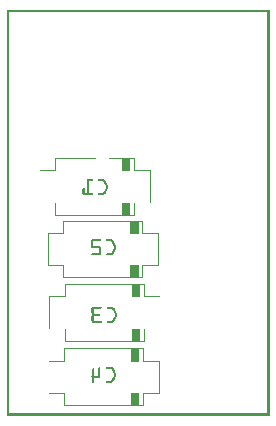
<source format=gbo>
G04 MADE WITH FRITZING*
G04 WWW.FRITZING.ORG*
G04 DOUBLE SIDED*
G04 HOLES PLATED*
G04 CONTOUR ON CENTER OF CONTOUR VECTOR*
%ASAXBY*%
%FSLAX23Y23*%
%MOIN*%
%OFA0B0*%
%SFA1.0B1.0*%
%ADD10R,0.001000X0.001000*%
%LNSILK0*%
G90*
G70*
G54D10*
X0Y1354D02*
X876Y1354D01*
X0Y1353D02*
X876Y1353D01*
X0Y1352D02*
X876Y1352D01*
X0Y1351D02*
X876Y1351D01*
X0Y1350D02*
X876Y1350D01*
X0Y1349D02*
X876Y1349D01*
X0Y1348D02*
X876Y1348D01*
X0Y1347D02*
X876Y1347D01*
X0Y1346D02*
X7Y1346D01*
X869Y1346D02*
X876Y1346D01*
X0Y1345D02*
X7Y1345D01*
X869Y1345D02*
X876Y1345D01*
X0Y1344D02*
X7Y1344D01*
X869Y1344D02*
X876Y1344D01*
X0Y1343D02*
X7Y1343D01*
X869Y1343D02*
X876Y1343D01*
X0Y1342D02*
X7Y1342D01*
X869Y1342D02*
X876Y1342D01*
X0Y1341D02*
X7Y1341D01*
X869Y1341D02*
X876Y1341D01*
X0Y1340D02*
X7Y1340D01*
X869Y1340D02*
X876Y1340D01*
X0Y1339D02*
X7Y1339D01*
X869Y1339D02*
X876Y1339D01*
X0Y1338D02*
X7Y1338D01*
X869Y1338D02*
X876Y1338D01*
X0Y1337D02*
X7Y1337D01*
X869Y1337D02*
X876Y1337D01*
X0Y1336D02*
X7Y1336D01*
X869Y1336D02*
X876Y1336D01*
X0Y1335D02*
X7Y1335D01*
X869Y1335D02*
X876Y1335D01*
X0Y1334D02*
X7Y1334D01*
X869Y1334D02*
X876Y1334D01*
X0Y1333D02*
X7Y1333D01*
X869Y1333D02*
X876Y1333D01*
X0Y1332D02*
X7Y1332D01*
X869Y1332D02*
X876Y1332D01*
X0Y1331D02*
X7Y1331D01*
X869Y1331D02*
X876Y1331D01*
X0Y1330D02*
X7Y1330D01*
X869Y1330D02*
X876Y1330D01*
X0Y1329D02*
X7Y1329D01*
X869Y1329D02*
X876Y1329D01*
X0Y1328D02*
X7Y1328D01*
X869Y1328D02*
X876Y1328D01*
X0Y1327D02*
X7Y1327D01*
X869Y1327D02*
X876Y1327D01*
X0Y1326D02*
X7Y1326D01*
X869Y1326D02*
X876Y1326D01*
X0Y1325D02*
X7Y1325D01*
X869Y1325D02*
X876Y1325D01*
X0Y1324D02*
X7Y1324D01*
X869Y1324D02*
X876Y1324D01*
X0Y1323D02*
X7Y1323D01*
X869Y1323D02*
X876Y1323D01*
X0Y1322D02*
X7Y1322D01*
X869Y1322D02*
X876Y1322D01*
X0Y1321D02*
X7Y1321D01*
X869Y1321D02*
X876Y1321D01*
X0Y1320D02*
X7Y1320D01*
X869Y1320D02*
X876Y1320D01*
X0Y1319D02*
X7Y1319D01*
X869Y1319D02*
X876Y1319D01*
X0Y1318D02*
X7Y1318D01*
X869Y1318D02*
X876Y1318D01*
X0Y1317D02*
X7Y1317D01*
X869Y1317D02*
X876Y1317D01*
X0Y1316D02*
X7Y1316D01*
X869Y1316D02*
X876Y1316D01*
X0Y1315D02*
X7Y1315D01*
X869Y1315D02*
X876Y1315D01*
X0Y1314D02*
X7Y1314D01*
X869Y1314D02*
X876Y1314D01*
X0Y1313D02*
X7Y1313D01*
X869Y1313D02*
X876Y1313D01*
X0Y1312D02*
X7Y1312D01*
X869Y1312D02*
X876Y1312D01*
X0Y1311D02*
X7Y1311D01*
X869Y1311D02*
X876Y1311D01*
X0Y1310D02*
X7Y1310D01*
X869Y1310D02*
X876Y1310D01*
X0Y1309D02*
X7Y1309D01*
X869Y1309D02*
X876Y1309D01*
X0Y1308D02*
X7Y1308D01*
X869Y1308D02*
X876Y1308D01*
X0Y1307D02*
X7Y1307D01*
X869Y1307D02*
X876Y1307D01*
X0Y1306D02*
X7Y1306D01*
X869Y1306D02*
X876Y1306D01*
X0Y1305D02*
X7Y1305D01*
X869Y1305D02*
X876Y1305D01*
X0Y1304D02*
X7Y1304D01*
X869Y1304D02*
X876Y1304D01*
X0Y1303D02*
X7Y1303D01*
X869Y1303D02*
X876Y1303D01*
X0Y1302D02*
X7Y1302D01*
X869Y1302D02*
X876Y1302D01*
X0Y1301D02*
X7Y1301D01*
X869Y1301D02*
X876Y1301D01*
X0Y1300D02*
X7Y1300D01*
X869Y1300D02*
X876Y1300D01*
X0Y1299D02*
X7Y1299D01*
X869Y1299D02*
X876Y1299D01*
X0Y1298D02*
X7Y1298D01*
X869Y1298D02*
X876Y1298D01*
X0Y1297D02*
X7Y1297D01*
X869Y1297D02*
X876Y1297D01*
X0Y1296D02*
X7Y1296D01*
X869Y1296D02*
X876Y1296D01*
X0Y1295D02*
X7Y1295D01*
X869Y1295D02*
X876Y1295D01*
X0Y1294D02*
X7Y1294D01*
X869Y1294D02*
X876Y1294D01*
X0Y1293D02*
X7Y1293D01*
X869Y1293D02*
X876Y1293D01*
X0Y1292D02*
X7Y1292D01*
X869Y1292D02*
X876Y1292D01*
X0Y1291D02*
X7Y1291D01*
X869Y1291D02*
X876Y1291D01*
X0Y1290D02*
X7Y1290D01*
X869Y1290D02*
X876Y1290D01*
X0Y1289D02*
X7Y1289D01*
X869Y1289D02*
X876Y1289D01*
X0Y1288D02*
X7Y1288D01*
X869Y1288D02*
X876Y1288D01*
X0Y1287D02*
X7Y1287D01*
X869Y1287D02*
X876Y1287D01*
X0Y1286D02*
X7Y1286D01*
X869Y1286D02*
X876Y1286D01*
X0Y1285D02*
X7Y1285D01*
X869Y1285D02*
X876Y1285D01*
X0Y1284D02*
X7Y1284D01*
X869Y1284D02*
X876Y1284D01*
X0Y1283D02*
X7Y1283D01*
X869Y1283D02*
X876Y1283D01*
X0Y1282D02*
X7Y1282D01*
X869Y1282D02*
X876Y1282D01*
X0Y1281D02*
X7Y1281D01*
X869Y1281D02*
X876Y1281D01*
X0Y1280D02*
X7Y1280D01*
X869Y1280D02*
X876Y1280D01*
X0Y1279D02*
X7Y1279D01*
X869Y1279D02*
X876Y1279D01*
X0Y1278D02*
X7Y1278D01*
X869Y1278D02*
X876Y1278D01*
X0Y1277D02*
X7Y1277D01*
X869Y1277D02*
X876Y1277D01*
X0Y1276D02*
X7Y1276D01*
X869Y1276D02*
X876Y1276D01*
X0Y1275D02*
X7Y1275D01*
X869Y1275D02*
X876Y1275D01*
X0Y1274D02*
X7Y1274D01*
X869Y1274D02*
X876Y1274D01*
X0Y1273D02*
X7Y1273D01*
X869Y1273D02*
X876Y1273D01*
X0Y1272D02*
X7Y1272D01*
X869Y1272D02*
X876Y1272D01*
X0Y1271D02*
X7Y1271D01*
X869Y1271D02*
X876Y1271D01*
X0Y1270D02*
X7Y1270D01*
X869Y1270D02*
X876Y1270D01*
X0Y1269D02*
X7Y1269D01*
X869Y1269D02*
X876Y1269D01*
X0Y1268D02*
X7Y1268D01*
X869Y1268D02*
X876Y1268D01*
X0Y1267D02*
X7Y1267D01*
X869Y1267D02*
X876Y1267D01*
X0Y1266D02*
X7Y1266D01*
X869Y1266D02*
X876Y1266D01*
X0Y1265D02*
X7Y1265D01*
X869Y1265D02*
X876Y1265D01*
X0Y1264D02*
X7Y1264D01*
X869Y1264D02*
X876Y1264D01*
X0Y1263D02*
X7Y1263D01*
X869Y1263D02*
X876Y1263D01*
X0Y1262D02*
X7Y1262D01*
X869Y1262D02*
X876Y1262D01*
X0Y1261D02*
X7Y1261D01*
X869Y1261D02*
X876Y1261D01*
X0Y1260D02*
X7Y1260D01*
X869Y1260D02*
X876Y1260D01*
X0Y1259D02*
X7Y1259D01*
X869Y1259D02*
X876Y1259D01*
X0Y1258D02*
X7Y1258D01*
X869Y1258D02*
X876Y1258D01*
X0Y1257D02*
X7Y1257D01*
X869Y1257D02*
X876Y1257D01*
X0Y1256D02*
X7Y1256D01*
X869Y1256D02*
X876Y1256D01*
X0Y1255D02*
X7Y1255D01*
X869Y1255D02*
X876Y1255D01*
X0Y1254D02*
X7Y1254D01*
X869Y1254D02*
X876Y1254D01*
X0Y1253D02*
X7Y1253D01*
X869Y1253D02*
X876Y1253D01*
X0Y1252D02*
X7Y1252D01*
X869Y1252D02*
X876Y1252D01*
X0Y1251D02*
X7Y1251D01*
X869Y1251D02*
X876Y1251D01*
X0Y1250D02*
X7Y1250D01*
X869Y1250D02*
X876Y1250D01*
X0Y1249D02*
X7Y1249D01*
X869Y1249D02*
X876Y1249D01*
X0Y1248D02*
X7Y1248D01*
X869Y1248D02*
X876Y1248D01*
X0Y1247D02*
X7Y1247D01*
X869Y1247D02*
X876Y1247D01*
X0Y1246D02*
X7Y1246D01*
X869Y1246D02*
X876Y1246D01*
X0Y1245D02*
X7Y1245D01*
X869Y1245D02*
X876Y1245D01*
X0Y1244D02*
X7Y1244D01*
X869Y1244D02*
X876Y1244D01*
X0Y1243D02*
X7Y1243D01*
X869Y1243D02*
X876Y1243D01*
X0Y1242D02*
X7Y1242D01*
X869Y1242D02*
X876Y1242D01*
X0Y1241D02*
X7Y1241D01*
X869Y1241D02*
X876Y1241D01*
X0Y1240D02*
X7Y1240D01*
X869Y1240D02*
X876Y1240D01*
X0Y1239D02*
X7Y1239D01*
X869Y1239D02*
X876Y1239D01*
X0Y1238D02*
X7Y1238D01*
X869Y1238D02*
X876Y1238D01*
X0Y1237D02*
X7Y1237D01*
X869Y1237D02*
X876Y1237D01*
X0Y1236D02*
X7Y1236D01*
X869Y1236D02*
X876Y1236D01*
X0Y1235D02*
X7Y1235D01*
X869Y1235D02*
X876Y1235D01*
X0Y1234D02*
X7Y1234D01*
X869Y1234D02*
X876Y1234D01*
X0Y1233D02*
X7Y1233D01*
X869Y1233D02*
X876Y1233D01*
X0Y1232D02*
X7Y1232D01*
X869Y1232D02*
X876Y1232D01*
X0Y1231D02*
X7Y1231D01*
X869Y1231D02*
X876Y1231D01*
X0Y1230D02*
X7Y1230D01*
X869Y1230D02*
X876Y1230D01*
X0Y1229D02*
X7Y1229D01*
X869Y1229D02*
X876Y1229D01*
X0Y1228D02*
X7Y1228D01*
X869Y1228D02*
X876Y1228D01*
X0Y1227D02*
X7Y1227D01*
X869Y1227D02*
X876Y1227D01*
X0Y1226D02*
X7Y1226D01*
X869Y1226D02*
X876Y1226D01*
X0Y1225D02*
X7Y1225D01*
X869Y1225D02*
X876Y1225D01*
X0Y1224D02*
X7Y1224D01*
X869Y1224D02*
X876Y1224D01*
X0Y1223D02*
X7Y1223D01*
X869Y1223D02*
X876Y1223D01*
X0Y1222D02*
X7Y1222D01*
X869Y1222D02*
X876Y1222D01*
X0Y1221D02*
X7Y1221D01*
X869Y1221D02*
X876Y1221D01*
X0Y1220D02*
X7Y1220D01*
X869Y1220D02*
X876Y1220D01*
X0Y1219D02*
X7Y1219D01*
X869Y1219D02*
X876Y1219D01*
X0Y1218D02*
X7Y1218D01*
X869Y1218D02*
X876Y1218D01*
X0Y1217D02*
X7Y1217D01*
X869Y1217D02*
X876Y1217D01*
X0Y1216D02*
X7Y1216D01*
X869Y1216D02*
X876Y1216D01*
X0Y1215D02*
X7Y1215D01*
X869Y1215D02*
X876Y1215D01*
X0Y1214D02*
X7Y1214D01*
X869Y1214D02*
X876Y1214D01*
X0Y1213D02*
X7Y1213D01*
X869Y1213D02*
X876Y1213D01*
X0Y1212D02*
X7Y1212D01*
X869Y1212D02*
X876Y1212D01*
X0Y1211D02*
X7Y1211D01*
X869Y1211D02*
X876Y1211D01*
X0Y1210D02*
X7Y1210D01*
X869Y1210D02*
X876Y1210D01*
X0Y1209D02*
X7Y1209D01*
X869Y1209D02*
X876Y1209D01*
X0Y1208D02*
X7Y1208D01*
X869Y1208D02*
X876Y1208D01*
X0Y1207D02*
X7Y1207D01*
X869Y1207D02*
X876Y1207D01*
X0Y1206D02*
X7Y1206D01*
X869Y1206D02*
X876Y1206D01*
X0Y1205D02*
X7Y1205D01*
X869Y1205D02*
X876Y1205D01*
X0Y1204D02*
X7Y1204D01*
X869Y1204D02*
X876Y1204D01*
X0Y1203D02*
X7Y1203D01*
X869Y1203D02*
X876Y1203D01*
X0Y1202D02*
X7Y1202D01*
X869Y1202D02*
X876Y1202D01*
X0Y1201D02*
X7Y1201D01*
X869Y1201D02*
X876Y1201D01*
X0Y1200D02*
X7Y1200D01*
X869Y1200D02*
X876Y1200D01*
X0Y1199D02*
X7Y1199D01*
X869Y1199D02*
X876Y1199D01*
X0Y1198D02*
X7Y1198D01*
X869Y1198D02*
X876Y1198D01*
X0Y1197D02*
X7Y1197D01*
X869Y1197D02*
X876Y1197D01*
X0Y1196D02*
X7Y1196D01*
X869Y1196D02*
X876Y1196D01*
X0Y1195D02*
X7Y1195D01*
X869Y1195D02*
X876Y1195D01*
X0Y1194D02*
X7Y1194D01*
X869Y1194D02*
X876Y1194D01*
X0Y1193D02*
X7Y1193D01*
X869Y1193D02*
X876Y1193D01*
X0Y1192D02*
X7Y1192D01*
X869Y1192D02*
X876Y1192D01*
X0Y1191D02*
X7Y1191D01*
X869Y1191D02*
X876Y1191D01*
X0Y1190D02*
X7Y1190D01*
X869Y1190D02*
X876Y1190D01*
X0Y1189D02*
X7Y1189D01*
X869Y1189D02*
X876Y1189D01*
X0Y1188D02*
X7Y1188D01*
X869Y1188D02*
X876Y1188D01*
X0Y1187D02*
X7Y1187D01*
X869Y1187D02*
X876Y1187D01*
X0Y1186D02*
X7Y1186D01*
X869Y1186D02*
X876Y1186D01*
X0Y1185D02*
X7Y1185D01*
X869Y1185D02*
X876Y1185D01*
X0Y1184D02*
X7Y1184D01*
X869Y1184D02*
X876Y1184D01*
X0Y1183D02*
X7Y1183D01*
X869Y1183D02*
X876Y1183D01*
X0Y1182D02*
X7Y1182D01*
X869Y1182D02*
X876Y1182D01*
X0Y1181D02*
X7Y1181D01*
X869Y1181D02*
X876Y1181D01*
X0Y1180D02*
X7Y1180D01*
X869Y1180D02*
X876Y1180D01*
X0Y1179D02*
X7Y1179D01*
X869Y1179D02*
X876Y1179D01*
X0Y1178D02*
X7Y1178D01*
X869Y1178D02*
X876Y1178D01*
X0Y1177D02*
X7Y1177D01*
X869Y1177D02*
X876Y1177D01*
X0Y1176D02*
X7Y1176D01*
X869Y1176D02*
X876Y1176D01*
X0Y1175D02*
X7Y1175D01*
X869Y1175D02*
X876Y1175D01*
X0Y1174D02*
X7Y1174D01*
X869Y1174D02*
X876Y1174D01*
X0Y1173D02*
X7Y1173D01*
X869Y1173D02*
X876Y1173D01*
X0Y1172D02*
X7Y1172D01*
X869Y1172D02*
X876Y1172D01*
X0Y1171D02*
X7Y1171D01*
X869Y1171D02*
X876Y1171D01*
X0Y1170D02*
X7Y1170D01*
X869Y1170D02*
X876Y1170D01*
X0Y1169D02*
X7Y1169D01*
X869Y1169D02*
X876Y1169D01*
X0Y1168D02*
X7Y1168D01*
X869Y1168D02*
X876Y1168D01*
X0Y1167D02*
X7Y1167D01*
X869Y1167D02*
X876Y1167D01*
X0Y1166D02*
X7Y1166D01*
X869Y1166D02*
X876Y1166D01*
X0Y1165D02*
X7Y1165D01*
X869Y1165D02*
X876Y1165D01*
X0Y1164D02*
X7Y1164D01*
X869Y1164D02*
X876Y1164D01*
X0Y1163D02*
X7Y1163D01*
X869Y1163D02*
X876Y1163D01*
X0Y1162D02*
X7Y1162D01*
X869Y1162D02*
X876Y1162D01*
X0Y1161D02*
X7Y1161D01*
X869Y1161D02*
X876Y1161D01*
X0Y1160D02*
X7Y1160D01*
X869Y1160D02*
X876Y1160D01*
X0Y1159D02*
X7Y1159D01*
X869Y1159D02*
X876Y1159D01*
X0Y1158D02*
X7Y1158D01*
X869Y1158D02*
X876Y1158D01*
X0Y1157D02*
X7Y1157D01*
X869Y1157D02*
X876Y1157D01*
X0Y1156D02*
X7Y1156D01*
X869Y1156D02*
X876Y1156D01*
X0Y1155D02*
X7Y1155D01*
X869Y1155D02*
X876Y1155D01*
X0Y1154D02*
X7Y1154D01*
X869Y1154D02*
X876Y1154D01*
X0Y1153D02*
X7Y1153D01*
X869Y1153D02*
X876Y1153D01*
X0Y1152D02*
X7Y1152D01*
X869Y1152D02*
X876Y1152D01*
X0Y1151D02*
X7Y1151D01*
X869Y1151D02*
X876Y1151D01*
X0Y1150D02*
X7Y1150D01*
X869Y1150D02*
X876Y1150D01*
X0Y1149D02*
X7Y1149D01*
X869Y1149D02*
X876Y1149D01*
X0Y1148D02*
X7Y1148D01*
X869Y1148D02*
X876Y1148D01*
X0Y1147D02*
X7Y1147D01*
X869Y1147D02*
X876Y1147D01*
X0Y1146D02*
X7Y1146D01*
X869Y1146D02*
X876Y1146D01*
X0Y1145D02*
X7Y1145D01*
X869Y1145D02*
X876Y1145D01*
X0Y1144D02*
X7Y1144D01*
X869Y1144D02*
X876Y1144D01*
X0Y1143D02*
X7Y1143D01*
X869Y1143D02*
X876Y1143D01*
X0Y1142D02*
X7Y1142D01*
X869Y1142D02*
X876Y1142D01*
X0Y1141D02*
X7Y1141D01*
X869Y1141D02*
X876Y1141D01*
X0Y1140D02*
X7Y1140D01*
X869Y1140D02*
X876Y1140D01*
X0Y1139D02*
X7Y1139D01*
X869Y1139D02*
X876Y1139D01*
X0Y1138D02*
X7Y1138D01*
X869Y1138D02*
X876Y1138D01*
X0Y1137D02*
X7Y1137D01*
X869Y1137D02*
X876Y1137D01*
X0Y1136D02*
X7Y1136D01*
X869Y1136D02*
X876Y1136D01*
X0Y1135D02*
X7Y1135D01*
X869Y1135D02*
X876Y1135D01*
X0Y1134D02*
X7Y1134D01*
X869Y1134D02*
X876Y1134D01*
X0Y1133D02*
X7Y1133D01*
X869Y1133D02*
X876Y1133D01*
X0Y1132D02*
X7Y1132D01*
X869Y1132D02*
X876Y1132D01*
X0Y1131D02*
X7Y1131D01*
X869Y1131D02*
X876Y1131D01*
X0Y1130D02*
X7Y1130D01*
X869Y1130D02*
X876Y1130D01*
X0Y1129D02*
X7Y1129D01*
X869Y1129D02*
X876Y1129D01*
X0Y1128D02*
X7Y1128D01*
X869Y1128D02*
X876Y1128D01*
X0Y1127D02*
X7Y1127D01*
X869Y1127D02*
X876Y1127D01*
X0Y1126D02*
X7Y1126D01*
X869Y1126D02*
X876Y1126D01*
X0Y1125D02*
X7Y1125D01*
X869Y1125D02*
X876Y1125D01*
X0Y1124D02*
X7Y1124D01*
X869Y1124D02*
X876Y1124D01*
X0Y1123D02*
X7Y1123D01*
X869Y1123D02*
X876Y1123D01*
X0Y1122D02*
X7Y1122D01*
X869Y1122D02*
X876Y1122D01*
X0Y1121D02*
X7Y1121D01*
X869Y1121D02*
X876Y1121D01*
X0Y1120D02*
X7Y1120D01*
X869Y1120D02*
X876Y1120D01*
X0Y1119D02*
X7Y1119D01*
X869Y1119D02*
X876Y1119D01*
X0Y1118D02*
X7Y1118D01*
X869Y1118D02*
X876Y1118D01*
X0Y1117D02*
X7Y1117D01*
X869Y1117D02*
X876Y1117D01*
X0Y1116D02*
X7Y1116D01*
X869Y1116D02*
X876Y1116D01*
X0Y1115D02*
X7Y1115D01*
X869Y1115D02*
X876Y1115D01*
X0Y1114D02*
X7Y1114D01*
X869Y1114D02*
X876Y1114D01*
X0Y1113D02*
X7Y1113D01*
X869Y1113D02*
X876Y1113D01*
X0Y1112D02*
X7Y1112D01*
X869Y1112D02*
X876Y1112D01*
X0Y1111D02*
X7Y1111D01*
X869Y1111D02*
X876Y1111D01*
X0Y1110D02*
X7Y1110D01*
X869Y1110D02*
X876Y1110D01*
X0Y1109D02*
X7Y1109D01*
X869Y1109D02*
X876Y1109D01*
X0Y1108D02*
X7Y1108D01*
X869Y1108D02*
X876Y1108D01*
X0Y1107D02*
X7Y1107D01*
X869Y1107D02*
X876Y1107D01*
X0Y1106D02*
X7Y1106D01*
X869Y1106D02*
X876Y1106D01*
X0Y1105D02*
X7Y1105D01*
X869Y1105D02*
X876Y1105D01*
X0Y1104D02*
X7Y1104D01*
X869Y1104D02*
X876Y1104D01*
X0Y1103D02*
X7Y1103D01*
X869Y1103D02*
X876Y1103D01*
X0Y1102D02*
X7Y1102D01*
X869Y1102D02*
X876Y1102D01*
X0Y1101D02*
X7Y1101D01*
X869Y1101D02*
X876Y1101D01*
X0Y1100D02*
X7Y1100D01*
X869Y1100D02*
X876Y1100D01*
X0Y1099D02*
X7Y1099D01*
X869Y1099D02*
X876Y1099D01*
X0Y1098D02*
X7Y1098D01*
X869Y1098D02*
X876Y1098D01*
X0Y1097D02*
X7Y1097D01*
X869Y1097D02*
X876Y1097D01*
X0Y1096D02*
X7Y1096D01*
X869Y1096D02*
X876Y1096D01*
X0Y1095D02*
X7Y1095D01*
X869Y1095D02*
X876Y1095D01*
X0Y1094D02*
X7Y1094D01*
X869Y1094D02*
X876Y1094D01*
X0Y1093D02*
X7Y1093D01*
X869Y1093D02*
X876Y1093D01*
X0Y1092D02*
X7Y1092D01*
X869Y1092D02*
X876Y1092D01*
X0Y1091D02*
X7Y1091D01*
X869Y1091D02*
X876Y1091D01*
X0Y1090D02*
X7Y1090D01*
X869Y1090D02*
X876Y1090D01*
X0Y1089D02*
X7Y1089D01*
X869Y1089D02*
X876Y1089D01*
X0Y1088D02*
X7Y1088D01*
X869Y1088D02*
X876Y1088D01*
X0Y1087D02*
X7Y1087D01*
X869Y1087D02*
X876Y1087D01*
X0Y1086D02*
X7Y1086D01*
X869Y1086D02*
X876Y1086D01*
X0Y1085D02*
X7Y1085D01*
X869Y1085D02*
X876Y1085D01*
X0Y1084D02*
X7Y1084D01*
X869Y1084D02*
X876Y1084D01*
X0Y1083D02*
X7Y1083D01*
X869Y1083D02*
X876Y1083D01*
X0Y1082D02*
X7Y1082D01*
X869Y1082D02*
X876Y1082D01*
X0Y1081D02*
X7Y1081D01*
X869Y1081D02*
X876Y1081D01*
X0Y1080D02*
X7Y1080D01*
X869Y1080D02*
X876Y1080D01*
X0Y1079D02*
X7Y1079D01*
X869Y1079D02*
X876Y1079D01*
X0Y1078D02*
X7Y1078D01*
X869Y1078D02*
X876Y1078D01*
X0Y1077D02*
X7Y1077D01*
X869Y1077D02*
X876Y1077D01*
X0Y1076D02*
X7Y1076D01*
X869Y1076D02*
X876Y1076D01*
X0Y1075D02*
X7Y1075D01*
X869Y1075D02*
X876Y1075D01*
X0Y1074D02*
X7Y1074D01*
X869Y1074D02*
X876Y1074D01*
X0Y1073D02*
X7Y1073D01*
X869Y1073D02*
X876Y1073D01*
X0Y1072D02*
X7Y1072D01*
X869Y1072D02*
X876Y1072D01*
X0Y1071D02*
X7Y1071D01*
X869Y1071D02*
X876Y1071D01*
X0Y1070D02*
X7Y1070D01*
X869Y1070D02*
X876Y1070D01*
X0Y1069D02*
X7Y1069D01*
X869Y1069D02*
X876Y1069D01*
X0Y1068D02*
X7Y1068D01*
X869Y1068D02*
X876Y1068D01*
X0Y1067D02*
X7Y1067D01*
X869Y1067D02*
X876Y1067D01*
X0Y1066D02*
X7Y1066D01*
X869Y1066D02*
X876Y1066D01*
X0Y1065D02*
X7Y1065D01*
X869Y1065D02*
X876Y1065D01*
X0Y1064D02*
X7Y1064D01*
X869Y1064D02*
X876Y1064D01*
X0Y1063D02*
X7Y1063D01*
X869Y1063D02*
X876Y1063D01*
X0Y1062D02*
X7Y1062D01*
X869Y1062D02*
X876Y1062D01*
X0Y1061D02*
X7Y1061D01*
X869Y1061D02*
X876Y1061D01*
X0Y1060D02*
X7Y1060D01*
X869Y1060D02*
X876Y1060D01*
X0Y1059D02*
X7Y1059D01*
X869Y1059D02*
X876Y1059D01*
X0Y1058D02*
X7Y1058D01*
X869Y1058D02*
X876Y1058D01*
X0Y1057D02*
X7Y1057D01*
X869Y1057D02*
X876Y1057D01*
X0Y1056D02*
X7Y1056D01*
X869Y1056D02*
X876Y1056D01*
X0Y1055D02*
X7Y1055D01*
X869Y1055D02*
X876Y1055D01*
X0Y1054D02*
X7Y1054D01*
X869Y1054D02*
X876Y1054D01*
X0Y1053D02*
X7Y1053D01*
X869Y1053D02*
X876Y1053D01*
X0Y1052D02*
X7Y1052D01*
X869Y1052D02*
X876Y1052D01*
X0Y1051D02*
X7Y1051D01*
X869Y1051D02*
X876Y1051D01*
X0Y1050D02*
X7Y1050D01*
X869Y1050D02*
X876Y1050D01*
X0Y1049D02*
X7Y1049D01*
X869Y1049D02*
X876Y1049D01*
X0Y1048D02*
X7Y1048D01*
X869Y1048D02*
X876Y1048D01*
X0Y1047D02*
X7Y1047D01*
X869Y1047D02*
X876Y1047D01*
X0Y1046D02*
X7Y1046D01*
X869Y1046D02*
X876Y1046D01*
X0Y1045D02*
X7Y1045D01*
X869Y1045D02*
X876Y1045D01*
X0Y1044D02*
X7Y1044D01*
X869Y1044D02*
X876Y1044D01*
X0Y1043D02*
X7Y1043D01*
X869Y1043D02*
X876Y1043D01*
X0Y1042D02*
X7Y1042D01*
X869Y1042D02*
X876Y1042D01*
X0Y1041D02*
X7Y1041D01*
X869Y1041D02*
X876Y1041D01*
X0Y1040D02*
X7Y1040D01*
X869Y1040D02*
X876Y1040D01*
X0Y1039D02*
X7Y1039D01*
X869Y1039D02*
X876Y1039D01*
X0Y1038D02*
X7Y1038D01*
X869Y1038D02*
X876Y1038D01*
X0Y1037D02*
X7Y1037D01*
X869Y1037D02*
X876Y1037D01*
X0Y1036D02*
X7Y1036D01*
X869Y1036D02*
X876Y1036D01*
X0Y1035D02*
X7Y1035D01*
X869Y1035D02*
X876Y1035D01*
X0Y1034D02*
X7Y1034D01*
X869Y1034D02*
X876Y1034D01*
X0Y1033D02*
X7Y1033D01*
X869Y1033D02*
X876Y1033D01*
X0Y1032D02*
X7Y1032D01*
X869Y1032D02*
X876Y1032D01*
X0Y1031D02*
X7Y1031D01*
X869Y1031D02*
X876Y1031D01*
X0Y1030D02*
X7Y1030D01*
X869Y1030D02*
X876Y1030D01*
X0Y1029D02*
X7Y1029D01*
X869Y1029D02*
X876Y1029D01*
X0Y1028D02*
X7Y1028D01*
X869Y1028D02*
X876Y1028D01*
X0Y1027D02*
X7Y1027D01*
X869Y1027D02*
X876Y1027D01*
X0Y1026D02*
X7Y1026D01*
X869Y1026D02*
X876Y1026D01*
X0Y1025D02*
X7Y1025D01*
X869Y1025D02*
X876Y1025D01*
X0Y1024D02*
X7Y1024D01*
X869Y1024D02*
X876Y1024D01*
X0Y1023D02*
X7Y1023D01*
X869Y1023D02*
X876Y1023D01*
X0Y1022D02*
X7Y1022D01*
X869Y1022D02*
X876Y1022D01*
X0Y1021D02*
X7Y1021D01*
X869Y1021D02*
X876Y1021D01*
X0Y1020D02*
X7Y1020D01*
X869Y1020D02*
X876Y1020D01*
X0Y1019D02*
X7Y1019D01*
X869Y1019D02*
X876Y1019D01*
X0Y1018D02*
X7Y1018D01*
X869Y1018D02*
X876Y1018D01*
X0Y1017D02*
X7Y1017D01*
X869Y1017D02*
X876Y1017D01*
X0Y1016D02*
X7Y1016D01*
X869Y1016D02*
X876Y1016D01*
X0Y1015D02*
X7Y1015D01*
X869Y1015D02*
X876Y1015D01*
X0Y1014D02*
X7Y1014D01*
X869Y1014D02*
X876Y1014D01*
X0Y1013D02*
X7Y1013D01*
X869Y1013D02*
X876Y1013D01*
X0Y1012D02*
X7Y1012D01*
X869Y1012D02*
X876Y1012D01*
X0Y1011D02*
X7Y1011D01*
X869Y1011D02*
X876Y1011D01*
X0Y1010D02*
X7Y1010D01*
X869Y1010D02*
X876Y1010D01*
X0Y1009D02*
X7Y1009D01*
X869Y1009D02*
X876Y1009D01*
X0Y1008D02*
X7Y1008D01*
X869Y1008D02*
X876Y1008D01*
X0Y1007D02*
X7Y1007D01*
X869Y1007D02*
X876Y1007D01*
X0Y1006D02*
X7Y1006D01*
X869Y1006D02*
X876Y1006D01*
X0Y1005D02*
X7Y1005D01*
X869Y1005D02*
X876Y1005D01*
X0Y1004D02*
X7Y1004D01*
X869Y1004D02*
X876Y1004D01*
X0Y1003D02*
X7Y1003D01*
X869Y1003D02*
X876Y1003D01*
X0Y1002D02*
X7Y1002D01*
X869Y1002D02*
X876Y1002D01*
X0Y1001D02*
X7Y1001D01*
X869Y1001D02*
X876Y1001D01*
X0Y1000D02*
X7Y1000D01*
X869Y1000D02*
X876Y1000D01*
X0Y999D02*
X7Y999D01*
X869Y999D02*
X876Y999D01*
X0Y998D02*
X7Y998D01*
X869Y998D02*
X876Y998D01*
X0Y997D02*
X7Y997D01*
X869Y997D02*
X876Y997D01*
X0Y996D02*
X7Y996D01*
X869Y996D02*
X876Y996D01*
X0Y995D02*
X7Y995D01*
X869Y995D02*
X876Y995D01*
X0Y994D02*
X7Y994D01*
X869Y994D02*
X876Y994D01*
X0Y993D02*
X7Y993D01*
X869Y993D02*
X876Y993D01*
X0Y992D02*
X7Y992D01*
X869Y992D02*
X876Y992D01*
X0Y991D02*
X7Y991D01*
X869Y991D02*
X876Y991D01*
X0Y990D02*
X7Y990D01*
X869Y990D02*
X876Y990D01*
X0Y989D02*
X7Y989D01*
X869Y989D02*
X876Y989D01*
X0Y988D02*
X7Y988D01*
X869Y988D02*
X876Y988D01*
X0Y987D02*
X7Y987D01*
X869Y987D02*
X876Y987D01*
X0Y986D02*
X7Y986D01*
X869Y986D02*
X876Y986D01*
X0Y985D02*
X7Y985D01*
X869Y985D02*
X876Y985D01*
X0Y984D02*
X7Y984D01*
X869Y984D02*
X876Y984D01*
X0Y983D02*
X7Y983D01*
X869Y983D02*
X876Y983D01*
X0Y982D02*
X7Y982D01*
X869Y982D02*
X876Y982D01*
X0Y981D02*
X7Y981D01*
X869Y981D02*
X876Y981D01*
X0Y980D02*
X7Y980D01*
X869Y980D02*
X876Y980D01*
X0Y979D02*
X7Y979D01*
X869Y979D02*
X876Y979D01*
X0Y978D02*
X7Y978D01*
X869Y978D02*
X876Y978D01*
X0Y977D02*
X7Y977D01*
X869Y977D02*
X876Y977D01*
X0Y976D02*
X7Y976D01*
X869Y976D02*
X876Y976D01*
X0Y975D02*
X7Y975D01*
X869Y975D02*
X876Y975D01*
X0Y974D02*
X7Y974D01*
X869Y974D02*
X876Y974D01*
X0Y973D02*
X7Y973D01*
X869Y973D02*
X876Y973D01*
X0Y972D02*
X7Y972D01*
X869Y972D02*
X876Y972D01*
X0Y971D02*
X7Y971D01*
X869Y971D02*
X876Y971D01*
X0Y970D02*
X7Y970D01*
X869Y970D02*
X876Y970D01*
X0Y969D02*
X7Y969D01*
X869Y969D02*
X876Y969D01*
X0Y968D02*
X7Y968D01*
X869Y968D02*
X876Y968D01*
X0Y967D02*
X7Y967D01*
X869Y967D02*
X876Y967D01*
X0Y966D02*
X7Y966D01*
X869Y966D02*
X876Y966D01*
X0Y965D02*
X7Y965D01*
X869Y965D02*
X876Y965D01*
X0Y964D02*
X7Y964D01*
X869Y964D02*
X876Y964D01*
X0Y963D02*
X7Y963D01*
X869Y963D02*
X876Y963D01*
X0Y962D02*
X7Y962D01*
X869Y962D02*
X876Y962D01*
X0Y961D02*
X7Y961D01*
X869Y961D02*
X876Y961D01*
X0Y960D02*
X7Y960D01*
X869Y960D02*
X876Y960D01*
X0Y959D02*
X7Y959D01*
X869Y959D02*
X876Y959D01*
X0Y958D02*
X7Y958D01*
X869Y958D02*
X876Y958D01*
X0Y957D02*
X7Y957D01*
X869Y957D02*
X876Y957D01*
X0Y956D02*
X7Y956D01*
X869Y956D02*
X876Y956D01*
X0Y955D02*
X7Y955D01*
X869Y955D02*
X876Y955D01*
X0Y954D02*
X7Y954D01*
X869Y954D02*
X876Y954D01*
X0Y953D02*
X7Y953D01*
X869Y953D02*
X876Y953D01*
X0Y952D02*
X7Y952D01*
X869Y952D02*
X876Y952D01*
X0Y951D02*
X7Y951D01*
X869Y951D02*
X876Y951D01*
X0Y950D02*
X7Y950D01*
X869Y950D02*
X876Y950D01*
X0Y949D02*
X7Y949D01*
X869Y949D02*
X876Y949D01*
X0Y948D02*
X7Y948D01*
X869Y948D02*
X876Y948D01*
X0Y947D02*
X7Y947D01*
X869Y947D02*
X876Y947D01*
X0Y946D02*
X7Y946D01*
X869Y946D02*
X876Y946D01*
X0Y945D02*
X7Y945D01*
X869Y945D02*
X876Y945D01*
X0Y944D02*
X7Y944D01*
X869Y944D02*
X876Y944D01*
X0Y943D02*
X7Y943D01*
X869Y943D02*
X876Y943D01*
X0Y942D02*
X7Y942D01*
X869Y942D02*
X876Y942D01*
X0Y941D02*
X7Y941D01*
X869Y941D02*
X876Y941D01*
X0Y940D02*
X7Y940D01*
X869Y940D02*
X876Y940D01*
X0Y939D02*
X7Y939D01*
X869Y939D02*
X876Y939D01*
X0Y938D02*
X7Y938D01*
X869Y938D02*
X876Y938D01*
X0Y937D02*
X7Y937D01*
X869Y937D02*
X876Y937D01*
X0Y936D02*
X7Y936D01*
X869Y936D02*
X876Y936D01*
X0Y935D02*
X7Y935D01*
X869Y935D02*
X876Y935D01*
X0Y934D02*
X7Y934D01*
X869Y934D02*
X876Y934D01*
X0Y933D02*
X7Y933D01*
X869Y933D02*
X876Y933D01*
X0Y932D02*
X7Y932D01*
X869Y932D02*
X876Y932D01*
X0Y931D02*
X7Y931D01*
X869Y931D02*
X876Y931D01*
X0Y930D02*
X7Y930D01*
X869Y930D02*
X876Y930D01*
X0Y929D02*
X7Y929D01*
X869Y929D02*
X876Y929D01*
X0Y928D02*
X7Y928D01*
X869Y928D02*
X876Y928D01*
X0Y927D02*
X7Y927D01*
X869Y927D02*
X876Y927D01*
X0Y926D02*
X7Y926D01*
X869Y926D02*
X876Y926D01*
X0Y925D02*
X7Y925D01*
X869Y925D02*
X876Y925D01*
X0Y924D02*
X7Y924D01*
X869Y924D02*
X876Y924D01*
X0Y923D02*
X7Y923D01*
X869Y923D02*
X876Y923D01*
X0Y922D02*
X7Y922D01*
X869Y922D02*
X876Y922D01*
X0Y921D02*
X7Y921D01*
X869Y921D02*
X876Y921D01*
X0Y920D02*
X7Y920D01*
X869Y920D02*
X876Y920D01*
X0Y919D02*
X7Y919D01*
X869Y919D02*
X876Y919D01*
X0Y918D02*
X7Y918D01*
X869Y918D02*
X876Y918D01*
X0Y917D02*
X7Y917D01*
X869Y917D02*
X876Y917D01*
X0Y916D02*
X7Y916D01*
X869Y916D02*
X876Y916D01*
X0Y915D02*
X7Y915D01*
X869Y915D02*
X876Y915D01*
X0Y914D02*
X7Y914D01*
X869Y914D02*
X876Y914D01*
X0Y913D02*
X7Y913D01*
X869Y913D02*
X876Y913D01*
X0Y912D02*
X7Y912D01*
X869Y912D02*
X876Y912D01*
X0Y911D02*
X7Y911D01*
X869Y911D02*
X876Y911D01*
X0Y910D02*
X7Y910D01*
X869Y910D02*
X876Y910D01*
X0Y909D02*
X7Y909D01*
X869Y909D02*
X876Y909D01*
X0Y908D02*
X7Y908D01*
X869Y908D02*
X876Y908D01*
X0Y907D02*
X7Y907D01*
X869Y907D02*
X876Y907D01*
X0Y906D02*
X7Y906D01*
X869Y906D02*
X876Y906D01*
X0Y905D02*
X7Y905D01*
X869Y905D02*
X876Y905D01*
X0Y904D02*
X7Y904D01*
X869Y904D02*
X876Y904D01*
X0Y903D02*
X7Y903D01*
X869Y903D02*
X876Y903D01*
X0Y902D02*
X7Y902D01*
X869Y902D02*
X876Y902D01*
X0Y901D02*
X7Y901D01*
X869Y901D02*
X876Y901D01*
X0Y900D02*
X7Y900D01*
X869Y900D02*
X876Y900D01*
X0Y899D02*
X7Y899D01*
X869Y899D02*
X876Y899D01*
X0Y898D02*
X7Y898D01*
X869Y898D02*
X876Y898D01*
X0Y897D02*
X7Y897D01*
X869Y897D02*
X876Y897D01*
X0Y896D02*
X7Y896D01*
X869Y896D02*
X876Y896D01*
X0Y895D02*
X7Y895D01*
X869Y895D02*
X876Y895D01*
X0Y894D02*
X7Y894D01*
X869Y894D02*
X876Y894D01*
X0Y893D02*
X7Y893D01*
X869Y893D02*
X876Y893D01*
X0Y892D02*
X7Y892D01*
X869Y892D02*
X876Y892D01*
X0Y891D02*
X7Y891D01*
X869Y891D02*
X876Y891D01*
X0Y890D02*
X7Y890D01*
X869Y890D02*
X876Y890D01*
X0Y889D02*
X7Y889D01*
X869Y889D02*
X876Y889D01*
X0Y888D02*
X7Y888D01*
X869Y888D02*
X876Y888D01*
X0Y887D02*
X7Y887D01*
X869Y887D02*
X876Y887D01*
X0Y886D02*
X7Y886D01*
X869Y886D02*
X876Y886D01*
X0Y885D02*
X7Y885D01*
X869Y885D02*
X876Y885D01*
X0Y884D02*
X7Y884D01*
X869Y884D02*
X876Y884D01*
X0Y883D02*
X7Y883D01*
X869Y883D02*
X876Y883D01*
X0Y882D02*
X7Y882D01*
X869Y882D02*
X876Y882D01*
X0Y881D02*
X7Y881D01*
X869Y881D02*
X876Y881D01*
X0Y880D02*
X7Y880D01*
X869Y880D02*
X876Y880D01*
X0Y879D02*
X7Y879D01*
X869Y879D02*
X876Y879D01*
X0Y878D02*
X7Y878D01*
X869Y878D02*
X876Y878D01*
X0Y877D02*
X7Y877D01*
X869Y877D02*
X876Y877D01*
X0Y876D02*
X7Y876D01*
X869Y876D02*
X876Y876D01*
X0Y875D02*
X7Y875D01*
X869Y875D02*
X876Y875D01*
X0Y874D02*
X7Y874D01*
X869Y874D02*
X876Y874D01*
X0Y873D02*
X7Y873D01*
X869Y873D02*
X876Y873D01*
X0Y872D02*
X7Y872D01*
X869Y872D02*
X876Y872D01*
X0Y871D02*
X7Y871D01*
X869Y871D02*
X876Y871D01*
X0Y870D02*
X7Y870D01*
X869Y870D02*
X876Y870D01*
X0Y869D02*
X7Y869D01*
X869Y869D02*
X876Y869D01*
X0Y868D02*
X7Y868D01*
X869Y868D02*
X876Y868D01*
X0Y867D02*
X7Y867D01*
X869Y867D02*
X876Y867D01*
X0Y866D02*
X7Y866D01*
X869Y866D02*
X876Y866D01*
X0Y865D02*
X7Y865D01*
X869Y865D02*
X876Y865D01*
X0Y864D02*
X7Y864D01*
X869Y864D02*
X876Y864D01*
X0Y863D02*
X7Y863D01*
X869Y863D02*
X876Y863D01*
X0Y862D02*
X7Y862D01*
X869Y862D02*
X876Y862D01*
X0Y861D02*
X7Y861D01*
X869Y861D02*
X876Y861D01*
X0Y860D02*
X7Y860D01*
X161Y860D02*
X295Y860D01*
X342Y860D02*
X427Y860D01*
X869Y860D02*
X876Y860D01*
X0Y859D02*
X7Y859D01*
X161Y859D02*
X296Y859D01*
X342Y859D02*
X428Y859D01*
X869Y859D02*
X876Y859D01*
X0Y858D02*
X7Y858D01*
X161Y858D02*
X296Y858D01*
X341Y858D02*
X428Y858D01*
X869Y858D02*
X876Y858D01*
X0Y857D02*
X7Y857D01*
X161Y857D02*
X297Y857D01*
X341Y857D02*
X428Y857D01*
X869Y857D02*
X876Y857D01*
X0Y856D02*
X7Y856D01*
X161Y856D02*
X164Y856D01*
X386Y856D02*
X412Y856D01*
X424Y856D02*
X428Y856D01*
X869Y856D02*
X876Y856D01*
X0Y855D02*
X7Y855D01*
X161Y855D02*
X164Y855D01*
X385Y855D02*
X412Y855D01*
X425Y855D02*
X428Y855D01*
X869Y855D02*
X876Y855D01*
X0Y854D02*
X7Y854D01*
X161Y854D02*
X164Y854D01*
X385Y854D02*
X412Y854D01*
X425Y854D02*
X428Y854D01*
X869Y854D02*
X876Y854D01*
X0Y853D02*
X7Y853D01*
X161Y853D02*
X164Y853D01*
X385Y853D02*
X412Y853D01*
X425Y853D02*
X428Y853D01*
X869Y853D02*
X876Y853D01*
X0Y852D02*
X7Y852D01*
X161Y852D02*
X164Y852D01*
X385Y852D02*
X412Y852D01*
X425Y852D02*
X428Y852D01*
X869Y852D02*
X876Y852D01*
X0Y851D02*
X7Y851D01*
X161Y851D02*
X164Y851D01*
X385Y851D02*
X412Y851D01*
X425Y851D02*
X428Y851D01*
X869Y851D02*
X876Y851D01*
X0Y850D02*
X7Y850D01*
X161Y850D02*
X164Y850D01*
X385Y850D02*
X412Y850D01*
X425Y850D02*
X428Y850D01*
X869Y850D02*
X876Y850D01*
X0Y849D02*
X7Y849D01*
X161Y849D02*
X164Y849D01*
X385Y849D02*
X412Y849D01*
X425Y849D02*
X428Y849D01*
X869Y849D02*
X876Y849D01*
X0Y848D02*
X7Y848D01*
X161Y848D02*
X164Y848D01*
X385Y848D02*
X412Y848D01*
X425Y848D02*
X428Y848D01*
X869Y848D02*
X876Y848D01*
X0Y847D02*
X7Y847D01*
X161Y847D02*
X164Y847D01*
X385Y847D02*
X412Y847D01*
X425Y847D02*
X428Y847D01*
X869Y847D02*
X876Y847D01*
X0Y846D02*
X7Y846D01*
X161Y846D02*
X164Y846D01*
X385Y846D02*
X412Y846D01*
X425Y846D02*
X428Y846D01*
X869Y846D02*
X876Y846D01*
X0Y845D02*
X7Y845D01*
X161Y845D02*
X164Y845D01*
X385Y845D02*
X412Y845D01*
X425Y845D02*
X428Y845D01*
X869Y845D02*
X876Y845D01*
X0Y844D02*
X7Y844D01*
X161Y844D02*
X164Y844D01*
X385Y844D02*
X412Y844D01*
X425Y844D02*
X428Y844D01*
X869Y844D02*
X876Y844D01*
X0Y843D02*
X7Y843D01*
X161Y843D02*
X164Y843D01*
X385Y843D02*
X412Y843D01*
X425Y843D02*
X428Y843D01*
X869Y843D02*
X876Y843D01*
X0Y842D02*
X7Y842D01*
X161Y842D02*
X164Y842D01*
X385Y842D02*
X412Y842D01*
X425Y842D02*
X428Y842D01*
X869Y842D02*
X876Y842D01*
X0Y841D02*
X7Y841D01*
X161Y841D02*
X164Y841D01*
X385Y841D02*
X412Y841D01*
X425Y841D02*
X428Y841D01*
X869Y841D02*
X876Y841D01*
X0Y840D02*
X7Y840D01*
X161Y840D02*
X164Y840D01*
X385Y840D02*
X412Y840D01*
X425Y840D02*
X428Y840D01*
X869Y840D02*
X876Y840D01*
X0Y839D02*
X7Y839D01*
X161Y839D02*
X164Y839D01*
X385Y839D02*
X412Y839D01*
X425Y839D02*
X428Y839D01*
X869Y839D02*
X876Y839D01*
X0Y838D02*
X7Y838D01*
X161Y838D02*
X164Y838D01*
X385Y838D02*
X412Y838D01*
X425Y838D02*
X428Y838D01*
X869Y838D02*
X876Y838D01*
X0Y837D02*
X7Y837D01*
X161Y837D02*
X164Y837D01*
X385Y837D02*
X412Y837D01*
X425Y837D02*
X428Y837D01*
X869Y837D02*
X876Y837D01*
X0Y836D02*
X7Y836D01*
X161Y836D02*
X164Y836D01*
X385Y836D02*
X412Y836D01*
X425Y836D02*
X428Y836D01*
X869Y836D02*
X876Y836D01*
X0Y835D02*
X7Y835D01*
X161Y835D02*
X164Y835D01*
X385Y835D02*
X412Y835D01*
X425Y835D02*
X428Y835D01*
X869Y835D02*
X876Y835D01*
X0Y834D02*
X7Y834D01*
X161Y834D02*
X164Y834D01*
X385Y834D02*
X412Y834D01*
X425Y834D02*
X428Y834D01*
X869Y834D02*
X876Y834D01*
X0Y833D02*
X7Y833D01*
X161Y833D02*
X164Y833D01*
X385Y833D02*
X412Y833D01*
X425Y833D02*
X428Y833D01*
X869Y833D02*
X876Y833D01*
X0Y832D02*
X7Y832D01*
X161Y832D02*
X164Y832D01*
X385Y832D02*
X412Y832D01*
X425Y832D02*
X428Y832D01*
X869Y832D02*
X876Y832D01*
X0Y831D02*
X7Y831D01*
X161Y831D02*
X164Y831D01*
X385Y831D02*
X412Y831D01*
X425Y831D02*
X428Y831D01*
X869Y831D02*
X876Y831D01*
X0Y830D02*
X7Y830D01*
X161Y830D02*
X164Y830D01*
X385Y830D02*
X412Y830D01*
X425Y830D02*
X428Y830D01*
X869Y830D02*
X876Y830D01*
X0Y829D02*
X7Y829D01*
X161Y829D02*
X164Y829D01*
X385Y829D02*
X412Y829D01*
X425Y829D02*
X428Y829D01*
X869Y829D02*
X876Y829D01*
X0Y828D02*
X7Y828D01*
X161Y828D02*
X164Y828D01*
X385Y828D02*
X412Y828D01*
X425Y828D02*
X428Y828D01*
X869Y828D02*
X876Y828D01*
X0Y827D02*
X7Y827D01*
X161Y827D02*
X164Y827D01*
X385Y827D02*
X412Y827D01*
X425Y827D02*
X428Y827D01*
X869Y827D02*
X876Y827D01*
X0Y826D02*
X7Y826D01*
X161Y826D02*
X164Y826D01*
X385Y826D02*
X412Y826D01*
X425Y826D02*
X428Y826D01*
X869Y826D02*
X876Y826D01*
X0Y825D02*
X7Y825D01*
X161Y825D02*
X164Y825D01*
X385Y825D02*
X412Y825D01*
X425Y825D02*
X428Y825D01*
X869Y825D02*
X876Y825D01*
X0Y824D02*
X7Y824D01*
X161Y824D02*
X164Y824D01*
X385Y824D02*
X412Y824D01*
X425Y824D02*
X428Y824D01*
X869Y824D02*
X876Y824D01*
X0Y823D02*
X7Y823D01*
X161Y823D02*
X164Y823D01*
X385Y823D02*
X412Y823D01*
X425Y823D02*
X428Y823D01*
X869Y823D02*
X876Y823D01*
X0Y822D02*
X7Y822D01*
X161Y822D02*
X164Y822D01*
X385Y822D02*
X412Y822D01*
X425Y822D02*
X428Y822D01*
X869Y822D02*
X876Y822D01*
X0Y821D02*
X7Y821D01*
X161Y821D02*
X164Y821D01*
X385Y821D02*
X412Y821D01*
X425Y821D02*
X428Y821D01*
X869Y821D02*
X876Y821D01*
X0Y820D02*
X7Y820D01*
X161Y820D02*
X164Y820D01*
X385Y820D02*
X412Y820D01*
X425Y820D02*
X428Y820D01*
X869Y820D02*
X876Y820D01*
X0Y819D02*
X7Y819D01*
X161Y819D02*
X164Y819D01*
X385Y819D02*
X412Y819D01*
X425Y819D02*
X428Y819D01*
X869Y819D02*
X876Y819D01*
X0Y818D02*
X7Y818D01*
X110Y818D02*
X164Y818D01*
X385Y818D02*
X412Y818D01*
X425Y818D02*
X479Y818D01*
X869Y818D02*
X876Y818D01*
X0Y817D02*
X7Y817D01*
X110Y817D02*
X164Y817D01*
X385Y817D02*
X412Y817D01*
X425Y817D02*
X479Y817D01*
X869Y817D02*
X876Y817D01*
X0Y816D02*
X7Y816D01*
X110Y816D02*
X164Y816D01*
X385Y816D02*
X412Y816D01*
X425Y816D02*
X479Y816D01*
X869Y816D02*
X876Y816D01*
X0Y815D02*
X7Y815D01*
X110Y815D02*
X112Y815D01*
X477Y815D02*
X479Y815D01*
X869Y815D02*
X876Y815D01*
X0Y814D02*
X7Y814D01*
X110Y814D02*
X112Y814D01*
X477Y814D02*
X479Y814D01*
X869Y814D02*
X876Y814D01*
X0Y813D02*
X7Y813D01*
X110Y813D02*
X112Y813D01*
X477Y813D02*
X479Y813D01*
X869Y813D02*
X876Y813D01*
X0Y812D02*
X7Y812D01*
X110Y812D02*
X112Y812D01*
X477Y812D02*
X479Y812D01*
X869Y812D02*
X876Y812D01*
X0Y811D02*
X7Y811D01*
X110Y811D02*
X112Y811D01*
X477Y811D02*
X479Y811D01*
X869Y811D02*
X876Y811D01*
X0Y810D02*
X7Y810D01*
X110Y810D02*
X112Y810D01*
X477Y810D02*
X479Y810D01*
X869Y810D02*
X876Y810D01*
X0Y809D02*
X7Y809D01*
X110Y809D02*
X112Y809D01*
X477Y809D02*
X479Y809D01*
X869Y809D02*
X876Y809D01*
X0Y808D02*
X7Y808D01*
X110Y808D02*
X112Y808D01*
X477Y808D02*
X479Y808D01*
X869Y808D02*
X876Y808D01*
X0Y807D02*
X7Y807D01*
X110Y807D02*
X112Y807D01*
X477Y807D02*
X479Y807D01*
X869Y807D02*
X876Y807D01*
X0Y806D02*
X7Y806D01*
X110Y806D02*
X112Y806D01*
X477Y806D02*
X479Y806D01*
X869Y806D02*
X876Y806D01*
X0Y805D02*
X7Y805D01*
X110Y805D02*
X112Y805D01*
X477Y805D02*
X479Y805D01*
X869Y805D02*
X876Y805D01*
X0Y804D02*
X7Y804D01*
X110Y804D02*
X112Y804D01*
X477Y804D02*
X479Y804D01*
X869Y804D02*
X876Y804D01*
X0Y803D02*
X7Y803D01*
X110Y803D02*
X112Y803D01*
X477Y803D02*
X479Y803D01*
X869Y803D02*
X876Y803D01*
X0Y802D02*
X7Y802D01*
X110Y802D02*
X112Y802D01*
X477Y802D02*
X479Y802D01*
X869Y802D02*
X876Y802D01*
X0Y801D02*
X7Y801D01*
X110Y801D02*
X112Y801D01*
X477Y801D02*
X479Y801D01*
X869Y801D02*
X876Y801D01*
X0Y800D02*
X7Y800D01*
X110Y800D02*
X112Y800D01*
X477Y800D02*
X479Y800D01*
X869Y800D02*
X876Y800D01*
X0Y799D02*
X7Y799D01*
X110Y799D02*
X112Y799D01*
X477Y799D02*
X479Y799D01*
X869Y799D02*
X876Y799D01*
X0Y798D02*
X7Y798D01*
X110Y798D02*
X112Y798D01*
X477Y798D02*
X479Y798D01*
X869Y798D02*
X876Y798D01*
X0Y797D02*
X7Y797D01*
X110Y797D02*
X112Y797D01*
X477Y797D02*
X479Y797D01*
X869Y797D02*
X876Y797D01*
X0Y796D02*
X7Y796D01*
X110Y796D02*
X112Y796D01*
X477Y796D02*
X479Y796D01*
X869Y796D02*
X876Y796D01*
X0Y795D02*
X7Y795D01*
X110Y795D02*
X112Y795D01*
X477Y795D02*
X479Y795D01*
X869Y795D02*
X876Y795D01*
X0Y794D02*
X7Y794D01*
X110Y794D02*
X112Y794D01*
X477Y794D02*
X479Y794D01*
X869Y794D02*
X876Y794D01*
X0Y793D02*
X7Y793D01*
X110Y793D02*
X112Y793D01*
X477Y793D02*
X479Y793D01*
X869Y793D02*
X876Y793D01*
X0Y792D02*
X7Y792D01*
X110Y792D02*
X112Y792D01*
X477Y792D02*
X479Y792D01*
X869Y792D02*
X876Y792D01*
X0Y791D02*
X7Y791D01*
X110Y791D02*
X112Y791D01*
X477Y791D02*
X479Y791D01*
X869Y791D02*
X876Y791D01*
X0Y790D02*
X7Y790D01*
X110Y790D02*
X112Y790D01*
X477Y790D02*
X479Y790D01*
X869Y790D02*
X876Y790D01*
X0Y789D02*
X7Y789D01*
X110Y789D02*
X112Y789D01*
X267Y789D02*
X286Y789D01*
X305Y789D02*
X323Y789D01*
X477Y789D02*
X479Y789D01*
X869Y789D02*
X876Y789D01*
X0Y788D02*
X7Y788D01*
X110Y788D02*
X112Y788D01*
X267Y788D02*
X286Y788D01*
X304Y788D02*
X325Y788D01*
X477Y788D02*
X479Y788D01*
X869Y788D02*
X876Y788D01*
X0Y787D02*
X7Y787D01*
X110Y787D02*
X112Y787D01*
X267Y787D02*
X287Y787D01*
X304Y787D02*
X326Y787D01*
X477Y787D02*
X479Y787D01*
X869Y787D02*
X876Y787D01*
X0Y786D02*
X7Y786D01*
X110Y786D02*
X112Y786D01*
X267Y786D02*
X287Y786D01*
X304Y786D02*
X327Y786D01*
X477Y786D02*
X479Y786D01*
X869Y786D02*
X876Y786D01*
X0Y785D02*
X7Y785D01*
X110Y785D02*
X112Y785D01*
X267Y785D02*
X287Y785D01*
X304Y785D02*
X328Y785D01*
X477Y785D02*
X479Y785D01*
X869Y785D02*
X876Y785D01*
X0Y784D02*
X7Y784D01*
X110Y784D02*
X112Y784D01*
X267Y784D02*
X286Y784D01*
X305Y784D02*
X329Y784D01*
X477Y784D02*
X479Y784D01*
X869Y784D02*
X876Y784D01*
X0Y783D02*
X7Y783D01*
X110Y783D02*
X112Y783D01*
X267Y783D02*
X284Y783D01*
X307Y783D02*
X329Y783D01*
X477Y783D02*
X479Y783D01*
X869Y783D02*
X876Y783D01*
X0Y782D02*
X7Y782D01*
X110Y782D02*
X112Y782D01*
X267Y782D02*
X273Y782D01*
X322Y782D02*
X330Y782D01*
X477Y782D02*
X479Y782D01*
X869Y782D02*
X876Y782D01*
X0Y781D02*
X7Y781D01*
X110Y781D02*
X112Y781D01*
X267Y781D02*
X273Y781D01*
X323Y781D02*
X330Y781D01*
X477Y781D02*
X479Y781D01*
X869Y781D02*
X876Y781D01*
X0Y780D02*
X7Y780D01*
X110Y780D02*
X112Y780D01*
X267Y780D02*
X273Y780D01*
X324Y780D02*
X330Y780D01*
X477Y780D02*
X479Y780D01*
X869Y780D02*
X876Y780D01*
X0Y779D02*
X7Y779D01*
X110Y779D02*
X112Y779D01*
X267Y779D02*
X273Y779D01*
X324Y779D02*
X331Y779D01*
X477Y779D02*
X479Y779D01*
X869Y779D02*
X876Y779D01*
X0Y778D02*
X7Y778D01*
X110Y778D02*
X112Y778D01*
X267Y778D02*
X273Y778D01*
X325Y778D02*
X331Y778D01*
X477Y778D02*
X479Y778D01*
X869Y778D02*
X876Y778D01*
X0Y777D02*
X7Y777D01*
X110Y777D02*
X112Y777D01*
X267Y777D02*
X273Y777D01*
X325Y777D02*
X332Y777D01*
X477Y777D02*
X479Y777D01*
X869Y777D02*
X876Y777D01*
X0Y776D02*
X7Y776D01*
X110Y776D02*
X112Y776D01*
X267Y776D02*
X273Y776D01*
X326Y776D02*
X332Y776D01*
X477Y776D02*
X479Y776D01*
X869Y776D02*
X876Y776D01*
X0Y775D02*
X7Y775D01*
X110Y775D02*
X112Y775D01*
X267Y775D02*
X273Y775D01*
X326Y775D02*
X333Y775D01*
X477Y775D02*
X479Y775D01*
X869Y775D02*
X876Y775D01*
X0Y774D02*
X7Y774D01*
X110Y774D02*
X112Y774D01*
X267Y774D02*
X273Y774D01*
X327Y774D02*
X333Y774D01*
X477Y774D02*
X479Y774D01*
X869Y774D02*
X876Y774D01*
X0Y773D02*
X7Y773D01*
X110Y773D02*
X112Y773D01*
X267Y773D02*
X273Y773D01*
X327Y773D02*
X334Y773D01*
X477Y773D02*
X479Y773D01*
X869Y773D02*
X876Y773D01*
X0Y772D02*
X7Y772D01*
X110Y772D02*
X112Y772D01*
X267Y772D02*
X273Y772D01*
X328Y772D02*
X334Y772D01*
X477Y772D02*
X479Y772D01*
X869Y772D02*
X876Y772D01*
X0Y771D02*
X7Y771D01*
X110Y771D02*
X112Y771D01*
X267Y771D02*
X273Y771D01*
X328Y771D02*
X335Y771D01*
X477Y771D02*
X479Y771D01*
X869Y771D02*
X876Y771D01*
X0Y770D02*
X7Y770D01*
X110Y770D02*
X112Y770D01*
X267Y770D02*
X273Y770D01*
X329Y770D02*
X335Y770D01*
X477Y770D02*
X479Y770D01*
X869Y770D02*
X876Y770D01*
X0Y769D02*
X7Y769D01*
X110Y769D02*
X112Y769D01*
X267Y769D02*
X273Y769D01*
X329Y769D02*
X336Y769D01*
X477Y769D02*
X479Y769D01*
X869Y769D02*
X876Y769D01*
X0Y768D02*
X7Y768D01*
X110Y768D02*
X112Y768D01*
X267Y768D02*
X273Y768D01*
X330Y768D02*
X336Y768D01*
X477Y768D02*
X479Y768D01*
X869Y768D02*
X876Y768D01*
X0Y767D02*
X7Y767D01*
X110Y767D02*
X112Y767D01*
X267Y767D02*
X273Y767D01*
X330Y767D02*
X336Y767D01*
X477Y767D02*
X479Y767D01*
X869Y767D02*
X876Y767D01*
X0Y766D02*
X7Y766D01*
X110Y766D02*
X112Y766D01*
X267Y766D02*
X273Y766D01*
X330Y766D02*
X337Y766D01*
X477Y766D02*
X479Y766D01*
X869Y766D02*
X876Y766D01*
X0Y765D02*
X7Y765D01*
X110Y765D02*
X112Y765D01*
X267Y765D02*
X273Y765D01*
X331Y765D02*
X337Y765D01*
X477Y765D02*
X479Y765D01*
X869Y765D02*
X876Y765D01*
X0Y764D02*
X7Y764D01*
X110Y764D02*
X112Y764D01*
X267Y764D02*
X273Y764D01*
X331Y764D02*
X337Y764D01*
X477Y764D02*
X479Y764D01*
X869Y764D02*
X876Y764D01*
X0Y763D02*
X7Y763D01*
X110Y763D02*
X112Y763D01*
X267Y763D02*
X273Y763D01*
X331Y763D02*
X337Y763D01*
X477Y763D02*
X479Y763D01*
X869Y763D02*
X876Y763D01*
X0Y762D02*
X7Y762D01*
X110Y762D02*
X112Y762D01*
X267Y762D02*
X273Y762D01*
X331Y762D02*
X337Y762D01*
X477Y762D02*
X479Y762D01*
X869Y762D02*
X876Y762D01*
X0Y761D02*
X7Y761D01*
X110Y761D02*
X112Y761D01*
X267Y761D02*
X273Y761D01*
X331Y761D02*
X337Y761D01*
X477Y761D02*
X479Y761D01*
X869Y761D02*
X876Y761D01*
X0Y760D02*
X7Y760D01*
X110Y760D02*
X112Y760D01*
X255Y760D02*
X258Y760D01*
X267Y760D02*
X273Y760D01*
X331Y760D02*
X337Y760D01*
X477Y760D02*
X479Y760D01*
X869Y760D02*
X876Y760D01*
X0Y759D02*
X7Y759D01*
X110Y759D02*
X112Y759D01*
X254Y759D02*
X259Y759D01*
X267Y759D02*
X273Y759D01*
X330Y759D02*
X337Y759D01*
X477Y759D02*
X479Y759D01*
X869Y759D02*
X876Y759D01*
X0Y758D02*
X7Y758D01*
X110Y758D02*
X112Y758D01*
X254Y758D02*
X259Y758D01*
X267Y758D02*
X273Y758D01*
X330Y758D02*
X336Y758D01*
X477Y758D02*
X479Y758D01*
X869Y758D02*
X876Y758D01*
X0Y757D02*
X7Y757D01*
X110Y757D02*
X112Y757D01*
X253Y757D02*
X259Y757D01*
X267Y757D02*
X273Y757D01*
X329Y757D02*
X336Y757D01*
X477Y757D02*
X479Y757D01*
X869Y757D02*
X876Y757D01*
X0Y756D02*
X7Y756D01*
X110Y756D02*
X112Y756D01*
X253Y756D02*
X259Y756D01*
X267Y756D02*
X273Y756D01*
X329Y756D02*
X336Y756D01*
X477Y756D02*
X479Y756D01*
X869Y756D02*
X876Y756D01*
X0Y755D02*
X7Y755D01*
X110Y755D02*
X112Y755D01*
X253Y755D02*
X259Y755D01*
X267Y755D02*
X273Y755D01*
X328Y755D02*
X335Y755D01*
X477Y755D02*
X479Y755D01*
X869Y755D02*
X876Y755D01*
X0Y754D02*
X7Y754D01*
X110Y754D02*
X112Y754D01*
X253Y754D02*
X259Y754D01*
X267Y754D02*
X273Y754D01*
X328Y754D02*
X335Y754D01*
X477Y754D02*
X479Y754D01*
X869Y754D02*
X876Y754D01*
X0Y753D02*
X7Y753D01*
X110Y753D02*
X112Y753D01*
X253Y753D02*
X259Y753D01*
X267Y753D02*
X273Y753D01*
X327Y753D02*
X334Y753D01*
X477Y753D02*
X479Y753D01*
X869Y753D02*
X876Y753D01*
X0Y752D02*
X7Y752D01*
X110Y752D02*
X112Y752D01*
X253Y752D02*
X259Y752D01*
X267Y752D02*
X273Y752D01*
X327Y752D02*
X334Y752D01*
X477Y752D02*
X479Y752D01*
X869Y752D02*
X876Y752D01*
X0Y751D02*
X7Y751D01*
X110Y751D02*
X112Y751D01*
X253Y751D02*
X259Y751D01*
X267Y751D02*
X273Y751D01*
X326Y751D02*
X333Y751D01*
X477Y751D02*
X479Y751D01*
X869Y751D02*
X876Y751D01*
X0Y750D02*
X7Y750D01*
X110Y750D02*
X112Y750D01*
X253Y750D02*
X259Y750D01*
X267Y750D02*
X273Y750D01*
X326Y750D02*
X333Y750D01*
X477Y750D02*
X479Y750D01*
X869Y750D02*
X876Y750D01*
X0Y749D02*
X7Y749D01*
X110Y749D02*
X112Y749D01*
X253Y749D02*
X259Y749D01*
X267Y749D02*
X273Y749D01*
X325Y749D02*
X332Y749D01*
X477Y749D02*
X479Y749D01*
X869Y749D02*
X876Y749D01*
X0Y748D02*
X7Y748D01*
X110Y748D02*
X112Y748D01*
X253Y748D02*
X259Y748D01*
X267Y748D02*
X273Y748D01*
X325Y748D02*
X332Y748D01*
X477Y748D02*
X479Y748D01*
X869Y748D02*
X876Y748D01*
X0Y747D02*
X7Y747D01*
X110Y747D02*
X112Y747D01*
X253Y747D02*
X259Y747D01*
X267Y747D02*
X273Y747D01*
X324Y747D02*
X331Y747D01*
X477Y747D02*
X479Y747D01*
X869Y747D02*
X876Y747D01*
X0Y746D02*
X7Y746D01*
X110Y746D02*
X112Y746D01*
X253Y746D02*
X259Y746D01*
X267Y746D02*
X273Y746D01*
X324Y746D02*
X331Y746D01*
X477Y746D02*
X479Y746D01*
X869Y746D02*
X876Y746D01*
X0Y745D02*
X7Y745D01*
X110Y745D02*
X112Y745D01*
X253Y745D02*
X259Y745D01*
X267Y745D02*
X273Y745D01*
X323Y745D02*
X330Y745D01*
X477Y745D02*
X479Y745D01*
X869Y745D02*
X876Y745D01*
X0Y744D02*
X7Y744D01*
X110Y744D02*
X112Y744D01*
X253Y744D02*
X259Y744D01*
X267Y744D02*
X273Y744D01*
X323Y744D02*
X330Y744D01*
X477Y744D02*
X479Y744D01*
X869Y744D02*
X876Y744D01*
X0Y743D02*
X7Y743D01*
X110Y743D02*
X112Y743D01*
X253Y743D02*
X260Y743D01*
X267Y743D02*
X273Y743D01*
X321Y743D02*
X329Y743D01*
X477Y743D02*
X479Y743D01*
X869Y743D02*
X876Y743D01*
X0Y742D02*
X7Y742D01*
X110Y742D02*
X112Y742D01*
X253Y742D02*
X286Y742D01*
X305Y742D02*
X329Y742D01*
X477Y742D02*
X479Y742D01*
X869Y742D02*
X876Y742D01*
X0Y741D02*
X7Y741D01*
X110Y741D02*
X112Y741D01*
X253Y741D02*
X286Y741D01*
X304Y741D02*
X328Y741D01*
X477Y741D02*
X479Y741D01*
X869Y741D02*
X876Y741D01*
X0Y740D02*
X7Y740D01*
X110Y740D02*
X112Y740D01*
X253Y740D02*
X287Y740D01*
X304Y740D02*
X327Y740D01*
X477Y740D02*
X479Y740D01*
X869Y740D02*
X876Y740D01*
X0Y739D02*
X7Y739D01*
X110Y739D02*
X112Y739D01*
X253Y739D02*
X287Y739D01*
X304Y739D02*
X326Y739D01*
X477Y739D02*
X479Y739D01*
X869Y739D02*
X876Y739D01*
X0Y738D02*
X7Y738D01*
X110Y738D02*
X112Y738D01*
X254Y738D02*
X287Y738D01*
X304Y738D02*
X325Y738D01*
X477Y738D02*
X479Y738D01*
X869Y738D02*
X876Y738D01*
X0Y737D02*
X7Y737D01*
X110Y737D02*
X112Y737D01*
X254Y737D02*
X286Y737D01*
X304Y737D02*
X324Y737D01*
X477Y737D02*
X479Y737D01*
X869Y737D02*
X876Y737D01*
X0Y736D02*
X7Y736D01*
X110Y736D02*
X112Y736D01*
X256Y736D02*
X284Y736D01*
X306Y736D02*
X321Y736D01*
X477Y736D02*
X479Y736D01*
X869Y736D02*
X876Y736D01*
X0Y735D02*
X7Y735D01*
X110Y735D02*
X112Y735D01*
X477Y735D02*
X479Y735D01*
X869Y735D02*
X876Y735D01*
X0Y734D02*
X7Y734D01*
X110Y734D02*
X112Y734D01*
X477Y734D02*
X479Y734D01*
X869Y734D02*
X876Y734D01*
X0Y733D02*
X7Y733D01*
X110Y733D02*
X112Y733D01*
X477Y733D02*
X479Y733D01*
X869Y733D02*
X876Y733D01*
X0Y732D02*
X7Y732D01*
X110Y732D02*
X112Y732D01*
X477Y732D02*
X479Y732D01*
X869Y732D02*
X876Y732D01*
X0Y731D02*
X7Y731D01*
X110Y731D02*
X112Y731D01*
X477Y731D02*
X479Y731D01*
X869Y731D02*
X876Y731D01*
X0Y730D02*
X7Y730D01*
X110Y730D02*
X112Y730D01*
X477Y730D02*
X479Y730D01*
X869Y730D02*
X876Y730D01*
X0Y729D02*
X7Y729D01*
X110Y729D02*
X112Y729D01*
X477Y729D02*
X479Y729D01*
X869Y729D02*
X876Y729D01*
X0Y728D02*
X7Y728D01*
X110Y728D02*
X112Y728D01*
X477Y728D02*
X479Y728D01*
X869Y728D02*
X876Y728D01*
X0Y727D02*
X7Y727D01*
X110Y727D02*
X112Y727D01*
X477Y727D02*
X479Y727D01*
X869Y727D02*
X876Y727D01*
X0Y726D02*
X7Y726D01*
X110Y726D02*
X112Y726D01*
X477Y726D02*
X479Y726D01*
X869Y726D02*
X876Y726D01*
X0Y725D02*
X7Y725D01*
X110Y725D02*
X112Y725D01*
X477Y725D02*
X479Y725D01*
X869Y725D02*
X876Y725D01*
X0Y724D02*
X7Y724D01*
X110Y724D02*
X112Y724D01*
X477Y724D02*
X479Y724D01*
X869Y724D02*
X876Y724D01*
X0Y723D02*
X7Y723D01*
X110Y723D02*
X112Y723D01*
X477Y723D02*
X479Y723D01*
X869Y723D02*
X876Y723D01*
X0Y722D02*
X7Y722D01*
X110Y722D02*
X112Y722D01*
X477Y722D02*
X479Y722D01*
X869Y722D02*
X876Y722D01*
X0Y721D02*
X7Y721D01*
X110Y721D02*
X112Y721D01*
X477Y721D02*
X479Y721D01*
X869Y721D02*
X876Y721D01*
X0Y720D02*
X7Y720D01*
X110Y720D02*
X112Y720D01*
X477Y720D02*
X479Y720D01*
X869Y720D02*
X876Y720D01*
X0Y719D02*
X7Y719D01*
X110Y719D02*
X112Y719D01*
X477Y719D02*
X479Y719D01*
X869Y719D02*
X876Y719D01*
X0Y718D02*
X7Y718D01*
X110Y718D02*
X112Y718D01*
X477Y718D02*
X479Y718D01*
X869Y718D02*
X876Y718D01*
X0Y717D02*
X7Y717D01*
X110Y717D02*
X112Y717D01*
X477Y717D02*
X479Y717D01*
X869Y717D02*
X876Y717D01*
X0Y716D02*
X7Y716D01*
X110Y716D02*
X112Y716D01*
X477Y716D02*
X479Y716D01*
X869Y716D02*
X876Y716D01*
X0Y715D02*
X7Y715D01*
X110Y715D02*
X112Y715D01*
X477Y715D02*
X479Y715D01*
X869Y715D02*
X876Y715D01*
X0Y714D02*
X7Y714D01*
X110Y714D02*
X112Y714D01*
X477Y714D02*
X479Y714D01*
X869Y714D02*
X876Y714D01*
X0Y713D02*
X7Y713D01*
X110Y713D02*
X112Y713D01*
X477Y713D02*
X479Y713D01*
X869Y713D02*
X876Y713D01*
X0Y712D02*
X7Y712D01*
X110Y712D02*
X112Y712D01*
X477Y712D02*
X479Y712D01*
X869Y712D02*
X876Y712D01*
X0Y711D02*
X7Y711D01*
X110Y711D02*
X164Y711D01*
X385Y711D02*
X412Y711D01*
X425Y711D02*
X479Y711D01*
X869Y711D02*
X876Y711D01*
X0Y710D02*
X7Y710D01*
X110Y710D02*
X164Y710D01*
X385Y710D02*
X412Y710D01*
X425Y710D02*
X479Y710D01*
X869Y710D02*
X876Y710D01*
X0Y709D02*
X7Y709D01*
X110Y709D02*
X164Y709D01*
X385Y709D02*
X412Y709D01*
X425Y709D02*
X479Y709D01*
X869Y709D02*
X876Y709D01*
X0Y708D02*
X7Y708D01*
X161Y708D02*
X164Y708D01*
X385Y708D02*
X412Y708D01*
X425Y708D02*
X428Y708D01*
X869Y708D02*
X876Y708D01*
X0Y707D02*
X7Y707D01*
X161Y707D02*
X164Y707D01*
X385Y707D02*
X412Y707D01*
X425Y707D02*
X428Y707D01*
X869Y707D02*
X876Y707D01*
X0Y706D02*
X7Y706D01*
X161Y706D02*
X164Y706D01*
X385Y706D02*
X412Y706D01*
X425Y706D02*
X428Y706D01*
X869Y706D02*
X876Y706D01*
X0Y705D02*
X7Y705D01*
X161Y705D02*
X164Y705D01*
X385Y705D02*
X412Y705D01*
X425Y705D02*
X428Y705D01*
X869Y705D02*
X876Y705D01*
X0Y704D02*
X7Y704D01*
X161Y704D02*
X164Y704D01*
X385Y704D02*
X412Y704D01*
X425Y704D02*
X428Y704D01*
X869Y704D02*
X876Y704D01*
X0Y703D02*
X7Y703D01*
X161Y703D02*
X164Y703D01*
X385Y703D02*
X412Y703D01*
X425Y703D02*
X428Y703D01*
X869Y703D02*
X876Y703D01*
X0Y702D02*
X7Y702D01*
X161Y702D02*
X164Y702D01*
X385Y702D02*
X412Y702D01*
X425Y702D02*
X428Y702D01*
X869Y702D02*
X876Y702D01*
X0Y701D02*
X7Y701D01*
X161Y701D02*
X164Y701D01*
X385Y701D02*
X412Y701D01*
X425Y701D02*
X428Y701D01*
X869Y701D02*
X876Y701D01*
X0Y700D02*
X7Y700D01*
X161Y700D02*
X164Y700D01*
X385Y700D02*
X412Y700D01*
X425Y700D02*
X428Y700D01*
X869Y700D02*
X876Y700D01*
X0Y699D02*
X7Y699D01*
X161Y699D02*
X164Y699D01*
X385Y699D02*
X412Y699D01*
X425Y699D02*
X428Y699D01*
X869Y699D02*
X876Y699D01*
X0Y698D02*
X7Y698D01*
X161Y698D02*
X164Y698D01*
X385Y698D02*
X412Y698D01*
X425Y698D02*
X428Y698D01*
X869Y698D02*
X876Y698D01*
X0Y697D02*
X7Y697D01*
X161Y697D02*
X164Y697D01*
X385Y697D02*
X412Y697D01*
X425Y697D02*
X428Y697D01*
X869Y697D02*
X876Y697D01*
X0Y696D02*
X7Y696D01*
X161Y696D02*
X164Y696D01*
X385Y696D02*
X412Y696D01*
X425Y696D02*
X428Y696D01*
X869Y696D02*
X876Y696D01*
X0Y695D02*
X7Y695D01*
X161Y695D02*
X164Y695D01*
X385Y695D02*
X412Y695D01*
X425Y695D02*
X428Y695D01*
X869Y695D02*
X876Y695D01*
X0Y694D02*
X7Y694D01*
X161Y694D02*
X164Y694D01*
X385Y694D02*
X412Y694D01*
X425Y694D02*
X428Y694D01*
X869Y694D02*
X876Y694D01*
X0Y693D02*
X7Y693D01*
X161Y693D02*
X164Y693D01*
X385Y693D02*
X412Y693D01*
X425Y693D02*
X428Y693D01*
X869Y693D02*
X876Y693D01*
X0Y692D02*
X7Y692D01*
X161Y692D02*
X164Y692D01*
X385Y692D02*
X412Y692D01*
X425Y692D02*
X428Y692D01*
X869Y692D02*
X876Y692D01*
X0Y691D02*
X7Y691D01*
X161Y691D02*
X164Y691D01*
X385Y691D02*
X412Y691D01*
X425Y691D02*
X428Y691D01*
X869Y691D02*
X876Y691D01*
X0Y690D02*
X7Y690D01*
X161Y690D02*
X164Y690D01*
X385Y690D02*
X412Y690D01*
X425Y690D02*
X428Y690D01*
X869Y690D02*
X876Y690D01*
X0Y689D02*
X7Y689D01*
X161Y689D02*
X164Y689D01*
X385Y689D02*
X412Y689D01*
X425Y689D02*
X428Y689D01*
X869Y689D02*
X876Y689D01*
X0Y688D02*
X7Y688D01*
X161Y688D02*
X164Y688D01*
X385Y688D02*
X412Y688D01*
X425Y688D02*
X428Y688D01*
X869Y688D02*
X876Y688D01*
X0Y687D02*
X7Y687D01*
X161Y687D02*
X164Y687D01*
X385Y687D02*
X412Y687D01*
X425Y687D02*
X428Y687D01*
X869Y687D02*
X876Y687D01*
X0Y686D02*
X7Y686D01*
X161Y686D02*
X164Y686D01*
X385Y686D02*
X412Y686D01*
X425Y686D02*
X428Y686D01*
X869Y686D02*
X876Y686D01*
X0Y685D02*
X7Y685D01*
X161Y685D02*
X164Y685D01*
X385Y685D02*
X412Y685D01*
X425Y685D02*
X428Y685D01*
X869Y685D02*
X876Y685D01*
X0Y684D02*
X7Y684D01*
X161Y684D02*
X164Y684D01*
X385Y684D02*
X412Y684D01*
X425Y684D02*
X428Y684D01*
X869Y684D02*
X876Y684D01*
X0Y683D02*
X7Y683D01*
X161Y683D02*
X164Y683D01*
X385Y683D02*
X412Y683D01*
X425Y683D02*
X428Y683D01*
X869Y683D02*
X876Y683D01*
X0Y682D02*
X7Y682D01*
X161Y682D02*
X164Y682D01*
X385Y682D02*
X412Y682D01*
X425Y682D02*
X428Y682D01*
X869Y682D02*
X876Y682D01*
X0Y681D02*
X7Y681D01*
X161Y681D02*
X164Y681D01*
X385Y681D02*
X412Y681D01*
X425Y681D02*
X428Y681D01*
X869Y681D02*
X876Y681D01*
X0Y680D02*
X7Y680D01*
X161Y680D02*
X164Y680D01*
X385Y680D02*
X412Y680D01*
X425Y680D02*
X428Y680D01*
X869Y680D02*
X876Y680D01*
X0Y679D02*
X7Y679D01*
X161Y679D02*
X164Y679D01*
X385Y679D02*
X412Y679D01*
X425Y679D02*
X428Y679D01*
X869Y679D02*
X876Y679D01*
X0Y678D02*
X7Y678D01*
X161Y678D02*
X164Y678D01*
X385Y678D02*
X412Y678D01*
X425Y678D02*
X428Y678D01*
X869Y678D02*
X876Y678D01*
X0Y677D02*
X7Y677D01*
X161Y677D02*
X164Y677D01*
X385Y677D02*
X412Y677D01*
X425Y677D02*
X428Y677D01*
X869Y677D02*
X876Y677D01*
X0Y676D02*
X7Y676D01*
X161Y676D02*
X164Y676D01*
X385Y676D02*
X412Y676D01*
X425Y676D02*
X428Y676D01*
X869Y676D02*
X876Y676D01*
X0Y675D02*
X7Y675D01*
X161Y675D02*
X164Y675D01*
X385Y675D02*
X412Y675D01*
X425Y675D02*
X428Y675D01*
X869Y675D02*
X876Y675D01*
X0Y674D02*
X7Y674D01*
X161Y674D02*
X164Y674D01*
X385Y674D02*
X412Y674D01*
X425Y674D02*
X428Y674D01*
X869Y674D02*
X876Y674D01*
X0Y673D02*
X7Y673D01*
X161Y673D02*
X164Y673D01*
X385Y673D02*
X412Y673D01*
X425Y673D02*
X428Y673D01*
X869Y673D02*
X876Y673D01*
X0Y672D02*
X7Y672D01*
X161Y672D02*
X164Y672D01*
X385Y672D02*
X412Y672D01*
X425Y672D02*
X428Y672D01*
X869Y672D02*
X876Y672D01*
X0Y671D02*
X7Y671D01*
X161Y671D02*
X428Y671D01*
X869Y671D02*
X876Y671D01*
X0Y670D02*
X7Y670D01*
X161Y670D02*
X428Y670D01*
X869Y670D02*
X876Y670D01*
X0Y669D02*
X7Y669D01*
X161Y669D02*
X428Y669D01*
X869Y669D02*
X876Y669D01*
X0Y668D02*
X7Y668D01*
X161Y668D02*
X428Y668D01*
X869Y668D02*
X876Y668D01*
X0Y667D02*
X7Y667D01*
X869Y667D02*
X876Y667D01*
X0Y666D02*
X7Y666D01*
X869Y666D02*
X876Y666D01*
X0Y665D02*
X7Y665D01*
X869Y665D02*
X876Y665D01*
X0Y664D02*
X7Y664D01*
X869Y664D02*
X876Y664D01*
X0Y663D02*
X7Y663D01*
X869Y663D02*
X876Y663D01*
X0Y662D02*
X7Y662D01*
X869Y662D02*
X876Y662D01*
X0Y661D02*
X7Y661D01*
X869Y661D02*
X876Y661D01*
X0Y660D02*
X7Y660D01*
X869Y660D02*
X876Y660D01*
X0Y659D02*
X7Y659D01*
X869Y659D02*
X876Y659D01*
X0Y658D02*
X7Y658D01*
X869Y658D02*
X876Y658D01*
X0Y657D02*
X7Y657D01*
X869Y657D02*
X876Y657D01*
X0Y656D02*
X7Y656D01*
X869Y656D02*
X876Y656D01*
X0Y655D02*
X7Y655D01*
X869Y655D02*
X876Y655D01*
X0Y654D02*
X7Y654D01*
X869Y654D02*
X876Y654D01*
X0Y653D02*
X7Y653D01*
X869Y653D02*
X876Y653D01*
X0Y652D02*
X7Y652D01*
X869Y652D02*
X876Y652D01*
X0Y651D02*
X7Y651D01*
X189Y651D02*
X454Y651D01*
X869Y651D02*
X876Y651D01*
X0Y650D02*
X7Y650D01*
X188Y650D02*
X455Y650D01*
X869Y650D02*
X876Y650D01*
X0Y649D02*
X7Y649D01*
X188Y649D02*
X455Y649D01*
X869Y649D02*
X876Y649D01*
X0Y648D02*
X7Y648D01*
X188Y648D02*
X455Y648D01*
X869Y648D02*
X876Y648D01*
X0Y647D02*
X7Y647D01*
X188Y647D02*
X192Y647D01*
X413Y647D02*
X439Y647D01*
X451Y647D02*
X455Y647D01*
X869Y647D02*
X876Y647D01*
X0Y646D02*
X7Y646D01*
X188Y646D02*
X191Y646D01*
X413Y646D02*
X439Y646D01*
X452Y646D02*
X455Y646D01*
X869Y646D02*
X876Y646D01*
X0Y645D02*
X7Y645D01*
X188Y645D02*
X191Y645D01*
X413Y645D02*
X439Y645D01*
X452Y645D02*
X455Y645D01*
X869Y645D02*
X876Y645D01*
X0Y644D02*
X7Y644D01*
X188Y644D02*
X191Y644D01*
X413Y644D02*
X439Y644D01*
X452Y644D02*
X455Y644D01*
X869Y644D02*
X876Y644D01*
X0Y643D02*
X7Y643D01*
X188Y643D02*
X191Y643D01*
X413Y643D02*
X439Y643D01*
X452Y643D02*
X455Y643D01*
X869Y643D02*
X876Y643D01*
X0Y642D02*
X7Y642D01*
X188Y642D02*
X191Y642D01*
X413Y642D02*
X439Y642D01*
X452Y642D02*
X455Y642D01*
X869Y642D02*
X876Y642D01*
X0Y641D02*
X7Y641D01*
X188Y641D02*
X191Y641D01*
X413Y641D02*
X439Y641D01*
X452Y641D02*
X455Y641D01*
X869Y641D02*
X876Y641D01*
X0Y640D02*
X7Y640D01*
X188Y640D02*
X191Y640D01*
X413Y640D02*
X439Y640D01*
X452Y640D02*
X455Y640D01*
X869Y640D02*
X876Y640D01*
X0Y639D02*
X7Y639D01*
X188Y639D02*
X191Y639D01*
X413Y639D02*
X439Y639D01*
X452Y639D02*
X455Y639D01*
X869Y639D02*
X876Y639D01*
X0Y638D02*
X7Y638D01*
X188Y638D02*
X191Y638D01*
X413Y638D02*
X439Y638D01*
X452Y638D02*
X455Y638D01*
X869Y638D02*
X876Y638D01*
X0Y637D02*
X7Y637D01*
X188Y637D02*
X191Y637D01*
X413Y637D02*
X439Y637D01*
X452Y637D02*
X455Y637D01*
X869Y637D02*
X876Y637D01*
X0Y636D02*
X7Y636D01*
X188Y636D02*
X191Y636D01*
X413Y636D02*
X439Y636D01*
X452Y636D02*
X455Y636D01*
X869Y636D02*
X876Y636D01*
X0Y635D02*
X7Y635D01*
X188Y635D02*
X191Y635D01*
X413Y635D02*
X439Y635D01*
X452Y635D02*
X455Y635D01*
X869Y635D02*
X876Y635D01*
X0Y634D02*
X7Y634D01*
X188Y634D02*
X191Y634D01*
X413Y634D02*
X439Y634D01*
X452Y634D02*
X455Y634D01*
X869Y634D02*
X876Y634D01*
X0Y633D02*
X7Y633D01*
X188Y633D02*
X191Y633D01*
X413Y633D02*
X439Y633D01*
X452Y633D02*
X455Y633D01*
X869Y633D02*
X876Y633D01*
X0Y632D02*
X7Y632D01*
X188Y632D02*
X191Y632D01*
X413Y632D02*
X439Y632D01*
X452Y632D02*
X455Y632D01*
X869Y632D02*
X876Y632D01*
X0Y631D02*
X7Y631D01*
X188Y631D02*
X191Y631D01*
X413Y631D02*
X439Y631D01*
X452Y631D02*
X455Y631D01*
X869Y631D02*
X876Y631D01*
X0Y630D02*
X7Y630D01*
X188Y630D02*
X191Y630D01*
X413Y630D02*
X439Y630D01*
X452Y630D02*
X455Y630D01*
X869Y630D02*
X876Y630D01*
X0Y629D02*
X7Y629D01*
X188Y629D02*
X191Y629D01*
X413Y629D02*
X439Y629D01*
X452Y629D02*
X455Y629D01*
X869Y629D02*
X876Y629D01*
X0Y628D02*
X7Y628D01*
X188Y628D02*
X191Y628D01*
X413Y628D02*
X439Y628D01*
X452Y628D02*
X455Y628D01*
X869Y628D02*
X876Y628D01*
X0Y627D02*
X7Y627D01*
X188Y627D02*
X191Y627D01*
X413Y627D02*
X439Y627D01*
X452Y627D02*
X455Y627D01*
X869Y627D02*
X876Y627D01*
X0Y626D02*
X7Y626D01*
X188Y626D02*
X191Y626D01*
X413Y626D02*
X439Y626D01*
X452Y626D02*
X455Y626D01*
X869Y626D02*
X876Y626D01*
X0Y625D02*
X7Y625D01*
X188Y625D02*
X191Y625D01*
X413Y625D02*
X439Y625D01*
X452Y625D02*
X455Y625D01*
X869Y625D02*
X876Y625D01*
X0Y624D02*
X7Y624D01*
X188Y624D02*
X191Y624D01*
X413Y624D02*
X439Y624D01*
X452Y624D02*
X455Y624D01*
X869Y624D02*
X876Y624D01*
X0Y623D02*
X7Y623D01*
X188Y623D02*
X191Y623D01*
X413Y623D02*
X439Y623D01*
X452Y623D02*
X455Y623D01*
X869Y623D02*
X876Y623D01*
X0Y622D02*
X7Y622D01*
X188Y622D02*
X191Y622D01*
X413Y622D02*
X439Y622D01*
X452Y622D02*
X455Y622D01*
X869Y622D02*
X876Y622D01*
X0Y621D02*
X7Y621D01*
X188Y621D02*
X191Y621D01*
X413Y621D02*
X439Y621D01*
X452Y621D02*
X455Y621D01*
X869Y621D02*
X876Y621D01*
X0Y620D02*
X7Y620D01*
X188Y620D02*
X191Y620D01*
X413Y620D02*
X439Y620D01*
X452Y620D02*
X455Y620D01*
X869Y620D02*
X876Y620D01*
X0Y619D02*
X7Y619D01*
X188Y619D02*
X191Y619D01*
X413Y619D02*
X439Y619D01*
X452Y619D02*
X455Y619D01*
X869Y619D02*
X876Y619D01*
X0Y618D02*
X7Y618D01*
X188Y618D02*
X191Y618D01*
X413Y618D02*
X439Y618D01*
X452Y618D02*
X455Y618D01*
X869Y618D02*
X876Y618D01*
X0Y617D02*
X7Y617D01*
X188Y617D02*
X191Y617D01*
X413Y617D02*
X439Y617D01*
X452Y617D02*
X455Y617D01*
X869Y617D02*
X876Y617D01*
X0Y616D02*
X7Y616D01*
X188Y616D02*
X191Y616D01*
X413Y616D02*
X439Y616D01*
X452Y616D02*
X455Y616D01*
X869Y616D02*
X876Y616D01*
X0Y615D02*
X7Y615D01*
X188Y615D02*
X191Y615D01*
X413Y615D02*
X439Y615D01*
X452Y615D02*
X455Y615D01*
X869Y615D02*
X876Y615D01*
X0Y614D02*
X7Y614D01*
X188Y614D02*
X191Y614D01*
X413Y614D02*
X439Y614D01*
X452Y614D02*
X455Y614D01*
X869Y614D02*
X876Y614D01*
X0Y613D02*
X7Y613D01*
X188Y613D02*
X191Y613D01*
X413Y613D02*
X439Y613D01*
X452Y613D02*
X455Y613D01*
X869Y613D02*
X876Y613D01*
X0Y612D02*
X7Y612D01*
X188Y612D02*
X191Y612D01*
X413Y612D02*
X439Y612D01*
X452Y612D02*
X455Y612D01*
X869Y612D02*
X876Y612D01*
X0Y611D02*
X7Y611D01*
X188Y611D02*
X191Y611D01*
X413Y611D02*
X439Y611D01*
X452Y611D02*
X455Y611D01*
X869Y611D02*
X876Y611D01*
X0Y610D02*
X7Y610D01*
X188Y610D02*
X191Y610D01*
X413Y610D02*
X439Y610D01*
X452Y610D02*
X455Y610D01*
X869Y610D02*
X876Y610D01*
X0Y609D02*
X7Y609D01*
X137Y609D02*
X191Y609D01*
X413Y609D02*
X439Y609D01*
X452Y609D02*
X506Y609D01*
X869Y609D02*
X876Y609D01*
X0Y608D02*
X7Y608D01*
X137Y608D02*
X191Y608D01*
X413Y608D02*
X439Y608D01*
X452Y608D02*
X506Y608D01*
X869Y608D02*
X876Y608D01*
X0Y607D02*
X7Y607D01*
X137Y607D02*
X191Y607D01*
X413Y607D02*
X439Y607D01*
X452Y607D02*
X506Y607D01*
X869Y607D02*
X876Y607D01*
X0Y606D02*
X7Y606D01*
X137Y606D02*
X139Y606D01*
X504Y606D02*
X506Y606D01*
X869Y606D02*
X876Y606D01*
X0Y605D02*
X7Y605D01*
X137Y605D02*
X139Y605D01*
X504Y605D02*
X506Y605D01*
X869Y605D02*
X876Y605D01*
X0Y604D02*
X7Y604D01*
X137Y604D02*
X139Y604D01*
X504Y604D02*
X506Y604D01*
X869Y604D02*
X876Y604D01*
X0Y603D02*
X7Y603D01*
X137Y603D02*
X139Y603D01*
X504Y603D02*
X506Y603D01*
X869Y603D02*
X876Y603D01*
X0Y602D02*
X7Y602D01*
X137Y602D02*
X139Y602D01*
X504Y602D02*
X506Y602D01*
X869Y602D02*
X876Y602D01*
X0Y601D02*
X7Y601D01*
X137Y601D02*
X139Y601D01*
X504Y601D02*
X506Y601D01*
X869Y601D02*
X876Y601D01*
X0Y600D02*
X7Y600D01*
X137Y600D02*
X139Y600D01*
X504Y600D02*
X506Y600D01*
X869Y600D02*
X876Y600D01*
X0Y599D02*
X7Y599D01*
X137Y599D02*
X139Y599D01*
X504Y599D02*
X506Y599D01*
X869Y599D02*
X876Y599D01*
X0Y598D02*
X7Y598D01*
X137Y598D02*
X139Y598D01*
X504Y598D02*
X506Y598D01*
X869Y598D02*
X876Y598D01*
X0Y597D02*
X7Y597D01*
X137Y597D02*
X139Y597D01*
X504Y597D02*
X506Y597D01*
X869Y597D02*
X876Y597D01*
X0Y596D02*
X7Y596D01*
X137Y596D02*
X139Y596D01*
X504Y596D02*
X506Y596D01*
X869Y596D02*
X876Y596D01*
X0Y595D02*
X7Y595D01*
X137Y595D02*
X139Y595D01*
X504Y595D02*
X506Y595D01*
X869Y595D02*
X876Y595D01*
X0Y594D02*
X7Y594D01*
X137Y594D02*
X139Y594D01*
X504Y594D02*
X506Y594D01*
X869Y594D02*
X876Y594D01*
X0Y593D02*
X7Y593D01*
X137Y593D02*
X139Y593D01*
X504Y593D02*
X506Y593D01*
X869Y593D02*
X876Y593D01*
X0Y592D02*
X7Y592D01*
X137Y592D02*
X139Y592D01*
X504Y592D02*
X506Y592D01*
X869Y592D02*
X876Y592D01*
X0Y591D02*
X7Y591D01*
X137Y591D02*
X139Y591D01*
X504Y591D02*
X506Y591D01*
X869Y591D02*
X876Y591D01*
X0Y590D02*
X7Y590D01*
X137Y590D02*
X139Y590D01*
X504Y590D02*
X506Y590D01*
X869Y590D02*
X876Y590D01*
X0Y589D02*
X7Y589D01*
X137Y589D02*
X139Y589D01*
X286Y589D02*
X312Y589D01*
X333Y589D02*
X348Y589D01*
X504Y589D02*
X506Y589D01*
X869Y589D02*
X876Y589D01*
X0Y588D02*
X7Y588D01*
X137Y588D02*
X139Y588D01*
X284Y588D02*
X313Y588D01*
X332Y588D02*
X351Y588D01*
X504Y588D02*
X506Y588D01*
X869Y588D02*
X876Y588D01*
X0Y587D02*
X7Y587D01*
X137Y587D02*
X139Y587D01*
X283Y587D02*
X314Y587D01*
X331Y587D02*
X353Y587D01*
X504Y587D02*
X506Y587D01*
X869Y587D02*
X876Y587D01*
X0Y586D02*
X7Y586D01*
X137Y586D02*
X139Y586D01*
X282Y586D02*
X314Y586D01*
X331Y586D02*
X354Y586D01*
X504Y586D02*
X506Y586D01*
X869Y586D02*
X876Y586D01*
X0Y585D02*
X7Y585D01*
X137Y585D02*
X139Y585D01*
X281Y585D02*
X314Y585D01*
X331Y585D02*
X355Y585D01*
X504Y585D02*
X506Y585D01*
X869Y585D02*
X876Y585D01*
X0Y584D02*
X7Y584D01*
X137Y584D02*
X139Y584D01*
X281Y584D02*
X314Y584D01*
X331Y584D02*
X355Y584D01*
X504Y584D02*
X506Y584D01*
X869Y584D02*
X876Y584D01*
X0Y583D02*
X7Y583D01*
X137Y583D02*
X139Y583D01*
X281Y583D02*
X313Y583D01*
X332Y583D02*
X356Y583D01*
X504Y583D02*
X506Y583D01*
X869Y583D02*
X876Y583D01*
X0Y582D02*
X7Y582D01*
X137Y582D02*
X139Y582D01*
X281Y582D02*
X287Y582D01*
X348Y582D02*
X356Y582D01*
X504Y582D02*
X506Y582D01*
X869Y582D02*
X876Y582D01*
X0Y581D02*
X7Y581D01*
X137Y581D02*
X139Y581D01*
X280Y581D02*
X287Y581D01*
X350Y581D02*
X357Y581D01*
X504Y581D02*
X506Y581D01*
X869Y581D02*
X876Y581D01*
X0Y580D02*
X7Y580D01*
X137Y580D02*
X139Y580D01*
X280Y580D02*
X287Y580D01*
X350Y580D02*
X357Y580D01*
X504Y580D02*
X506Y580D01*
X869Y580D02*
X876Y580D01*
X0Y579D02*
X7Y579D01*
X137Y579D02*
X139Y579D01*
X280Y579D02*
X287Y579D01*
X351Y579D02*
X358Y579D01*
X504Y579D02*
X506Y579D01*
X869Y579D02*
X876Y579D01*
X0Y578D02*
X7Y578D01*
X137Y578D02*
X139Y578D01*
X280Y578D02*
X287Y578D01*
X351Y578D02*
X358Y578D01*
X504Y578D02*
X506Y578D01*
X869Y578D02*
X876Y578D01*
X0Y577D02*
X7Y577D01*
X137Y577D02*
X139Y577D01*
X280Y577D02*
X287Y577D01*
X352Y577D02*
X359Y577D01*
X504Y577D02*
X506Y577D01*
X869Y577D02*
X876Y577D01*
X0Y576D02*
X7Y576D01*
X137Y576D02*
X139Y576D01*
X280Y576D02*
X287Y576D01*
X352Y576D02*
X359Y576D01*
X504Y576D02*
X506Y576D01*
X869Y576D02*
X876Y576D01*
X0Y575D02*
X7Y575D01*
X137Y575D02*
X139Y575D01*
X280Y575D02*
X287Y575D01*
X353Y575D02*
X360Y575D01*
X504Y575D02*
X506Y575D01*
X869Y575D02*
X876Y575D01*
X0Y574D02*
X7Y574D01*
X137Y574D02*
X139Y574D01*
X280Y574D02*
X287Y574D01*
X353Y574D02*
X360Y574D01*
X504Y574D02*
X506Y574D01*
X869Y574D02*
X876Y574D01*
X0Y573D02*
X7Y573D01*
X137Y573D02*
X139Y573D01*
X280Y573D02*
X287Y573D01*
X354Y573D02*
X361Y573D01*
X504Y573D02*
X506Y573D01*
X869Y573D02*
X876Y573D01*
X0Y572D02*
X7Y572D01*
X137Y572D02*
X139Y572D01*
X280Y572D02*
X287Y572D01*
X354Y572D02*
X361Y572D01*
X504Y572D02*
X506Y572D01*
X869Y572D02*
X876Y572D01*
X0Y571D02*
X7Y571D01*
X137Y571D02*
X139Y571D01*
X280Y571D02*
X287Y571D01*
X355Y571D02*
X362Y571D01*
X504Y571D02*
X506Y571D01*
X869Y571D02*
X876Y571D01*
X0Y570D02*
X7Y570D01*
X137Y570D02*
X139Y570D01*
X280Y570D02*
X287Y570D01*
X355Y570D02*
X362Y570D01*
X504Y570D02*
X506Y570D01*
X869Y570D02*
X876Y570D01*
X0Y569D02*
X7Y569D01*
X137Y569D02*
X139Y569D01*
X280Y569D02*
X287Y569D01*
X356Y569D02*
X363Y569D01*
X504Y569D02*
X506Y569D01*
X869Y569D02*
X876Y569D01*
X0Y568D02*
X7Y568D01*
X137Y568D02*
X139Y568D01*
X280Y568D02*
X287Y568D01*
X356Y568D02*
X363Y568D01*
X504Y568D02*
X506Y568D01*
X869Y568D02*
X876Y568D01*
X0Y567D02*
X7Y567D01*
X137Y567D02*
X139Y567D01*
X280Y567D02*
X287Y567D01*
X357Y567D02*
X363Y567D01*
X504Y567D02*
X506Y567D01*
X869Y567D02*
X876Y567D01*
X0Y566D02*
X7Y566D01*
X137Y566D02*
X139Y566D01*
X281Y566D02*
X287Y566D01*
X357Y566D02*
X364Y566D01*
X504Y566D02*
X506Y566D01*
X869Y566D02*
X876Y566D01*
X0Y565D02*
X7Y565D01*
X137Y565D02*
X139Y565D01*
X281Y565D02*
X310Y565D01*
X358Y565D02*
X364Y565D01*
X504Y565D02*
X506Y565D01*
X869Y565D02*
X876Y565D01*
X0Y564D02*
X7Y564D01*
X137Y564D02*
X139Y564D01*
X281Y564D02*
X311Y564D01*
X358Y564D02*
X364Y564D01*
X504Y564D02*
X506Y564D01*
X869Y564D02*
X876Y564D01*
X0Y563D02*
X7Y563D01*
X137Y563D02*
X139Y563D01*
X281Y563D02*
X312Y563D01*
X358Y563D02*
X364Y563D01*
X504Y563D02*
X506Y563D01*
X869Y563D02*
X876Y563D01*
X0Y562D02*
X7Y562D01*
X137Y562D02*
X139Y562D01*
X282Y562D02*
X313Y562D01*
X358Y562D02*
X364Y562D01*
X504Y562D02*
X506Y562D01*
X869Y562D02*
X876Y562D01*
X0Y561D02*
X7Y561D01*
X137Y561D02*
X139Y561D01*
X282Y561D02*
X314Y561D01*
X358Y561D02*
X364Y561D01*
X504Y561D02*
X506Y561D01*
X869Y561D02*
X876Y561D01*
X0Y560D02*
X7Y560D01*
X137Y560D02*
X139Y560D01*
X284Y560D02*
X314Y560D01*
X358Y560D02*
X364Y560D01*
X504Y560D02*
X506Y560D01*
X869Y560D02*
X876Y560D01*
X0Y559D02*
X7Y559D01*
X137Y559D02*
X139Y559D01*
X285Y559D02*
X314Y559D01*
X358Y559D02*
X364Y559D01*
X504Y559D02*
X506Y559D01*
X869Y559D02*
X876Y559D01*
X0Y558D02*
X7Y558D01*
X137Y558D02*
X139Y558D01*
X308Y558D02*
X314Y558D01*
X357Y558D02*
X364Y558D01*
X504Y558D02*
X506Y558D01*
X869Y558D02*
X876Y558D01*
X0Y557D02*
X7Y557D01*
X137Y557D02*
X139Y557D01*
X308Y557D02*
X314Y557D01*
X357Y557D02*
X363Y557D01*
X504Y557D02*
X506Y557D01*
X869Y557D02*
X876Y557D01*
X0Y556D02*
X7Y556D01*
X137Y556D02*
X139Y556D01*
X308Y556D02*
X314Y556D01*
X356Y556D02*
X363Y556D01*
X504Y556D02*
X506Y556D01*
X869Y556D02*
X876Y556D01*
X0Y555D02*
X7Y555D01*
X137Y555D02*
X139Y555D01*
X308Y555D02*
X314Y555D01*
X356Y555D02*
X363Y555D01*
X504Y555D02*
X506Y555D01*
X869Y555D02*
X876Y555D01*
X0Y554D02*
X7Y554D01*
X137Y554D02*
X139Y554D01*
X308Y554D02*
X314Y554D01*
X355Y554D02*
X362Y554D01*
X504Y554D02*
X506Y554D01*
X869Y554D02*
X876Y554D01*
X0Y553D02*
X7Y553D01*
X137Y553D02*
X139Y553D01*
X308Y553D02*
X314Y553D01*
X355Y553D02*
X362Y553D01*
X504Y553D02*
X506Y553D01*
X869Y553D02*
X876Y553D01*
X0Y552D02*
X7Y552D01*
X137Y552D02*
X139Y552D01*
X308Y552D02*
X314Y552D01*
X354Y552D02*
X361Y552D01*
X504Y552D02*
X506Y552D01*
X869Y552D02*
X876Y552D01*
X0Y551D02*
X7Y551D01*
X137Y551D02*
X139Y551D01*
X308Y551D02*
X314Y551D01*
X354Y551D02*
X361Y551D01*
X504Y551D02*
X506Y551D01*
X869Y551D02*
X876Y551D01*
X0Y550D02*
X7Y550D01*
X137Y550D02*
X139Y550D01*
X308Y550D02*
X314Y550D01*
X353Y550D02*
X360Y550D01*
X504Y550D02*
X506Y550D01*
X869Y550D02*
X876Y550D01*
X0Y549D02*
X7Y549D01*
X137Y549D02*
X139Y549D01*
X308Y549D02*
X314Y549D01*
X353Y549D02*
X360Y549D01*
X504Y549D02*
X506Y549D01*
X869Y549D02*
X876Y549D01*
X0Y548D02*
X7Y548D01*
X137Y548D02*
X139Y548D01*
X308Y548D02*
X314Y548D01*
X352Y548D02*
X359Y548D01*
X504Y548D02*
X506Y548D01*
X869Y548D02*
X876Y548D01*
X0Y547D02*
X7Y547D01*
X137Y547D02*
X139Y547D01*
X308Y547D02*
X314Y547D01*
X352Y547D02*
X359Y547D01*
X504Y547D02*
X506Y547D01*
X869Y547D02*
X876Y547D01*
X0Y546D02*
X7Y546D01*
X137Y546D02*
X139Y546D01*
X308Y546D02*
X314Y546D01*
X351Y546D02*
X358Y546D01*
X504Y546D02*
X506Y546D01*
X869Y546D02*
X876Y546D01*
X0Y545D02*
X7Y545D01*
X137Y545D02*
X139Y545D01*
X308Y545D02*
X314Y545D01*
X351Y545D02*
X358Y545D01*
X504Y545D02*
X506Y545D01*
X869Y545D02*
X876Y545D01*
X0Y544D02*
X7Y544D01*
X137Y544D02*
X139Y544D01*
X308Y544D02*
X314Y544D01*
X350Y544D02*
X357Y544D01*
X504Y544D02*
X506Y544D01*
X869Y544D02*
X876Y544D01*
X0Y543D02*
X7Y543D01*
X137Y543D02*
X139Y543D01*
X308Y543D02*
X314Y543D01*
X349Y543D02*
X357Y543D01*
X504Y543D02*
X506Y543D01*
X869Y543D02*
X876Y543D01*
X0Y542D02*
X7Y542D01*
X137Y542D02*
X139Y542D01*
X284Y542D02*
X314Y542D01*
X334Y542D02*
X356Y542D01*
X504Y542D02*
X506Y542D01*
X869Y542D02*
X876Y542D01*
X0Y541D02*
X7Y541D01*
X137Y541D02*
X139Y541D01*
X282Y541D02*
X314Y541D01*
X332Y541D02*
X356Y541D01*
X504Y541D02*
X506Y541D01*
X869Y541D02*
X876Y541D01*
X0Y540D02*
X7Y540D01*
X137Y540D02*
X139Y540D01*
X281Y540D02*
X314Y540D01*
X331Y540D02*
X355Y540D01*
X504Y540D02*
X506Y540D01*
X869Y540D02*
X876Y540D01*
X0Y539D02*
X7Y539D01*
X137Y539D02*
X139Y539D01*
X281Y539D02*
X314Y539D01*
X331Y539D02*
X354Y539D01*
X504Y539D02*
X506Y539D01*
X869Y539D02*
X876Y539D01*
X0Y538D02*
X7Y538D01*
X137Y538D02*
X139Y538D01*
X281Y538D02*
X314Y538D01*
X331Y538D02*
X353Y538D01*
X504Y538D02*
X506Y538D01*
X869Y538D02*
X876Y538D01*
X0Y537D02*
X7Y537D01*
X137Y537D02*
X139Y537D01*
X281Y537D02*
X314Y537D01*
X331Y537D02*
X352Y537D01*
X504Y537D02*
X506Y537D01*
X869Y537D02*
X876Y537D01*
X0Y536D02*
X7Y536D01*
X137Y536D02*
X139Y536D01*
X282Y536D02*
X314Y536D01*
X332Y536D02*
X350Y536D01*
X504Y536D02*
X506Y536D01*
X869Y536D02*
X876Y536D01*
X0Y535D02*
X7Y535D01*
X137Y535D02*
X139Y535D01*
X504Y535D02*
X506Y535D01*
X869Y535D02*
X876Y535D01*
X0Y534D02*
X7Y534D01*
X137Y534D02*
X139Y534D01*
X504Y534D02*
X506Y534D01*
X869Y534D02*
X876Y534D01*
X0Y533D02*
X7Y533D01*
X137Y533D02*
X139Y533D01*
X504Y533D02*
X506Y533D01*
X869Y533D02*
X876Y533D01*
X0Y532D02*
X7Y532D01*
X137Y532D02*
X139Y532D01*
X504Y532D02*
X506Y532D01*
X869Y532D02*
X876Y532D01*
X0Y531D02*
X7Y531D01*
X137Y531D02*
X139Y531D01*
X504Y531D02*
X506Y531D01*
X869Y531D02*
X876Y531D01*
X0Y530D02*
X7Y530D01*
X137Y530D02*
X139Y530D01*
X504Y530D02*
X506Y530D01*
X869Y530D02*
X876Y530D01*
X0Y529D02*
X7Y529D01*
X137Y529D02*
X139Y529D01*
X504Y529D02*
X506Y529D01*
X869Y529D02*
X876Y529D01*
X0Y528D02*
X7Y528D01*
X137Y528D02*
X139Y528D01*
X504Y528D02*
X506Y528D01*
X869Y528D02*
X876Y528D01*
X0Y527D02*
X7Y527D01*
X137Y527D02*
X139Y527D01*
X504Y527D02*
X506Y527D01*
X869Y527D02*
X876Y527D01*
X0Y526D02*
X7Y526D01*
X137Y526D02*
X139Y526D01*
X504Y526D02*
X506Y526D01*
X869Y526D02*
X876Y526D01*
X0Y525D02*
X7Y525D01*
X137Y525D02*
X139Y525D01*
X504Y525D02*
X506Y525D01*
X869Y525D02*
X876Y525D01*
X0Y524D02*
X7Y524D01*
X137Y524D02*
X139Y524D01*
X504Y524D02*
X506Y524D01*
X869Y524D02*
X876Y524D01*
X0Y523D02*
X7Y523D01*
X137Y523D02*
X139Y523D01*
X504Y523D02*
X506Y523D01*
X869Y523D02*
X876Y523D01*
X0Y522D02*
X7Y522D01*
X137Y522D02*
X139Y522D01*
X504Y522D02*
X506Y522D01*
X869Y522D02*
X876Y522D01*
X0Y521D02*
X7Y521D01*
X137Y521D02*
X139Y521D01*
X504Y521D02*
X506Y521D01*
X869Y521D02*
X876Y521D01*
X0Y520D02*
X7Y520D01*
X137Y520D02*
X139Y520D01*
X504Y520D02*
X506Y520D01*
X869Y520D02*
X876Y520D01*
X0Y519D02*
X7Y519D01*
X137Y519D02*
X139Y519D01*
X504Y519D02*
X506Y519D01*
X869Y519D02*
X876Y519D01*
X0Y518D02*
X7Y518D01*
X137Y518D02*
X139Y518D01*
X504Y518D02*
X506Y518D01*
X869Y518D02*
X876Y518D01*
X0Y517D02*
X7Y517D01*
X137Y517D02*
X139Y517D01*
X504Y517D02*
X506Y517D01*
X869Y517D02*
X876Y517D01*
X0Y516D02*
X7Y516D01*
X137Y516D02*
X139Y516D01*
X504Y516D02*
X506Y516D01*
X869Y516D02*
X876Y516D01*
X0Y515D02*
X7Y515D01*
X137Y515D02*
X139Y515D01*
X504Y515D02*
X506Y515D01*
X869Y515D02*
X876Y515D01*
X0Y514D02*
X7Y514D01*
X137Y514D02*
X139Y514D01*
X504Y514D02*
X506Y514D01*
X869Y514D02*
X876Y514D01*
X0Y513D02*
X7Y513D01*
X137Y513D02*
X139Y513D01*
X504Y513D02*
X506Y513D01*
X869Y513D02*
X876Y513D01*
X0Y512D02*
X7Y512D01*
X137Y512D02*
X139Y512D01*
X504Y512D02*
X506Y512D01*
X869Y512D02*
X876Y512D01*
X0Y511D02*
X7Y511D01*
X137Y511D02*
X139Y511D01*
X504Y511D02*
X506Y511D01*
X869Y511D02*
X876Y511D01*
X0Y510D02*
X7Y510D01*
X137Y510D02*
X139Y510D01*
X504Y510D02*
X506Y510D01*
X869Y510D02*
X876Y510D01*
X0Y509D02*
X7Y509D01*
X137Y509D02*
X139Y509D01*
X504Y509D02*
X506Y509D01*
X869Y509D02*
X876Y509D01*
X0Y508D02*
X7Y508D01*
X137Y508D02*
X139Y508D01*
X504Y508D02*
X506Y508D01*
X869Y508D02*
X876Y508D01*
X0Y507D02*
X7Y507D01*
X137Y507D02*
X139Y507D01*
X504Y507D02*
X506Y507D01*
X869Y507D02*
X876Y507D01*
X0Y506D02*
X7Y506D01*
X137Y506D02*
X139Y506D01*
X504Y506D02*
X506Y506D01*
X869Y506D02*
X876Y506D01*
X0Y505D02*
X7Y505D01*
X137Y505D02*
X139Y505D01*
X504Y505D02*
X506Y505D01*
X869Y505D02*
X876Y505D01*
X0Y504D02*
X7Y504D01*
X137Y504D02*
X139Y504D01*
X504Y504D02*
X506Y504D01*
X869Y504D02*
X876Y504D01*
X0Y503D02*
X7Y503D01*
X137Y503D02*
X139Y503D01*
X504Y503D02*
X506Y503D01*
X869Y503D02*
X876Y503D01*
X0Y502D02*
X7Y502D01*
X137Y502D02*
X191Y502D01*
X413Y502D02*
X439Y502D01*
X452Y502D02*
X506Y502D01*
X869Y502D02*
X876Y502D01*
X0Y501D02*
X7Y501D01*
X137Y501D02*
X191Y501D01*
X413Y501D02*
X439Y501D01*
X452Y501D02*
X506Y501D01*
X869Y501D02*
X876Y501D01*
X0Y500D02*
X7Y500D01*
X137Y500D02*
X191Y500D01*
X413Y500D02*
X439Y500D01*
X452Y500D02*
X506Y500D01*
X869Y500D02*
X876Y500D01*
X0Y499D02*
X7Y499D01*
X188Y499D02*
X191Y499D01*
X413Y499D02*
X439Y499D01*
X452Y499D02*
X455Y499D01*
X869Y499D02*
X876Y499D01*
X0Y498D02*
X7Y498D01*
X188Y498D02*
X191Y498D01*
X413Y498D02*
X439Y498D01*
X452Y498D02*
X455Y498D01*
X869Y498D02*
X876Y498D01*
X0Y497D02*
X7Y497D01*
X188Y497D02*
X191Y497D01*
X413Y497D02*
X439Y497D01*
X452Y497D02*
X455Y497D01*
X869Y497D02*
X876Y497D01*
X0Y496D02*
X7Y496D01*
X188Y496D02*
X191Y496D01*
X413Y496D02*
X439Y496D01*
X452Y496D02*
X455Y496D01*
X869Y496D02*
X876Y496D01*
X0Y495D02*
X7Y495D01*
X188Y495D02*
X191Y495D01*
X413Y495D02*
X439Y495D01*
X452Y495D02*
X455Y495D01*
X869Y495D02*
X876Y495D01*
X0Y494D02*
X7Y494D01*
X188Y494D02*
X191Y494D01*
X413Y494D02*
X439Y494D01*
X452Y494D02*
X455Y494D01*
X869Y494D02*
X876Y494D01*
X0Y493D02*
X7Y493D01*
X188Y493D02*
X191Y493D01*
X413Y493D02*
X439Y493D01*
X452Y493D02*
X455Y493D01*
X869Y493D02*
X876Y493D01*
X0Y492D02*
X7Y492D01*
X188Y492D02*
X191Y492D01*
X413Y492D02*
X439Y492D01*
X452Y492D02*
X455Y492D01*
X869Y492D02*
X876Y492D01*
X0Y491D02*
X7Y491D01*
X188Y491D02*
X191Y491D01*
X413Y491D02*
X439Y491D01*
X452Y491D02*
X455Y491D01*
X869Y491D02*
X876Y491D01*
X0Y490D02*
X7Y490D01*
X188Y490D02*
X191Y490D01*
X413Y490D02*
X439Y490D01*
X452Y490D02*
X455Y490D01*
X869Y490D02*
X876Y490D01*
X0Y489D02*
X7Y489D01*
X188Y489D02*
X191Y489D01*
X413Y489D02*
X439Y489D01*
X452Y489D02*
X455Y489D01*
X869Y489D02*
X876Y489D01*
X0Y488D02*
X7Y488D01*
X188Y488D02*
X191Y488D01*
X413Y488D02*
X439Y488D01*
X452Y488D02*
X455Y488D01*
X869Y488D02*
X876Y488D01*
X0Y487D02*
X7Y487D01*
X188Y487D02*
X191Y487D01*
X413Y487D02*
X439Y487D01*
X452Y487D02*
X455Y487D01*
X869Y487D02*
X876Y487D01*
X0Y486D02*
X7Y486D01*
X188Y486D02*
X191Y486D01*
X413Y486D02*
X439Y486D01*
X452Y486D02*
X455Y486D01*
X869Y486D02*
X876Y486D01*
X0Y485D02*
X7Y485D01*
X188Y485D02*
X191Y485D01*
X413Y485D02*
X439Y485D01*
X452Y485D02*
X455Y485D01*
X869Y485D02*
X876Y485D01*
X0Y484D02*
X7Y484D01*
X188Y484D02*
X191Y484D01*
X413Y484D02*
X439Y484D01*
X452Y484D02*
X455Y484D01*
X869Y484D02*
X876Y484D01*
X0Y483D02*
X7Y483D01*
X188Y483D02*
X191Y483D01*
X413Y483D02*
X439Y483D01*
X452Y483D02*
X455Y483D01*
X869Y483D02*
X876Y483D01*
X0Y482D02*
X7Y482D01*
X188Y482D02*
X191Y482D01*
X413Y482D02*
X439Y482D01*
X452Y482D02*
X455Y482D01*
X869Y482D02*
X876Y482D01*
X0Y481D02*
X7Y481D01*
X188Y481D02*
X191Y481D01*
X413Y481D02*
X439Y481D01*
X452Y481D02*
X455Y481D01*
X869Y481D02*
X876Y481D01*
X0Y480D02*
X7Y480D01*
X188Y480D02*
X191Y480D01*
X413Y480D02*
X439Y480D01*
X452Y480D02*
X455Y480D01*
X869Y480D02*
X876Y480D01*
X0Y479D02*
X7Y479D01*
X188Y479D02*
X191Y479D01*
X413Y479D02*
X439Y479D01*
X452Y479D02*
X455Y479D01*
X869Y479D02*
X876Y479D01*
X0Y478D02*
X7Y478D01*
X188Y478D02*
X191Y478D01*
X413Y478D02*
X439Y478D01*
X452Y478D02*
X455Y478D01*
X869Y478D02*
X876Y478D01*
X0Y477D02*
X7Y477D01*
X188Y477D02*
X191Y477D01*
X413Y477D02*
X439Y477D01*
X452Y477D02*
X455Y477D01*
X869Y477D02*
X876Y477D01*
X0Y476D02*
X7Y476D01*
X188Y476D02*
X191Y476D01*
X413Y476D02*
X439Y476D01*
X452Y476D02*
X455Y476D01*
X869Y476D02*
X876Y476D01*
X0Y475D02*
X7Y475D01*
X188Y475D02*
X191Y475D01*
X413Y475D02*
X439Y475D01*
X452Y475D02*
X455Y475D01*
X869Y475D02*
X876Y475D01*
X0Y474D02*
X7Y474D01*
X188Y474D02*
X191Y474D01*
X413Y474D02*
X439Y474D01*
X452Y474D02*
X455Y474D01*
X869Y474D02*
X876Y474D01*
X0Y473D02*
X7Y473D01*
X188Y473D02*
X191Y473D01*
X413Y473D02*
X439Y473D01*
X452Y473D02*
X455Y473D01*
X869Y473D02*
X876Y473D01*
X0Y472D02*
X7Y472D01*
X188Y472D02*
X191Y472D01*
X413Y472D02*
X439Y472D01*
X452Y472D02*
X455Y472D01*
X869Y472D02*
X876Y472D01*
X0Y471D02*
X7Y471D01*
X188Y471D02*
X191Y471D01*
X413Y471D02*
X439Y471D01*
X452Y471D02*
X455Y471D01*
X869Y471D02*
X876Y471D01*
X0Y470D02*
X7Y470D01*
X188Y470D02*
X191Y470D01*
X413Y470D02*
X439Y470D01*
X452Y470D02*
X455Y470D01*
X869Y470D02*
X876Y470D01*
X0Y469D02*
X7Y469D01*
X188Y469D02*
X191Y469D01*
X413Y469D02*
X439Y469D01*
X452Y469D02*
X455Y469D01*
X869Y469D02*
X876Y469D01*
X0Y468D02*
X7Y468D01*
X188Y468D02*
X191Y468D01*
X413Y468D02*
X439Y468D01*
X452Y468D02*
X455Y468D01*
X869Y468D02*
X876Y468D01*
X0Y467D02*
X7Y467D01*
X188Y467D02*
X191Y467D01*
X413Y467D02*
X439Y467D01*
X452Y467D02*
X455Y467D01*
X869Y467D02*
X876Y467D01*
X0Y466D02*
X7Y466D01*
X188Y466D02*
X191Y466D01*
X413Y466D02*
X439Y466D01*
X452Y466D02*
X455Y466D01*
X869Y466D02*
X876Y466D01*
X0Y465D02*
X7Y465D01*
X188Y465D02*
X191Y465D01*
X413Y465D02*
X439Y465D01*
X452Y465D02*
X455Y465D01*
X869Y465D02*
X876Y465D01*
X0Y464D02*
X7Y464D01*
X188Y464D02*
X191Y464D01*
X413Y464D02*
X439Y464D01*
X452Y464D02*
X455Y464D01*
X869Y464D02*
X876Y464D01*
X0Y463D02*
X7Y463D01*
X188Y463D02*
X191Y463D01*
X413Y463D02*
X439Y463D01*
X452Y463D02*
X455Y463D01*
X869Y463D02*
X876Y463D01*
X0Y462D02*
X7Y462D01*
X188Y462D02*
X455Y462D01*
X869Y462D02*
X876Y462D01*
X0Y461D02*
X7Y461D01*
X188Y461D02*
X455Y461D01*
X869Y461D02*
X876Y461D01*
X0Y460D02*
X7Y460D01*
X188Y460D02*
X455Y460D01*
X869Y460D02*
X876Y460D01*
X0Y459D02*
X7Y459D01*
X188Y459D02*
X455Y459D01*
X869Y459D02*
X876Y459D01*
X0Y458D02*
X7Y458D01*
X869Y458D02*
X876Y458D01*
X0Y457D02*
X7Y457D01*
X869Y457D02*
X876Y457D01*
X0Y456D02*
X7Y456D01*
X869Y456D02*
X876Y456D01*
X0Y455D02*
X7Y455D01*
X869Y455D02*
X876Y455D01*
X0Y454D02*
X7Y454D01*
X869Y454D02*
X876Y454D01*
X0Y453D02*
X7Y453D01*
X869Y453D02*
X876Y453D01*
X0Y452D02*
X7Y452D01*
X869Y452D02*
X876Y452D01*
X0Y451D02*
X7Y451D01*
X869Y451D02*
X876Y451D01*
X0Y450D02*
X7Y450D01*
X869Y450D02*
X876Y450D01*
X0Y449D02*
X7Y449D01*
X869Y449D02*
X876Y449D01*
X0Y448D02*
X7Y448D01*
X869Y448D02*
X876Y448D01*
X0Y447D02*
X7Y447D01*
X869Y447D02*
X876Y447D01*
X0Y446D02*
X7Y446D01*
X869Y446D02*
X876Y446D01*
X0Y445D02*
X7Y445D01*
X869Y445D02*
X876Y445D01*
X0Y444D02*
X7Y444D01*
X869Y444D02*
X876Y444D01*
X0Y443D02*
X7Y443D01*
X869Y443D02*
X876Y443D01*
X0Y442D02*
X7Y442D01*
X869Y442D02*
X876Y442D01*
X0Y441D02*
X7Y441D01*
X869Y441D02*
X876Y441D01*
X0Y440D02*
X7Y440D01*
X869Y440D02*
X876Y440D01*
X0Y439D02*
X7Y439D01*
X194Y439D02*
X460Y439D01*
X869Y439D02*
X876Y439D01*
X0Y438D02*
X7Y438D01*
X194Y438D02*
X460Y438D01*
X869Y438D02*
X876Y438D01*
X0Y437D02*
X7Y437D01*
X194Y437D02*
X460Y437D01*
X869Y437D02*
X876Y437D01*
X0Y436D02*
X7Y436D01*
X194Y436D02*
X460Y436D01*
X869Y436D02*
X876Y436D01*
X0Y435D02*
X7Y435D01*
X194Y435D02*
X197Y435D01*
X418Y435D02*
X445Y435D01*
X457Y435D02*
X460Y435D01*
X869Y435D02*
X876Y435D01*
X0Y434D02*
X7Y434D01*
X194Y434D02*
X197Y434D01*
X418Y434D02*
X445Y434D01*
X457Y434D02*
X460Y434D01*
X869Y434D02*
X876Y434D01*
X0Y433D02*
X7Y433D01*
X194Y433D02*
X197Y433D01*
X418Y433D02*
X445Y433D01*
X457Y433D02*
X460Y433D01*
X869Y433D02*
X876Y433D01*
X0Y432D02*
X7Y432D01*
X194Y432D02*
X197Y432D01*
X418Y432D02*
X445Y432D01*
X457Y432D02*
X460Y432D01*
X869Y432D02*
X876Y432D01*
X0Y431D02*
X7Y431D01*
X194Y431D02*
X197Y431D01*
X418Y431D02*
X445Y431D01*
X457Y431D02*
X460Y431D01*
X869Y431D02*
X876Y431D01*
X0Y430D02*
X7Y430D01*
X194Y430D02*
X197Y430D01*
X418Y430D02*
X445Y430D01*
X457Y430D02*
X460Y430D01*
X869Y430D02*
X876Y430D01*
X0Y429D02*
X7Y429D01*
X194Y429D02*
X197Y429D01*
X418Y429D02*
X445Y429D01*
X457Y429D02*
X460Y429D01*
X869Y429D02*
X876Y429D01*
X0Y428D02*
X7Y428D01*
X194Y428D02*
X197Y428D01*
X418Y428D02*
X445Y428D01*
X457Y428D02*
X460Y428D01*
X869Y428D02*
X876Y428D01*
X0Y427D02*
X7Y427D01*
X194Y427D02*
X197Y427D01*
X418Y427D02*
X445Y427D01*
X457Y427D02*
X460Y427D01*
X869Y427D02*
X876Y427D01*
X0Y426D02*
X7Y426D01*
X194Y426D02*
X197Y426D01*
X418Y426D02*
X445Y426D01*
X457Y426D02*
X460Y426D01*
X869Y426D02*
X876Y426D01*
X0Y425D02*
X7Y425D01*
X194Y425D02*
X197Y425D01*
X418Y425D02*
X445Y425D01*
X457Y425D02*
X460Y425D01*
X869Y425D02*
X876Y425D01*
X0Y424D02*
X7Y424D01*
X194Y424D02*
X197Y424D01*
X418Y424D02*
X445Y424D01*
X457Y424D02*
X460Y424D01*
X869Y424D02*
X876Y424D01*
X0Y423D02*
X7Y423D01*
X194Y423D02*
X197Y423D01*
X418Y423D02*
X445Y423D01*
X457Y423D02*
X460Y423D01*
X869Y423D02*
X876Y423D01*
X0Y422D02*
X7Y422D01*
X194Y422D02*
X197Y422D01*
X418Y422D02*
X445Y422D01*
X457Y422D02*
X460Y422D01*
X869Y422D02*
X876Y422D01*
X0Y421D02*
X7Y421D01*
X194Y421D02*
X197Y421D01*
X418Y421D02*
X445Y421D01*
X457Y421D02*
X460Y421D01*
X869Y421D02*
X876Y421D01*
X0Y420D02*
X7Y420D01*
X194Y420D02*
X197Y420D01*
X418Y420D02*
X445Y420D01*
X457Y420D02*
X460Y420D01*
X869Y420D02*
X876Y420D01*
X0Y419D02*
X7Y419D01*
X194Y419D02*
X197Y419D01*
X418Y419D02*
X445Y419D01*
X457Y419D02*
X460Y419D01*
X869Y419D02*
X876Y419D01*
X0Y418D02*
X7Y418D01*
X194Y418D02*
X197Y418D01*
X418Y418D02*
X445Y418D01*
X457Y418D02*
X460Y418D01*
X869Y418D02*
X876Y418D01*
X0Y417D02*
X7Y417D01*
X194Y417D02*
X197Y417D01*
X418Y417D02*
X445Y417D01*
X457Y417D02*
X460Y417D01*
X869Y417D02*
X876Y417D01*
X0Y416D02*
X7Y416D01*
X194Y416D02*
X197Y416D01*
X418Y416D02*
X445Y416D01*
X457Y416D02*
X460Y416D01*
X869Y416D02*
X876Y416D01*
X0Y415D02*
X7Y415D01*
X194Y415D02*
X197Y415D01*
X418Y415D02*
X445Y415D01*
X457Y415D02*
X460Y415D01*
X869Y415D02*
X876Y415D01*
X0Y414D02*
X7Y414D01*
X194Y414D02*
X197Y414D01*
X418Y414D02*
X445Y414D01*
X457Y414D02*
X460Y414D01*
X869Y414D02*
X876Y414D01*
X0Y413D02*
X7Y413D01*
X194Y413D02*
X197Y413D01*
X418Y413D02*
X445Y413D01*
X457Y413D02*
X460Y413D01*
X869Y413D02*
X876Y413D01*
X0Y412D02*
X7Y412D01*
X194Y412D02*
X197Y412D01*
X418Y412D02*
X445Y412D01*
X457Y412D02*
X460Y412D01*
X869Y412D02*
X876Y412D01*
X0Y411D02*
X7Y411D01*
X194Y411D02*
X197Y411D01*
X418Y411D02*
X445Y411D01*
X457Y411D02*
X460Y411D01*
X869Y411D02*
X876Y411D01*
X0Y410D02*
X7Y410D01*
X194Y410D02*
X197Y410D01*
X418Y410D02*
X445Y410D01*
X457Y410D02*
X460Y410D01*
X869Y410D02*
X876Y410D01*
X0Y409D02*
X7Y409D01*
X194Y409D02*
X197Y409D01*
X418Y409D02*
X445Y409D01*
X457Y409D02*
X460Y409D01*
X869Y409D02*
X876Y409D01*
X0Y408D02*
X7Y408D01*
X194Y408D02*
X197Y408D01*
X418Y408D02*
X445Y408D01*
X457Y408D02*
X460Y408D01*
X869Y408D02*
X876Y408D01*
X0Y407D02*
X7Y407D01*
X194Y407D02*
X197Y407D01*
X418Y407D02*
X445Y407D01*
X457Y407D02*
X460Y407D01*
X869Y407D02*
X876Y407D01*
X0Y406D02*
X7Y406D01*
X194Y406D02*
X197Y406D01*
X418Y406D02*
X445Y406D01*
X457Y406D02*
X460Y406D01*
X869Y406D02*
X876Y406D01*
X0Y405D02*
X7Y405D01*
X194Y405D02*
X197Y405D01*
X418Y405D02*
X445Y405D01*
X457Y405D02*
X460Y405D01*
X869Y405D02*
X876Y405D01*
X0Y404D02*
X7Y404D01*
X194Y404D02*
X197Y404D01*
X418Y404D02*
X445Y404D01*
X457Y404D02*
X460Y404D01*
X869Y404D02*
X876Y404D01*
X0Y403D02*
X7Y403D01*
X194Y403D02*
X197Y403D01*
X418Y403D02*
X445Y403D01*
X457Y403D02*
X460Y403D01*
X869Y403D02*
X876Y403D01*
X0Y402D02*
X7Y402D01*
X194Y402D02*
X197Y402D01*
X418Y402D02*
X445Y402D01*
X457Y402D02*
X460Y402D01*
X869Y402D02*
X876Y402D01*
X0Y401D02*
X7Y401D01*
X194Y401D02*
X197Y401D01*
X418Y401D02*
X445Y401D01*
X457Y401D02*
X460Y401D01*
X869Y401D02*
X876Y401D01*
X0Y400D02*
X7Y400D01*
X194Y400D02*
X197Y400D01*
X418Y400D02*
X445Y400D01*
X457Y400D02*
X460Y400D01*
X869Y400D02*
X876Y400D01*
X0Y399D02*
X7Y399D01*
X194Y399D02*
X197Y399D01*
X418Y399D02*
X445Y399D01*
X457Y399D02*
X460Y399D01*
X869Y399D02*
X876Y399D01*
X0Y398D02*
X7Y398D01*
X143Y398D02*
X197Y398D01*
X418Y398D02*
X445Y398D01*
X457Y398D02*
X512Y398D01*
X869Y398D02*
X876Y398D01*
X0Y397D02*
X7Y397D01*
X143Y397D02*
X197Y397D01*
X418Y397D02*
X445Y397D01*
X457Y397D02*
X512Y397D01*
X869Y397D02*
X876Y397D01*
X0Y396D02*
X7Y396D01*
X143Y396D02*
X197Y396D01*
X418Y396D02*
X445Y396D01*
X457Y396D02*
X512Y396D01*
X869Y396D02*
X876Y396D01*
X0Y395D02*
X7Y395D01*
X143Y395D02*
X145Y395D01*
X510Y395D02*
X512Y395D01*
X869Y395D02*
X876Y395D01*
X0Y394D02*
X7Y394D01*
X143Y394D02*
X145Y394D01*
X510Y394D02*
X512Y394D01*
X869Y394D02*
X876Y394D01*
X0Y393D02*
X7Y393D01*
X143Y393D02*
X145Y393D01*
X510Y393D02*
X512Y393D01*
X869Y393D02*
X876Y393D01*
X0Y392D02*
X7Y392D01*
X143Y392D02*
X145Y392D01*
X510Y392D02*
X512Y392D01*
X869Y392D02*
X876Y392D01*
X0Y391D02*
X7Y391D01*
X143Y391D02*
X145Y391D01*
X510Y391D02*
X512Y391D01*
X869Y391D02*
X876Y391D01*
X0Y390D02*
X7Y390D01*
X143Y390D02*
X145Y390D01*
X510Y390D02*
X512Y390D01*
X869Y390D02*
X876Y390D01*
X0Y389D02*
X7Y389D01*
X143Y389D02*
X145Y389D01*
X510Y389D02*
X512Y389D01*
X869Y389D02*
X876Y389D01*
X0Y388D02*
X7Y388D01*
X143Y388D02*
X145Y388D01*
X510Y388D02*
X512Y388D01*
X869Y388D02*
X876Y388D01*
X0Y387D02*
X7Y387D01*
X143Y387D02*
X145Y387D01*
X510Y387D02*
X512Y387D01*
X869Y387D02*
X876Y387D01*
X0Y386D02*
X7Y386D01*
X143Y386D02*
X145Y386D01*
X510Y386D02*
X512Y386D01*
X869Y386D02*
X876Y386D01*
X0Y385D02*
X7Y385D01*
X143Y385D02*
X145Y385D01*
X510Y385D02*
X512Y385D01*
X869Y385D02*
X876Y385D01*
X0Y384D02*
X7Y384D01*
X143Y384D02*
X145Y384D01*
X510Y384D02*
X512Y384D01*
X869Y384D02*
X876Y384D01*
X0Y383D02*
X7Y383D01*
X143Y383D02*
X145Y383D01*
X510Y383D02*
X512Y383D01*
X869Y383D02*
X876Y383D01*
X0Y382D02*
X7Y382D01*
X143Y382D02*
X145Y382D01*
X510Y382D02*
X512Y382D01*
X869Y382D02*
X876Y382D01*
X0Y381D02*
X7Y381D01*
X143Y381D02*
X145Y381D01*
X510Y381D02*
X512Y381D01*
X869Y381D02*
X876Y381D01*
X0Y380D02*
X7Y380D01*
X143Y380D02*
X145Y380D01*
X510Y380D02*
X512Y380D01*
X869Y380D02*
X876Y380D01*
X0Y379D02*
X7Y379D01*
X143Y379D02*
X145Y379D01*
X510Y379D02*
X512Y379D01*
X869Y379D02*
X876Y379D01*
X0Y378D02*
X7Y378D01*
X143Y378D02*
X145Y378D01*
X510Y378D02*
X512Y378D01*
X869Y378D02*
X876Y378D01*
X0Y377D02*
X7Y377D01*
X143Y377D02*
X145Y377D01*
X510Y377D02*
X512Y377D01*
X869Y377D02*
X876Y377D01*
X0Y376D02*
X7Y376D01*
X143Y376D02*
X145Y376D01*
X510Y376D02*
X512Y376D01*
X869Y376D02*
X876Y376D01*
X0Y375D02*
X7Y375D01*
X143Y375D02*
X145Y375D01*
X510Y375D02*
X512Y375D01*
X869Y375D02*
X876Y375D01*
X0Y374D02*
X7Y374D01*
X143Y374D02*
X145Y374D01*
X510Y374D02*
X512Y374D01*
X869Y374D02*
X876Y374D01*
X0Y373D02*
X7Y373D01*
X143Y373D02*
X145Y373D01*
X510Y373D02*
X512Y373D01*
X869Y373D02*
X876Y373D01*
X0Y372D02*
X7Y372D01*
X143Y372D02*
X145Y372D01*
X510Y372D02*
X512Y372D01*
X869Y372D02*
X876Y372D01*
X0Y371D02*
X7Y371D01*
X143Y371D02*
X145Y371D01*
X510Y371D02*
X512Y371D01*
X869Y371D02*
X876Y371D01*
X0Y370D02*
X7Y370D01*
X143Y370D02*
X145Y370D01*
X510Y370D02*
X512Y370D01*
X869Y370D02*
X876Y370D01*
X0Y369D02*
X7Y369D01*
X143Y369D02*
X145Y369D01*
X510Y369D02*
X512Y369D01*
X869Y369D02*
X876Y369D01*
X0Y368D02*
X7Y368D01*
X143Y368D02*
X145Y368D01*
X510Y368D02*
X512Y368D01*
X869Y368D02*
X876Y368D01*
X0Y367D02*
X7Y367D01*
X143Y367D02*
X145Y367D01*
X510Y367D02*
X512Y367D01*
X869Y367D02*
X876Y367D01*
X0Y366D02*
X7Y366D01*
X143Y366D02*
X145Y366D01*
X510Y366D02*
X512Y366D01*
X869Y366D02*
X876Y366D01*
X0Y365D02*
X7Y365D01*
X143Y365D02*
X145Y365D01*
X510Y365D02*
X512Y365D01*
X869Y365D02*
X876Y365D01*
X0Y364D02*
X7Y364D01*
X143Y364D02*
X145Y364D01*
X289Y364D02*
X315Y364D01*
X336Y364D02*
X351Y364D01*
X510Y364D02*
X512Y364D01*
X869Y364D02*
X876Y364D01*
X0Y363D02*
X7Y363D01*
X143Y363D02*
X145Y363D01*
X286Y363D02*
X316Y363D01*
X334Y363D02*
X354Y363D01*
X510Y363D02*
X512Y363D01*
X869Y363D02*
X876Y363D01*
X0Y362D02*
X7Y362D01*
X143Y362D02*
X145Y362D01*
X285Y362D02*
X317Y362D01*
X334Y362D02*
X355Y362D01*
X510Y362D02*
X512Y362D01*
X869Y362D02*
X876Y362D01*
X0Y361D02*
X7Y361D01*
X143Y361D02*
X145Y361D01*
X284Y361D02*
X317Y361D01*
X334Y361D02*
X357Y361D01*
X510Y361D02*
X512Y361D01*
X869Y361D02*
X876Y361D01*
X0Y360D02*
X7Y360D01*
X143Y360D02*
X145Y360D01*
X284Y360D02*
X317Y360D01*
X334Y360D02*
X357Y360D01*
X510Y360D02*
X512Y360D01*
X869Y360D02*
X876Y360D01*
X0Y359D02*
X7Y359D01*
X143Y359D02*
X145Y359D01*
X284Y359D02*
X316Y359D01*
X334Y359D02*
X358Y359D01*
X510Y359D02*
X512Y359D01*
X869Y359D02*
X876Y359D01*
X0Y358D02*
X7Y358D01*
X143Y358D02*
X145Y358D01*
X283Y358D02*
X315Y358D01*
X335Y358D02*
X359Y358D01*
X510Y358D02*
X512Y358D01*
X869Y358D02*
X876Y358D01*
X0Y357D02*
X7Y357D01*
X143Y357D02*
X145Y357D01*
X283Y357D02*
X289Y357D01*
X351Y357D02*
X359Y357D01*
X510Y357D02*
X512Y357D01*
X869Y357D02*
X876Y357D01*
X0Y356D02*
X7Y356D01*
X143Y356D02*
X145Y356D01*
X283Y356D02*
X289Y356D01*
X352Y356D02*
X360Y356D01*
X510Y356D02*
X512Y356D01*
X869Y356D02*
X876Y356D01*
X0Y355D02*
X7Y355D01*
X143Y355D02*
X145Y355D01*
X283Y355D02*
X289Y355D01*
X353Y355D02*
X360Y355D01*
X510Y355D02*
X512Y355D01*
X869Y355D02*
X876Y355D01*
X0Y354D02*
X7Y354D01*
X143Y354D02*
X145Y354D01*
X283Y354D02*
X289Y354D01*
X354Y354D02*
X361Y354D01*
X510Y354D02*
X512Y354D01*
X869Y354D02*
X876Y354D01*
X0Y353D02*
X7Y353D01*
X143Y353D02*
X145Y353D01*
X283Y353D02*
X289Y353D01*
X354Y353D02*
X361Y353D01*
X510Y353D02*
X512Y353D01*
X869Y353D02*
X876Y353D01*
X0Y352D02*
X7Y352D01*
X143Y352D02*
X145Y352D01*
X283Y352D02*
X289Y352D01*
X355Y352D02*
X362Y352D01*
X510Y352D02*
X512Y352D01*
X869Y352D02*
X876Y352D01*
X0Y351D02*
X7Y351D01*
X143Y351D02*
X145Y351D01*
X283Y351D02*
X289Y351D01*
X355Y351D02*
X362Y351D01*
X510Y351D02*
X512Y351D01*
X869Y351D02*
X876Y351D01*
X0Y350D02*
X7Y350D01*
X143Y350D02*
X145Y350D01*
X283Y350D02*
X289Y350D01*
X356Y350D02*
X363Y350D01*
X510Y350D02*
X512Y350D01*
X869Y350D02*
X876Y350D01*
X0Y349D02*
X7Y349D01*
X143Y349D02*
X145Y349D01*
X283Y349D02*
X289Y349D01*
X356Y349D02*
X363Y349D01*
X510Y349D02*
X512Y349D01*
X869Y349D02*
X876Y349D01*
X0Y348D02*
X7Y348D01*
X143Y348D02*
X145Y348D01*
X283Y348D02*
X289Y348D01*
X357Y348D02*
X364Y348D01*
X510Y348D02*
X512Y348D01*
X869Y348D02*
X876Y348D01*
X0Y347D02*
X7Y347D01*
X143Y347D02*
X145Y347D01*
X283Y347D02*
X289Y347D01*
X357Y347D02*
X364Y347D01*
X510Y347D02*
X512Y347D01*
X869Y347D02*
X876Y347D01*
X0Y346D02*
X7Y346D01*
X143Y346D02*
X145Y346D01*
X283Y346D02*
X289Y346D01*
X358Y346D02*
X365Y346D01*
X510Y346D02*
X512Y346D01*
X869Y346D02*
X876Y346D01*
X0Y345D02*
X7Y345D01*
X143Y345D02*
X145Y345D01*
X283Y345D02*
X289Y345D01*
X358Y345D02*
X365Y345D01*
X510Y345D02*
X512Y345D01*
X869Y345D02*
X876Y345D01*
X0Y344D02*
X7Y344D01*
X143Y344D02*
X145Y344D01*
X283Y344D02*
X289Y344D01*
X359Y344D02*
X365Y344D01*
X510Y344D02*
X512Y344D01*
X869Y344D02*
X876Y344D01*
X0Y343D02*
X7Y343D01*
X143Y343D02*
X145Y343D01*
X283Y343D02*
X290Y343D01*
X359Y343D02*
X366Y343D01*
X510Y343D02*
X512Y343D01*
X869Y343D02*
X876Y343D01*
X0Y342D02*
X7Y342D01*
X143Y342D02*
X145Y342D01*
X284Y342D02*
X290Y342D01*
X360Y342D02*
X366Y342D01*
X510Y342D02*
X512Y342D01*
X869Y342D02*
X876Y342D01*
X0Y341D02*
X7Y341D01*
X143Y341D02*
X145Y341D01*
X284Y341D02*
X292Y341D01*
X360Y341D02*
X367Y341D01*
X510Y341D02*
X512Y341D01*
X869Y341D02*
X876Y341D01*
X0Y340D02*
X7Y340D01*
X143Y340D02*
X145Y340D01*
X284Y340D02*
X309Y340D01*
X361Y340D02*
X367Y340D01*
X510Y340D02*
X512Y340D01*
X869Y340D02*
X876Y340D01*
X0Y339D02*
X7Y339D01*
X143Y339D02*
X145Y339D01*
X285Y339D02*
X309Y339D01*
X361Y339D02*
X367Y339D01*
X510Y339D02*
X512Y339D01*
X869Y339D02*
X876Y339D01*
X0Y338D02*
X7Y338D01*
X143Y338D02*
X145Y338D01*
X285Y338D02*
X310Y338D01*
X361Y338D02*
X367Y338D01*
X510Y338D02*
X512Y338D01*
X869Y338D02*
X876Y338D01*
X0Y337D02*
X7Y337D01*
X143Y337D02*
X145Y337D01*
X286Y337D02*
X310Y337D01*
X361Y337D02*
X367Y337D01*
X510Y337D02*
X512Y337D01*
X869Y337D02*
X876Y337D01*
X0Y336D02*
X7Y336D01*
X143Y336D02*
X145Y336D01*
X285Y336D02*
X310Y336D01*
X361Y336D02*
X367Y336D01*
X510Y336D02*
X512Y336D01*
X869Y336D02*
X876Y336D01*
X0Y335D02*
X7Y335D01*
X143Y335D02*
X145Y335D01*
X285Y335D02*
X309Y335D01*
X361Y335D02*
X367Y335D01*
X510Y335D02*
X512Y335D01*
X869Y335D02*
X876Y335D01*
X0Y334D02*
X7Y334D01*
X143Y334D02*
X145Y334D01*
X284Y334D02*
X308Y334D01*
X360Y334D02*
X367Y334D01*
X510Y334D02*
X512Y334D01*
X869Y334D02*
X876Y334D01*
X0Y333D02*
X7Y333D01*
X143Y333D02*
X145Y333D01*
X284Y333D02*
X291Y333D01*
X360Y333D02*
X366Y333D01*
X510Y333D02*
X512Y333D01*
X869Y333D02*
X876Y333D01*
X0Y332D02*
X7Y332D01*
X143Y332D02*
X145Y332D01*
X283Y332D02*
X290Y332D01*
X360Y332D02*
X366Y332D01*
X510Y332D02*
X512Y332D01*
X869Y332D02*
X876Y332D01*
X0Y331D02*
X7Y331D01*
X143Y331D02*
X145Y331D01*
X283Y331D02*
X289Y331D01*
X359Y331D02*
X366Y331D01*
X510Y331D02*
X512Y331D01*
X869Y331D02*
X876Y331D01*
X0Y330D02*
X7Y330D01*
X143Y330D02*
X145Y330D01*
X283Y330D02*
X289Y330D01*
X359Y330D02*
X365Y330D01*
X510Y330D02*
X512Y330D01*
X869Y330D02*
X876Y330D01*
X0Y329D02*
X7Y329D01*
X143Y329D02*
X145Y329D01*
X283Y329D02*
X289Y329D01*
X358Y329D02*
X365Y329D01*
X510Y329D02*
X512Y329D01*
X869Y329D02*
X876Y329D01*
X0Y328D02*
X7Y328D01*
X143Y328D02*
X145Y328D01*
X283Y328D02*
X289Y328D01*
X358Y328D02*
X364Y328D01*
X510Y328D02*
X512Y328D01*
X869Y328D02*
X876Y328D01*
X0Y327D02*
X7Y327D01*
X143Y327D02*
X145Y327D01*
X283Y327D02*
X289Y327D01*
X357Y327D02*
X364Y327D01*
X510Y327D02*
X512Y327D01*
X869Y327D02*
X876Y327D01*
X0Y326D02*
X7Y326D01*
X143Y326D02*
X145Y326D01*
X283Y326D02*
X289Y326D01*
X356Y326D02*
X363Y326D01*
X510Y326D02*
X512Y326D01*
X869Y326D02*
X876Y326D01*
X0Y325D02*
X7Y325D01*
X143Y325D02*
X145Y325D01*
X283Y325D02*
X289Y325D01*
X356Y325D02*
X363Y325D01*
X510Y325D02*
X512Y325D01*
X869Y325D02*
X876Y325D01*
X0Y324D02*
X7Y324D01*
X143Y324D02*
X145Y324D01*
X283Y324D02*
X289Y324D01*
X355Y324D02*
X362Y324D01*
X510Y324D02*
X512Y324D01*
X869Y324D02*
X876Y324D01*
X0Y323D02*
X7Y323D01*
X143Y323D02*
X145Y323D01*
X283Y323D02*
X289Y323D01*
X355Y323D02*
X362Y323D01*
X510Y323D02*
X512Y323D01*
X869Y323D02*
X876Y323D01*
X0Y322D02*
X7Y322D01*
X143Y322D02*
X145Y322D01*
X283Y322D02*
X289Y322D01*
X354Y322D02*
X361Y322D01*
X510Y322D02*
X512Y322D01*
X869Y322D02*
X876Y322D01*
X0Y321D02*
X7Y321D01*
X143Y321D02*
X145Y321D01*
X283Y321D02*
X289Y321D01*
X354Y321D02*
X361Y321D01*
X510Y321D02*
X512Y321D01*
X869Y321D02*
X876Y321D01*
X0Y320D02*
X7Y320D01*
X143Y320D02*
X145Y320D01*
X283Y320D02*
X289Y320D01*
X353Y320D02*
X360Y320D01*
X510Y320D02*
X512Y320D01*
X869Y320D02*
X876Y320D01*
X0Y319D02*
X7Y319D01*
X143Y319D02*
X145Y319D01*
X283Y319D02*
X289Y319D01*
X353Y319D02*
X360Y319D01*
X510Y319D02*
X512Y319D01*
X869Y319D02*
X876Y319D01*
X0Y318D02*
X7Y318D01*
X143Y318D02*
X145Y318D01*
X283Y318D02*
X289Y318D01*
X352Y318D02*
X359Y318D01*
X510Y318D02*
X512Y318D01*
X869Y318D02*
X876Y318D01*
X0Y317D02*
X7Y317D01*
X143Y317D02*
X145Y317D01*
X283Y317D02*
X314Y317D01*
X337Y317D02*
X359Y317D01*
X510Y317D02*
X512Y317D01*
X869Y317D02*
X876Y317D01*
X0Y316D02*
X7Y316D01*
X143Y316D02*
X145Y316D01*
X283Y316D02*
X316Y316D01*
X335Y316D02*
X358Y316D01*
X510Y316D02*
X512Y316D01*
X869Y316D02*
X876Y316D01*
X0Y315D02*
X7Y315D01*
X143Y315D02*
X145Y315D01*
X284Y315D02*
X316Y315D01*
X334Y315D02*
X358Y315D01*
X510Y315D02*
X512Y315D01*
X869Y315D02*
X876Y315D01*
X0Y314D02*
X7Y314D01*
X143Y314D02*
X145Y314D01*
X284Y314D02*
X317Y314D01*
X334Y314D02*
X357Y314D01*
X510Y314D02*
X512Y314D01*
X869Y314D02*
X876Y314D01*
X0Y313D02*
X7Y313D01*
X143Y313D02*
X145Y313D01*
X285Y313D02*
X317Y313D01*
X334Y313D02*
X356Y313D01*
X510Y313D02*
X512Y313D01*
X869Y313D02*
X876Y313D01*
X0Y312D02*
X7Y312D01*
X143Y312D02*
X145Y312D01*
X286Y312D02*
X316Y312D01*
X334Y312D02*
X355Y312D01*
X510Y312D02*
X512Y312D01*
X869Y312D02*
X876Y312D01*
X0Y311D02*
X7Y311D01*
X143Y311D02*
X145Y311D01*
X287Y311D02*
X316Y311D01*
X335Y311D02*
X353Y311D01*
X510Y311D02*
X512Y311D01*
X869Y311D02*
X876Y311D01*
X0Y310D02*
X7Y310D01*
X143Y310D02*
X145Y310D01*
X510Y310D02*
X512Y310D01*
X869Y310D02*
X876Y310D01*
X0Y309D02*
X7Y309D01*
X143Y309D02*
X145Y309D01*
X510Y309D02*
X512Y309D01*
X869Y309D02*
X876Y309D01*
X0Y308D02*
X7Y308D01*
X143Y308D02*
X145Y308D01*
X510Y308D02*
X512Y308D01*
X869Y308D02*
X876Y308D01*
X0Y307D02*
X7Y307D01*
X143Y307D02*
X145Y307D01*
X510Y307D02*
X512Y307D01*
X869Y307D02*
X876Y307D01*
X0Y306D02*
X7Y306D01*
X143Y306D02*
X145Y306D01*
X510Y306D02*
X512Y306D01*
X869Y306D02*
X876Y306D01*
X0Y305D02*
X7Y305D01*
X143Y305D02*
X145Y305D01*
X510Y305D02*
X512Y305D01*
X869Y305D02*
X876Y305D01*
X0Y304D02*
X7Y304D01*
X143Y304D02*
X145Y304D01*
X510Y304D02*
X512Y304D01*
X869Y304D02*
X876Y304D01*
X0Y303D02*
X7Y303D01*
X143Y303D02*
X145Y303D01*
X510Y303D02*
X512Y303D01*
X869Y303D02*
X876Y303D01*
X0Y302D02*
X7Y302D01*
X143Y302D02*
X145Y302D01*
X510Y302D02*
X512Y302D01*
X869Y302D02*
X876Y302D01*
X0Y301D02*
X7Y301D01*
X143Y301D02*
X145Y301D01*
X510Y301D02*
X512Y301D01*
X869Y301D02*
X876Y301D01*
X0Y300D02*
X7Y300D01*
X143Y300D02*
X145Y300D01*
X510Y300D02*
X512Y300D01*
X869Y300D02*
X876Y300D01*
X0Y299D02*
X7Y299D01*
X143Y299D02*
X145Y299D01*
X510Y299D02*
X512Y299D01*
X869Y299D02*
X876Y299D01*
X0Y298D02*
X7Y298D01*
X143Y298D02*
X145Y298D01*
X510Y298D02*
X512Y298D01*
X869Y298D02*
X876Y298D01*
X0Y297D02*
X7Y297D01*
X143Y297D02*
X145Y297D01*
X510Y297D02*
X512Y297D01*
X869Y297D02*
X876Y297D01*
X0Y296D02*
X7Y296D01*
X143Y296D02*
X145Y296D01*
X510Y296D02*
X512Y296D01*
X869Y296D02*
X876Y296D01*
X0Y295D02*
X7Y295D01*
X143Y295D02*
X145Y295D01*
X510Y295D02*
X512Y295D01*
X869Y295D02*
X876Y295D01*
X0Y294D02*
X7Y294D01*
X143Y294D02*
X145Y294D01*
X510Y294D02*
X512Y294D01*
X869Y294D02*
X876Y294D01*
X0Y293D02*
X7Y293D01*
X143Y293D02*
X145Y293D01*
X510Y293D02*
X512Y293D01*
X869Y293D02*
X876Y293D01*
X0Y292D02*
X7Y292D01*
X143Y292D02*
X145Y292D01*
X510Y292D02*
X512Y292D01*
X869Y292D02*
X876Y292D01*
X0Y291D02*
X7Y291D01*
X143Y291D02*
X197Y291D01*
X418Y291D02*
X445Y291D01*
X457Y291D02*
X512Y291D01*
X869Y291D02*
X876Y291D01*
X0Y290D02*
X7Y290D01*
X143Y290D02*
X197Y290D01*
X418Y290D02*
X445Y290D01*
X457Y290D02*
X512Y290D01*
X869Y290D02*
X876Y290D01*
X0Y289D02*
X7Y289D01*
X143Y289D02*
X197Y289D01*
X418Y289D02*
X445Y289D01*
X457Y289D02*
X512Y289D01*
X869Y289D02*
X876Y289D01*
X0Y288D02*
X7Y288D01*
X194Y288D02*
X197Y288D01*
X418Y288D02*
X445Y288D01*
X457Y288D02*
X461Y288D01*
X869Y288D02*
X876Y288D01*
X0Y287D02*
X7Y287D01*
X194Y287D02*
X197Y287D01*
X418Y287D02*
X445Y287D01*
X457Y287D02*
X460Y287D01*
X869Y287D02*
X876Y287D01*
X0Y286D02*
X7Y286D01*
X194Y286D02*
X197Y286D01*
X418Y286D02*
X445Y286D01*
X457Y286D02*
X460Y286D01*
X869Y286D02*
X876Y286D01*
X0Y285D02*
X7Y285D01*
X194Y285D02*
X197Y285D01*
X418Y285D02*
X445Y285D01*
X457Y285D02*
X460Y285D01*
X869Y285D02*
X876Y285D01*
X0Y284D02*
X7Y284D01*
X194Y284D02*
X197Y284D01*
X418Y284D02*
X445Y284D01*
X457Y284D02*
X460Y284D01*
X869Y284D02*
X876Y284D01*
X0Y283D02*
X7Y283D01*
X194Y283D02*
X197Y283D01*
X418Y283D02*
X445Y283D01*
X457Y283D02*
X460Y283D01*
X869Y283D02*
X876Y283D01*
X0Y282D02*
X7Y282D01*
X194Y282D02*
X197Y282D01*
X418Y282D02*
X445Y282D01*
X457Y282D02*
X460Y282D01*
X869Y282D02*
X876Y282D01*
X0Y281D02*
X7Y281D01*
X194Y281D02*
X197Y281D01*
X418Y281D02*
X445Y281D01*
X457Y281D02*
X460Y281D01*
X869Y281D02*
X876Y281D01*
X0Y280D02*
X7Y280D01*
X194Y280D02*
X197Y280D01*
X418Y280D02*
X445Y280D01*
X457Y280D02*
X460Y280D01*
X869Y280D02*
X876Y280D01*
X0Y279D02*
X7Y279D01*
X194Y279D02*
X197Y279D01*
X418Y279D02*
X445Y279D01*
X457Y279D02*
X460Y279D01*
X869Y279D02*
X876Y279D01*
X0Y278D02*
X7Y278D01*
X194Y278D02*
X197Y278D01*
X418Y278D02*
X445Y278D01*
X457Y278D02*
X460Y278D01*
X869Y278D02*
X876Y278D01*
X0Y277D02*
X7Y277D01*
X194Y277D02*
X197Y277D01*
X418Y277D02*
X445Y277D01*
X457Y277D02*
X460Y277D01*
X869Y277D02*
X876Y277D01*
X0Y276D02*
X7Y276D01*
X194Y276D02*
X197Y276D01*
X418Y276D02*
X445Y276D01*
X457Y276D02*
X460Y276D01*
X869Y276D02*
X876Y276D01*
X0Y275D02*
X7Y275D01*
X194Y275D02*
X197Y275D01*
X418Y275D02*
X445Y275D01*
X457Y275D02*
X460Y275D01*
X869Y275D02*
X876Y275D01*
X0Y274D02*
X7Y274D01*
X194Y274D02*
X197Y274D01*
X418Y274D02*
X445Y274D01*
X457Y274D02*
X460Y274D01*
X869Y274D02*
X876Y274D01*
X0Y273D02*
X7Y273D01*
X194Y273D02*
X197Y273D01*
X418Y273D02*
X445Y273D01*
X457Y273D02*
X460Y273D01*
X869Y273D02*
X876Y273D01*
X0Y272D02*
X7Y272D01*
X194Y272D02*
X197Y272D01*
X418Y272D02*
X445Y272D01*
X457Y272D02*
X460Y272D01*
X869Y272D02*
X876Y272D01*
X0Y271D02*
X7Y271D01*
X194Y271D02*
X197Y271D01*
X418Y271D02*
X445Y271D01*
X457Y271D02*
X460Y271D01*
X869Y271D02*
X876Y271D01*
X0Y270D02*
X7Y270D01*
X194Y270D02*
X197Y270D01*
X418Y270D02*
X445Y270D01*
X457Y270D02*
X460Y270D01*
X869Y270D02*
X876Y270D01*
X0Y269D02*
X7Y269D01*
X194Y269D02*
X197Y269D01*
X418Y269D02*
X445Y269D01*
X457Y269D02*
X460Y269D01*
X869Y269D02*
X876Y269D01*
X0Y268D02*
X7Y268D01*
X194Y268D02*
X197Y268D01*
X418Y268D02*
X445Y268D01*
X457Y268D02*
X460Y268D01*
X869Y268D02*
X876Y268D01*
X0Y267D02*
X7Y267D01*
X194Y267D02*
X197Y267D01*
X418Y267D02*
X445Y267D01*
X457Y267D02*
X460Y267D01*
X869Y267D02*
X876Y267D01*
X0Y266D02*
X7Y266D01*
X194Y266D02*
X197Y266D01*
X418Y266D02*
X445Y266D01*
X457Y266D02*
X460Y266D01*
X869Y266D02*
X876Y266D01*
X0Y265D02*
X7Y265D01*
X194Y265D02*
X197Y265D01*
X418Y265D02*
X445Y265D01*
X457Y265D02*
X460Y265D01*
X869Y265D02*
X876Y265D01*
X0Y264D02*
X7Y264D01*
X194Y264D02*
X197Y264D01*
X418Y264D02*
X445Y264D01*
X457Y264D02*
X460Y264D01*
X869Y264D02*
X876Y264D01*
X0Y263D02*
X7Y263D01*
X194Y263D02*
X197Y263D01*
X418Y263D02*
X445Y263D01*
X457Y263D02*
X460Y263D01*
X869Y263D02*
X876Y263D01*
X0Y262D02*
X7Y262D01*
X194Y262D02*
X197Y262D01*
X418Y262D02*
X445Y262D01*
X457Y262D02*
X460Y262D01*
X869Y262D02*
X876Y262D01*
X0Y261D02*
X7Y261D01*
X194Y261D02*
X197Y261D01*
X418Y261D02*
X445Y261D01*
X457Y261D02*
X460Y261D01*
X869Y261D02*
X876Y261D01*
X0Y260D02*
X7Y260D01*
X194Y260D02*
X197Y260D01*
X418Y260D02*
X445Y260D01*
X457Y260D02*
X460Y260D01*
X869Y260D02*
X876Y260D01*
X0Y259D02*
X7Y259D01*
X194Y259D02*
X197Y259D01*
X418Y259D02*
X445Y259D01*
X457Y259D02*
X460Y259D01*
X869Y259D02*
X876Y259D01*
X0Y258D02*
X7Y258D01*
X194Y258D02*
X197Y258D01*
X418Y258D02*
X445Y258D01*
X457Y258D02*
X460Y258D01*
X869Y258D02*
X876Y258D01*
X0Y257D02*
X7Y257D01*
X194Y257D02*
X197Y257D01*
X418Y257D02*
X445Y257D01*
X457Y257D02*
X460Y257D01*
X869Y257D02*
X876Y257D01*
X0Y256D02*
X7Y256D01*
X194Y256D02*
X197Y256D01*
X418Y256D02*
X445Y256D01*
X457Y256D02*
X460Y256D01*
X869Y256D02*
X876Y256D01*
X0Y255D02*
X7Y255D01*
X194Y255D02*
X197Y255D01*
X418Y255D02*
X445Y255D01*
X457Y255D02*
X460Y255D01*
X869Y255D02*
X876Y255D01*
X0Y254D02*
X7Y254D01*
X194Y254D02*
X197Y254D01*
X418Y254D02*
X445Y254D01*
X457Y254D02*
X460Y254D01*
X869Y254D02*
X876Y254D01*
X0Y253D02*
X7Y253D01*
X194Y253D02*
X197Y253D01*
X418Y253D02*
X445Y253D01*
X457Y253D02*
X460Y253D01*
X869Y253D02*
X876Y253D01*
X0Y252D02*
X7Y252D01*
X194Y252D02*
X197Y252D01*
X418Y252D02*
X445Y252D01*
X457Y252D02*
X460Y252D01*
X869Y252D02*
X876Y252D01*
X0Y251D02*
X7Y251D01*
X194Y251D02*
X197Y251D01*
X419Y251D02*
X444Y251D01*
X457Y251D02*
X460Y251D01*
X869Y251D02*
X876Y251D01*
X0Y250D02*
X7Y250D01*
X194Y250D02*
X460Y250D01*
X869Y250D02*
X876Y250D01*
X0Y249D02*
X7Y249D01*
X194Y249D02*
X460Y249D01*
X869Y249D02*
X876Y249D01*
X0Y248D02*
X7Y248D01*
X194Y248D02*
X460Y248D01*
X869Y248D02*
X876Y248D01*
X0Y247D02*
X7Y247D01*
X869Y247D02*
X876Y247D01*
X0Y246D02*
X7Y246D01*
X869Y246D02*
X876Y246D01*
X0Y245D02*
X7Y245D01*
X869Y245D02*
X876Y245D01*
X0Y244D02*
X7Y244D01*
X869Y244D02*
X876Y244D01*
X0Y243D02*
X7Y243D01*
X869Y243D02*
X876Y243D01*
X0Y242D02*
X7Y242D01*
X869Y242D02*
X876Y242D01*
X0Y241D02*
X7Y241D01*
X869Y241D02*
X876Y241D01*
X0Y240D02*
X7Y240D01*
X869Y240D02*
X876Y240D01*
X0Y239D02*
X7Y239D01*
X869Y239D02*
X876Y239D01*
X0Y238D02*
X7Y238D01*
X869Y238D02*
X876Y238D01*
X0Y237D02*
X7Y237D01*
X869Y237D02*
X876Y237D01*
X0Y236D02*
X7Y236D01*
X869Y236D02*
X876Y236D01*
X0Y235D02*
X7Y235D01*
X869Y235D02*
X876Y235D01*
X0Y234D02*
X7Y234D01*
X869Y234D02*
X876Y234D01*
X0Y233D02*
X7Y233D01*
X869Y233D02*
X876Y233D01*
X0Y232D02*
X7Y232D01*
X869Y232D02*
X876Y232D01*
X0Y231D02*
X7Y231D01*
X869Y231D02*
X876Y231D01*
X0Y230D02*
X7Y230D01*
X869Y230D02*
X876Y230D01*
X0Y229D02*
X7Y229D01*
X869Y229D02*
X876Y229D01*
X0Y228D02*
X7Y228D01*
X869Y228D02*
X876Y228D01*
X0Y227D02*
X7Y227D01*
X869Y227D02*
X876Y227D01*
X0Y226D02*
X7Y226D01*
X191Y226D02*
X457Y226D01*
X869Y226D02*
X876Y226D01*
X0Y225D02*
X7Y225D01*
X191Y225D02*
X458Y225D01*
X869Y225D02*
X876Y225D01*
X0Y224D02*
X7Y224D01*
X191Y224D02*
X458Y224D01*
X869Y224D02*
X876Y224D01*
X0Y223D02*
X7Y223D01*
X191Y223D02*
X458Y223D01*
X869Y223D02*
X876Y223D01*
X0Y222D02*
X7Y222D01*
X191Y222D02*
X194Y222D01*
X416Y222D02*
X442Y222D01*
X454Y222D02*
X458Y222D01*
X869Y222D02*
X876Y222D01*
X0Y221D02*
X7Y221D01*
X191Y221D02*
X194Y221D01*
X415Y221D02*
X442Y221D01*
X455Y221D02*
X458Y221D01*
X869Y221D02*
X876Y221D01*
X0Y220D02*
X7Y220D01*
X191Y220D02*
X194Y220D01*
X415Y220D02*
X442Y220D01*
X455Y220D02*
X458Y220D01*
X869Y220D02*
X876Y220D01*
X0Y219D02*
X7Y219D01*
X191Y219D02*
X194Y219D01*
X415Y219D02*
X442Y219D01*
X455Y219D02*
X458Y219D01*
X869Y219D02*
X876Y219D01*
X0Y218D02*
X7Y218D01*
X191Y218D02*
X194Y218D01*
X415Y218D02*
X442Y218D01*
X455Y218D02*
X458Y218D01*
X869Y218D02*
X876Y218D01*
X0Y217D02*
X7Y217D01*
X191Y217D02*
X194Y217D01*
X415Y217D02*
X442Y217D01*
X455Y217D02*
X458Y217D01*
X869Y217D02*
X876Y217D01*
X0Y216D02*
X7Y216D01*
X191Y216D02*
X194Y216D01*
X415Y216D02*
X442Y216D01*
X455Y216D02*
X458Y216D01*
X869Y216D02*
X876Y216D01*
X0Y215D02*
X7Y215D01*
X191Y215D02*
X194Y215D01*
X415Y215D02*
X442Y215D01*
X455Y215D02*
X458Y215D01*
X869Y215D02*
X876Y215D01*
X0Y214D02*
X7Y214D01*
X191Y214D02*
X194Y214D01*
X415Y214D02*
X442Y214D01*
X455Y214D02*
X458Y214D01*
X869Y214D02*
X876Y214D01*
X0Y213D02*
X7Y213D01*
X191Y213D02*
X194Y213D01*
X415Y213D02*
X442Y213D01*
X455Y213D02*
X458Y213D01*
X869Y213D02*
X876Y213D01*
X0Y212D02*
X7Y212D01*
X191Y212D02*
X194Y212D01*
X415Y212D02*
X442Y212D01*
X455Y212D02*
X458Y212D01*
X869Y212D02*
X876Y212D01*
X0Y211D02*
X7Y211D01*
X191Y211D02*
X194Y211D01*
X415Y211D02*
X442Y211D01*
X455Y211D02*
X458Y211D01*
X869Y211D02*
X876Y211D01*
X0Y210D02*
X7Y210D01*
X191Y210D02*
X194Y210D01*
X415Y210D02*
X442Y210D01*
X455Y210D02*
X458Y210D01*
X869Y210D02*
X876Y210D01*
X0Y209D02*
X7Y209D01*
X191Y209D02*
X194Y209D01*
X415Y209D02*
X442Y209D01*
X455Y209D02*
X458Y209D01*
X869Y209D02*
X876Y209D01*
X0Y208D02*
X7Y208D01*
X191Y208D02*
X194Y208D01*
X415Y208D02*
X442Y208D01*
X455Y208D02*
X458Y208D01*
X869Y208D02*
X876Y208D01*
X0Y207D02*
X7Y207D01*
X191Y207D02*
X194Y207D01*
X415Y207D02*
X442Y207D01*
X455Y207D02*
X458Y207D01*
X869Y207D02*
X876Y207D01*
X0Y206D02*
X7Y206D01*
X191Y206D02*
X194Y206D01*
X415Y206D02*
X442Y206D01*
X455Y206D02*
X458Y206D01*
X869Y206D02*
X876Y206D01*
X0Y205D02*
X7Y205D01*
X191Y205D02*
X194Y205D01*
X415Y205D02*
X442Y205D01*
X455Y205D02*
X458Y205D01*
X869Y205D02*
X876Y205D01*
X0Y204D02*
X7Y204D01*
X191Y204D02*
X194Y204D01*
X415Y204D02*
X442Y204D01*
X455Y204D02*
X458Y204D01*
X869Y204D02*
X876Y204D01*
X0Y203D02*
X7Y203D01*
X191Y203D02*
X194Y203D01*
X415Y203D02*
X442Y203D01*
X455Y203D02*
X458Y203D01*
X869Y203D02*
X876Y203D01*
X0Y202D02*
X7Y202D01*
X191Y202D02*
X194Y202D01*
X415Y202D02*
X442Y202D01*
X455Y202D02*
X458Y202D01*
X869Y202D02*
X876Y202D01*
X0Y201D02*
X7Y201D01*
X191Y201D02*
X194Y201D01*
X415Y201D02*
X442Y201D01*
X455Y201D02*
X458Y201D01*
X869Y201D02*
X876Y201D01*
X0Y200D02*
X7Y200D01*
X191Y200D02*
X194Y200D01*
X415Y200D02*
X442Y200D01*
X455Y200D02*
X458Y200D01*
X869Y200D02*
X876Y200D01*
X0Y199D02*
X7Y199D01*
X191Y199D02*
X194Y199D01*
X415Y199D02*
X442Y199D01*
X455Y199D02*
X458Y199D01*
X869Y199D02*
X876Y199D01*
X0Y198D02*
X7Y198D01*
X191Y198D02*
X194Y198D01*
X415Y198D02*
X442Y198D01*
X455Y198D02*
X458Y198D01*
X869Y198D02*
X876Y198D01*
X0Y197D02*
X7Y197D01*
X191Y197D02*
X194Y197D01*
X415Y197D02*
X442Y197D01*
X455Y197D02*
X458Y197D01*
X869Y197D02*
X876Y197D01*
X0Y196D02*
X7Y196D01*
X191Y196D02*
X194Y196D01*
X415Y196D02*
X442Y196D01*
X455Y196D02*
X458Y196D01*
X869Y196D02*
X876Y196D01*
X0Y195D02*
X7Y195D01*
X191Y195D02*
X194Y195D01*
X415Y195D02*
X442Y195D01*
X455Y195D02*
X458Y195D01*
X869Y195D02*
X876Y195D01*
X0Y194D02*
X7Y194D01*
X191Y194D02*
X194Y194D01*
X415Y194D02*
X442Y194D01*
X455Y194D02*
X458Y194D01*
X869Y194D02*
X876Y194D01*
X0Y193D02*
X7Y193D01*
X191Y193D02*
X194Y193D01*
X415Y193D02*
X442Y193D01*
X455Y193D02*
X458Y193D01*
X869Y193D02*
X876Y193D01*
X0Y192D02*
X7Y192D01*
X191Y192D02*
X194Y192D01*
X415Y192D02*
X442Y192D01*
X455Y192D02*
X458Y192D01*
X869Y192D02*
X876Y192D01*
X0Y191D02*
X7Y191D01*
X191Y191D02*
X194Y191D01*
X415Y191D02*
X442Y191D01*
X455Y191D02*
X458Y191D01*
X869Y191D02*
X876Y191D01*
X0Y190D02*
X7Y190D01*
X191Y190D02*
X194Y190D01*
X415Y190D02*
X442Y190D01*
X455Y190D02*
X458Y190D01*
X869Y190D02*
X876Y190D01*
X0Y189D02*
X7Y189D01*
X191Y189D02*
X194Y189D01*
X415Y189D02*
X442Y189D01*
X455Y189D02*
X458Y189D01*
X869Y189D02*
X876Y189D01*
X0Y188D02*
X7Y188D01*
X191Y188D02*
X194Y188D01*
X415Y188D02*
X442Y188D01*
X455Y188D02*
X458Y188D01*
X869Y188D02*
X876Y188D01*
X0Y187D02*
X7Y187D01*
X191Y187D02*
X194Y187D01*
X415Y187D02*
X442Y187D01*
X455Y187D02*
X458Y187D01*
X869Y187D02*
X876Y187D01*
X0Y186D02*
X7Y186D01*
X191Y186D02*
X194Y186D01*
X415Y186D02*
X442Y186D01*
X455Y186D02*
X458Y186D01*
X869Y186D02*
X876Y186D01*
X0Y185D02*
X7Y185D01*
X191Y185D02*
X194Y185D01*
X415Y185D02*
X442Y185D01*
X455Y185D02*
X458Y185D01*
X869Y185D02*
X876Y185D01*
X0Y184D02*
X7Y184D01*
X140Y184D02*
X194Y184D01*
X415Y184D02*
X442Y184D01*
X455Y184D02*
X509Y184D01*
X869Y184D02*
X876Y184D01*
X0Y183D02*
X7Y183D01*
X140Y183D02*
X194Y183D01*
X415Y183D02*
X442Y183D01*
X455Y183D02*
X509Y183D01*
X869Y183D02*
X876Y183D01*
X0Y182D02*
X7Y182D01*
X140Y182D02*
X194Y182D01*
X415Y182D02*
X442Y182D01*
X455Y182D02*
X509Y182D01*
X869Y182D02*
X876Y182D01*
X0Y181D02*
X7Y181D01*
X140Y181D02*
X142Y181D01*
X507Y181D02*
X509Y181D01*
X869Y181D02*
X876Y181D01*
X0Y180D02*
X7Y180D01*
X140Y180D02*
X142Y180D01*
X507Y180D02*
X509Y180D01*
X869Y180D02*
X876Y180D01*
X0Y179D02*
X7Y179D01*
X140Y179D02*
X142Y179D01*
X507Y179D02*
X509Y179D01*
X869Y179D02*
X876Y179D01*
X0Y178D02*
X7Y178D01*
X140Y178D02*
X142Y178D01*
X507Y178D02*
X509Y178D01*
X869Y178D02*
X876Y178D01*
X0Y177D02*
X7Y177D01*
X140Y177D02*
X142Y177D01*
X507Y177D02*
X509Y177D01*
X869Y177D02*
X876Y177D01*
X0Y176D02*
X7Y176D01*
X140Y176D02*
X142Y176D01*
X507Y176D02*
X509Y176D01*
X869Y176D02*
X876Y176D01*
X0Y175D02*
X7Y175D01*
X140Y175D02*
X142Y175D01*
X507Y175D02*
X509Y175D01*
X869Y175D02*
X876Y175D01*
X0Y174D02*
X7Y174D01*
X140Y174D02*
X142Y174D01*
X507Y174D02*
X509Y174D01*
X869Y174D02*
X876Y174D01*
X0Y173D02*
X7Y173D01*
X140Y173D02*
X142Y173D01*
X507Y173D02*
X509Y173D01*
X869Y173D02*
X876Y173D01*
X0Y172D02*
X7Y172D01*
X140Y172D02*
X142Y172D01*
X507Y172D02*
X509Y172D01*
X869Y172D02*
X876Y172D01*
X0Y171D02*
X7Y171D01*
X140Y171D02*
X142Y171D01*
X507Y171D02*
X509Y171D01*
X869Y171D02*
X876Y171D01*
X0Y170D02*
X7Y170D01*
X140Y170D02*
X142Y170D01*
X507Y170D02*
X509Y170D01*
X869Y170D02*
X876Y170D01*
X0Y169D02*
X7Y169D01*
X140Y169D02*
X142Y169D01*
X507Y169D02*
X509Y169D01*
X869Y169D02*
X876Y169D01*
X0Y168D02*
X7Y168D01*
X140Y168D02*
X142Y168D01*
X507Y168D02*
X509Y168D01*
X869Y168D02*
X876Y168D01*
X0Y167D02*
X7Y167D01*
X140Y167D02*
X142Y167D01*
X507Y167D02*
X509Y167D01*
X869Y167D02*
X876Y167D01*
X0Y166D02*
X7Y166D01*
X140Y166D02*
X142Y166D01*
X507Y166D02*
X509Y166D01*
X869Y166D02*
X876Y166D01*
X0Y165D02*
X7Y165D01*
X140Y165D02*
X142Y165D01*
X507Y165D02*
X509Y165D01*
X869Y165D02*
X876Y165D01*
X0Y164D02*
X7Y164D01*
X140Y164D02*
X142Y164D01*
X309Y164D02*
X310Y164D01*
X333Y164D02*
X348Y164D01*
X507Y164D02*
X509Y164D01*
X869Y164D02*
X876Y164D01*
X0Y163D02*
X7Y163D01*
X140Y163D02*
X142Y163D01*
X307Y163D02*
X311Y163D01*
X332Y163D02*
X351Y163D01*
X507Y163D02*
X509Y163D01*
X869Y163D02*
X876Y163D01*
X0Y162D02*
X7Y162D01*
X140Y162D02*
X142Y162D01*
X307Y162D02*
X312Y162D01*
X331Y162D02*
X353Y162D01*
X507Y162D02*
X509Y162D01*
X869Y162D02*
X876Y162D01*
X0Y161D02*
X7Y161D01*
X140Y161D02*
X142Y161D01*
X306Y161D02*
X312Y161D01*
X331Y161D02*
X354Y161D01*
X507Y161D02*
X509Y161D01*
X869Y161D02*
X876Y161D01*
X0Y160D02*
X7Y160D01*
X140Y160D02*
X142Y160D01*
X306Y160D02*
X312Y160D01*
X331Y160D02*
X355Y160D01*
X507Y160D02*
X509Y160D01*
X869Y160D02*
X876Y160D01*
X0Y159D02*
X7Y159D01*
X140Y159D02*
X142Y159D01*
X306Y159D02*
X312Y159D01*
X331Y159D02*
X355Y159D01*
X507Y159D02*
X509Y159D01*
X869Y159D02*
X876Y159D01*
X0Y158D02*
X7Y158D01*
X140Y158D02*
X142Y158D01*
X288Y158D02*
X290Y158D01*
X306Y158D02*
X312Y158D01*
X332Y158D02*
X356Y158D01*
X507Y158D02*
X509Y158D01*
X869Y158D02*
X876Y158D01*
X0Y157D02*
X7Y157D01*
X140Y157D02*
X142Y157D01*
X287Y157D02*
X291Y157D01*
X306Y157D02*
X312Y157D01*
X348Y157D02*
X356Y157D01*
X507Y157D02*
X509Y157D01*
X869Y157D02*
X876Y157D01*
X0Y156D02*
X7Y156D01*
X140Y156D02*
X142Y156D01*
X286Y156D02*
X291Y156D01*
X306Y156D02*
X312Y156D01*
X350Y156D02*
X357Y156D01*
X507Y156D02*
X509Y156D01*
X869Y156D02*
X876Y156D01*
X0Y155D02*
X7Y155D01*
X140Y155D02*
X142Y155D01*
X286Y155D02*
X292Y155D01*
X306Y155D02*
X312Y155D01*
X350Y155D02*
X357Y155D01*
X507Y155D02*
X509Y155D01*
X869Y155D02*
X876Y155D01*
X0Y154D02*
X7Y154D01*
X140Y154D02*
X142Y154D01*
X286Y154D02*
X292Y154D01*
X306Y154D02*
X312Y154D01*
X351Y154D02*
X358Y154D01*
X507Y154D02*
X509Y154D01*
X869Y154D02*
X876Y154D01*
X0Y153D02*
X7Y153D01*
X140Y153D02*
X142Y153D01*
X286Y153D02*
X292Y153D01*
X306Y153D02*
X312Y153D01*
X351Y153D02*
X358Y153D01*
X507Y153D02*
X509Y153D01*
X869Y153D02*
X876Y153D01*
X0Y152D02*
X7Y152D01*
X140Y152D02*
X142Y152D01*
X286Y152D02*
X292Y152D01*
X306Y152D02*
X312Y152D01*
X352Y152D02*
X359Y152D01*
X507Y152D02*
X509Y152D01*
X869Y152D02*
X876Y152D01*
X0Y151D02*
X7Y151D01*
X140Y151D02*
X142Y151D01*
X286Y151D02*
X292Y151D01*
X306Y151D02*
X312Y151D01*
X352Y151D02*
X359Y151D01*
X507Y151D02*
X509Y151D01*
X869Y151D02*
X876Y151D01*
X0Y150D02*
X7Y150D01*
X140Y150D02*
X142Y150D01*
X286Y150D02*
X292Y150D01*
X306Y150D02*
X312Y150D01*
X353Y150D02*
X360Y150D01*
X507Y150D02*
X509Y150D01*
X869Y150D02*
X876Y150D01*
X0Y149D02*
X7Y149D01*
X140Y149D02*
X142Y149D01*
X286Y149D02*
X292Y149D01*
X306Y149D02*
X312Y149D01*
X353Y149D02*
X360Y149D01*
X507Y149D02*
X509Y149D01*
X869Y149D02*
X876Y149D01*
X0Y148D02*
X7Y148D01*
X140Y148D02*
X142Y148D01*
X286Y148D02*
X292Y148D01*
X306Y148D02*
X312Y148D01*
X354Y148D02*
X361Y148D01*
X507Y148D02*
X509Y148D01*
X869Y148D02*
X876Y148D01*
X0Y147D02*
X7Y147D01*
X140Y147D02*
X142Y147D01*
X286Y147D02*
X292Y147D01*
X306Y147D02*
X312Y147D01*
X354Y147D02*
X361Y147D01*
X507Y147D02*
X509Y147D01*
X869Y147D02*
X876Y147D01*
X0Y146D02*
X7Y146D01*
X140Y146D02*
X142Y146D01*
X286Y146D02*
X292Y146D01*
X306Y146D02*
X312Y146D01*
X355Y146D02*
X362Y146D01*
X507Y146D02*
X509Y146D01*
X869Y146D02*
X876Y146D01*
X0Y145D02*
X7Y145D01*
X140Y145D02*
X142Y145D01*
X286Y145D02*
X292Y145D01*
X306Y145D02*
X312Y145D01*
X355Y145D02*
X362Y145D01*
X507Y145D02*
X509Y145D01*
X869Y145D02*
X876Y145D01*
X0Y144D02*
X7Y144D01*
X140Y144D02*
X142Y144D01*
X286Y144D02*
X292Y144D01*
X306Y144D02*
X312Y144D01*
X356Y144D02*
X363Y144D01*
X507Y144D02*
X509Y144D01*
X869Y144D02*
X876Y144D01*
X0Y143D02*
X7Y143D01*
X140Y143D02*
X142Y143D01*
X286Y143D02*
X292Y143D01*
X306Y143D02*
X312Y143D01*
X356Y143D02*
X363Y143D01*
X507Y143D02*
X509Y143D01*
X869Y143D02*
X876Y143D01*
X0Y142D02*
X7Y142D01*
X140Y142D02*
X142Y142D01*
X286Y142D02*
X292Y142D01*
X306Y142D02*
X312Y142D01*
X357Y142D02*
X363Y142D01*
X507Y142D02*
X509Y142D01*
X869Y142D02*
X876Y142D01*
X0Y141D02*
X7Y141D01*
X140Y141D02*
X142Y141D01*
X286Y141D02*
X292Y141D01*
X306Y141D02*
X312Y141D01*
X357Y141D02*
X364Y141D01*
X507Y141D02*
X509Y141D01*
X869Y141D02*
X876Y141D01*
X0Y140D02*
X7Y140D01*
X140Y140D02*
X142Y140D01*
X286Y140D02*
X292Y140D01*
X306Y140D02*
X312Y140D01*
X358Y140D02*
X364Y140D01*
X507Y140D02*
X509Y140D01*
X869Y140D02*
X876Y140D01*
X0Y139D02*
X7Y139D01*
X140Y139D02*
X142Y139D01*
X286Y139D02*
X292Y139D01*
X306Y139D02*
X312Y139D01*
X358Y139D02*
X364Y139D01*
X507Y139D02*
X509Y139D01*
X869Y139D02*
X876Y139D01*
X0Y138D02*
X7Y138D01*
X140Y138D02*
X142Y138D01*
X286Y138D02*
X292Y138D01*
X306Y138D02*
X312Y138D01*
X358Y138D02*
X364Y138D01*
X507Y138D02*
X509Y138D01*
X869Y138D02*
X876Y138D01*
X0Y137D02*
X7Y137D01*
X140Y137D02*
X142Y137D01*
X286Y137D02*
X292Y137D01*
X306Y137D02*
X312Y137D01*
X358Y137D02*
X364Y137D01*
X507Y137D02*
X509Y137D01*
X869Y137D02*
X876Y137D01*
X0Y136D02*
X7Y136D01*
X140Y136D02*
X142Y136D01*
X286Y136D02*
X292Y136D01*
X306Y136D02*
X312Y136D01*
X358Y136D02*
X364Y136D01*
X507Y136D02*
X509Y136D01*
X869Y136D02*
X876Y136D01*
X0Y135D02*
X7Y135D01*
X140Y135D02*
X142Y135D01*
X286Y135D02*
X292Y135D01*
X306Y135D02*
X312Y135D01*
X358Y135D02*
X364Y135D01*
X507Y135D02*
X509Y135D01*
X869Y135D02*
X876Y135D01*
X0Y134D02*
X7Y134D01*
X140Y134D02*
X142Y134D01*
X284Y134D02*
X312Y134D01*
X358Y134D02*
X364Y134D01*
X507Y134D02*
X509Y134D01*
X869Y134D02*
X876Y134D01*
X0Y133D02*
X7Y133D01*
X140Y133D02*
X142Y133D01*
X283Y133D02*
X312Y133D01*
X357Y133D02*
X364Y133D01*
X507Y133D02*
X509Y133D01*
X869Y133D02*
X876Y133D01*
X0Y132D02*
X7Y132D01*
X140Y132D02*
X142Y132D01*
X282Y132D02*
X312Y132D01*
X357Y132D02*
X363Y132D01*
X507Y132D02*
X509Y132D01*
X869Y132D02*
X876Y132D01*
X0Y131D02*
X7Y131D01*
X140Y131D02*
X142Y131D01*
X282Y131D02*
X312Y131D01*
X356Y131D02*
X363Y131D01*
X507Y131D02*
X509Y131D01*
X869Y131D02*
X876Y131D01*
X0Y130D02*
X7Y130D01*
X140Y130D02*
X142Y130D01*
X283Y130D02*
X312Y130D01*
X356Y130D02*
X363Y130D01*
X507Y130D02*
X509Y130D01*
X869Y130D02*
X876Y130D01*
X0Y129D02*
X7Y129D01*
X140Y129D02*
X142Y129D01*
X283Y129D02*
X312Y129D01*
X355Y129D02*
X362Y129D01*
X507Y129D02*
X509Y129D01*
X869Y129D02*
X876Y129D01*
X0Y128D02*
X7Y128D01*
X140Y128D02*
X142Y128D01*
X285Y128D02*
X312Y128D01*
X355Y128D02*
X362Y128D01*
X507Y128D02*
X509Y128D01*
X869Y128D02*
X876Y128D01*
X0Y127D02*
X7Y127D01*
X140Y127D02*
X142Y127D01*
X286Y127D02*
X292Y127D01*
X354Y127D02*
X361Y127D01*
X507Y127D02*
X509Y127D01*
X869Y127D02*
X876Y127D01*
X0Y126D02*
X7Y126D01*
X140Y126D02*
X142Y126D01*
X286Y126D02*
X292Y126D01*
X354Y126D02*
X361Y126D01*
X507Y126D02*
X509Y126D01*
X869Y126D02*
X876Y126D01*
X0Y125D02*
X7Y125D01*
X140Y125D02*
X142Y125D01*
X286Y125D02*
X292Y125D01*
X353Y125D02*
X360Y125D01*
X507Y125D02*
X509Y125D01*
X869Y125D02*
X876Y125D01*
X0Y124D02*
X7Y124D01*
X140Y124D02*
X142Y124D01*
X286Y124D02*
X292Y124D01*
X353Y124D02*
X360Y124D01*
X507Y124D02*
X509Y124D01*
X869Y124D02*
X876Y124D01*
X0Y123D02*
X7Y123D01*
X140Y123D02*
X142Y123D01*
X286Y123D02*
X292Y123D01*
X352Y123D02*
X359Y123D01*
X507Y123D02*
X509Y123D01*
X869Y123D02*
X876Y123D01*
X0Y122D02*
X7Y122D01*
X140Y122D02*
X142Y122D01*
X286Y122D02*
X292Y122D01*
X352Y122D02*
X359Y122D01*
X507Y122D02*
X509Y122D01*
X869Y122D02*
X876Y122D01*
X0Y121D02*
X7Y121D01*
X140Y121D02*
X142Y121D01*
X286Y121D02*
X292Y121D01*
X351Y121D02*
X358Y121D01*
X507Y121D02*
X509Y121D01*
X869Y121D02*
X876Y121D01*
X0Y120D02*
X7Y120D01*
X140Y120D02*
X142Y120D01*
X286Y120D02*
X292Y120D01*
X351Y120D02*
X358Y120D01*
X507Y120D02*
X509Y120D01*
X869Y120D02*
X876Y120D01*
X0Y119D02*
X7Y119D01*
X140Y119D02*
X142Y119D01*
X286Y119D02*
X292Y119D01*
X350Y119D02*
X357Y119D01*
X507Y119D02*
X509Y119D01*
X869Y119D02*
X876Y119D01*
X0Y118D02*
X7Y118D01*
X140Y118D02*
X142Y118D01*
X286Y118D02*
X292Y118D01*
X349Y118D02*
X357Y118D01*
X507Y118D02*
X509Y118D01*
X869Y118D02*
X876Y118D01*
X0Y117D02*
X7Y117D01*
X140Y117D02*
X142Y117D01*
X286Y117D02*
X292Y117D01*
X334Y117D02*
X356Y117D01*
X507Y117D02*
X509Y117D01*
X869Y117D02*
X876Y117D01*
X0Y116D02*
X7Y116D01*
X140Y116D02*
X142Y116D01*
X286Y116D02*
X292Y116D01*
X332Y116D02*
X356Y116D01*
X507Y116D02*
X509Y116D01*
X869Y116D02*
X876Y116D01*
X0Y115D02*
X7Y115D01*
X140Y115D02*
X142Y115D01*
X286Y115D02*
X292Y115D01*
X331Y115D02*
X355Y115D01*
X507Y115D02*
X509Y115D01*
X869Y115D02*
X876Y115D01*
X0Y114D02*
X7Y114D01*
X140Y114D02*
X142Y114D01*
X286Y114D02*
X292Y114D01*
X331Y114D02*
X354Y114D01*
X507Y114D02*
X509Y114D01*
X869Y114D02*
X876Y114D01*
X0Y113D02*
X7Y113D01*
X140Y113D02*
X142Y113D01*
X286Y113D02*
X292Y113D01*
X331Y113D02*
X353Y113D01*
X507Y113D02*
X509Y113D01*
X869Y113D02*
X876Y113D01*
X0Y112D02*
X7Y112D01*
X140Y112D02*
X142Y112D01*
X286Y112D02*
X291Y112D01*
X331Y112D02*
X352Y112D01*
X507Y112D02*
X509Y112D01*
X869Y112D02*
X876Y112D01*
X0Y111D02*
X7Y111D01*
X140Y111D02*
X142Y111D01*
X287Y111D02*
X290Y111D01*
X332Y111D02*
X350Y111D01*
X507Y111D02*
X509Y111D01*
X869Y111D02*
X876Y111D01*
X0Y110D02*
X7Y110D01*
X140Y110D02*
X142Y110D01*
X507Y110D02*
X509Y110D01*
X869Y110D02*
X876Y110D01*
X0Y109D02*
X7Y109D01*
X140Y109D02*
X142Y109D01*
X507Y109D02*
X509Y109D01*
X869Y109D02*
X876Y109D01*
X0Y108D02*
X7Y108D01*
X140Y108D02*
X142Y108D01*
X507Y108D02*
X509Y108D01*
X869Y108D02*
X876Y108D01*
X0Y107D02*
X7Y107D01*
X140Y107D02*
X142Y107D01*
X507Y107D02*
X509Y107D01*
X869Y107D02*
X876Y107D01*
X0Y106D02*
X7Y106D01*
X140Y106D02*
X142Y106D01*
X507Y106D02*
X509Y106D01*
X869Y106D02*
X876Y106D01*
X0Y105D02*
X7Y105D01*
X140Y105D02*
X142Y105D01*
X507Y105D02*
X509Y105D01*
X869Y105D02*
X876Y105D01*
X0Y104D02*
X7Y104D01*
X140Y104D02*
X142Y104D01*
X507Y104D02*
X509Y104D01*
X869Y104D02*
X876Y104D01*
X0Y103D02*
X7Y103D01*
X140Y103D02*
X142Y103D01*
X507Y103D02*
X509Y103D01*
X869Y103D02*
X876Y103D01*
X0Y102D02*
X7Y102D01*
X140Y102D02*
X142Y102D01*
X507Y102D02*
X509Y102D01*
X869Y102D02*
X876Y102D01*
X0Y101D02*
X7Y101D01*
X140Y101D02*
X142Y101D01*
X507Y101D02*
X509Y101D01*
X869Y101D02*
X876Y101D01*
X0Y100D02*
X7Y100D01*
X140Y100D02*
X142Y100D01*
X507Y100D02*
X509Y100D01*
X869Y100D02*
X876Y100D01*
X0Y99D02*
X7Y99D01*
X140Y99D02*
X142Y99D01*
X507Y99D02*
X509Y99D01*
X869Y99D02*
X876Y99D01*
X0Y98D02*
X7Y98D01*
X140Y98D02*
X142Y98D01*
X507Y98D02*
X509Y98D01*
X869Y98D02*
X876Y98D01*
X0Y97D02*
X7Y97D01*
X140Y97D02*
X142Y97D01*
X507Y97D02*
X509Y97D01*
X869Y97D02*
X876Y97D01*
X0Y96D02*
X7Y96D01*
X140Y96D02*
X142Y96D01*
X507Y96D02*
X509Y96D01*
X869Y96D02*
X876Y96D01*
X0Y95D02*
X7Y95D01*
X140Y95D02*
X142Y95D01*
X507Y95D02*
X509Y95D01*
X869Y95D02*
X876Y95D01*
X0Y94D02*
X7Y94D01*
X140Y94D02*
X142Y94D01*
X507Y94D02*
X509Y94D01*
X869Y94D02*
X876Y94D01*
X0Y93D02*
X7Y93D01*
X140Y93D02*
X142Y93D01*
X507Y93D02*
X509Y93D01*
X869Y93D02*
X876Y93D01*
X0Y92D02*
X7Y92D01*
X140Y92D02*
X142Y92D01*
X507Y92D02*
X509Y92D01*
X869Y92D02*
X876Y92D01*
X0Y91D02*
X7Y91D01*
X140Y91D02*
X142Y91D01*
X507Y91D02*
X509Y91D01*
X869Y91D02*
X876Y91D01*
X0Y90D02*
X7Y90D01*
X140Y90D02*
X142Y90D01*
X507Y90D02*
X509Y90D01*
X869Y90D02*
X876Y90D01*
X0Y89D02*
X7Y89D01*
X140Y89D02*
X142Y89D01*
X507Y89D02*
X509Y89D01*
X869Y89D02*
X876Y89D01*
X0Y88D02*
X7Y88D01*
X140Y88D02*
X142Y88D01*
X507Y88D02*
X509Y88D01*
X869Y88D02*
X876Y88D01*
X0Y87D02*
X7Y87D01*
X140Y87D02*
X142Y87D01*
X507Y87D02*
X509Y87D01*
X869Y87D02*
X876Y87D01*
X0Y86D02*
X7Y86D01*
X140Y86D02*
X142Y86D01*
X507Y86D02*
X509Y86D01*
X869Y86D02*
X876Y86D01*
X0Y85D02*
X7Y85D01*
X140Y85D02*
X142Y85D01*
X507Y85D02*
X509Y85D01*
X869Y85D02*
X876Y85D01*
X0Y84D02*
X7Y84D01*
X140Y84D02*
X142Y84D01*
X507Y84D02*
X509Y84D01*
X869Y84D02*
X876Y84D01*
X0Y83D02*
X7Y83D01*
X140Y83D02*
X142Y83D01*
X507Y83D02*
X509Y83D01*
X869Y83D02*
X876Y83D01*
X0Y82D02*
X7Y82D01*
X140Y82D02*
X142Y82D01*
X507Y82D02*
X509Y82D01*
X869Y82D02*
X876Y82D01*
X0Y81D02*
X7Y81D01*
X140Y81D02*
X142Y81D01*
X507Y81D02*
X509Y81D01*
X869Y81D02*
X876Y81D01*
X0Y80D02*
X7Y80D01*
X140Y80D02*
X142Y80D01*
X507Y80D02*
X509Y80D01*
X869Y80D02*
X876Y80D01*
X0Y79D02*
X7Y79D01*
X140Y79D02*
X142Y79D01*
X507Y79D02*
X509Y79D01*
X869Y79D02*
X876Y79D01*
X0Y78D02*
X7Y78D01*
X140Y78D02*
X142Y78D01*
X507Y78D02*
X509Y78D01*
X869Y78D02*
X876Y78D01*
X0Y77D02*
X7Y77D01*
X140Y77D02*
X194Y77D01*
X415Y77D02*
X442Y77D01*
X455Y77D02*
X509Y77D01*
X869Y77D02*
X876Y77D01*
X0Y76D02*
X7Y76D01*
X140Y76D02*
X194Y76D01*
X415Y76D02*
X442Y76D01*
X455Y76D02*
X509Y76D01*
X869Y76D02*
X876Y76D01*
X0Y75D02*
X7Y75D01*
X140Y75D02*
X194Y75D01*
X415Y75D02*
X442Y75D01*
X455Y75D02*
X509Y75D01*
X869Y75D02*
X876Y75D01*
X0Y74D02*
X7Y74D01*
X191Y74D02*
X194Y74D01*
X415Y74D02*
X442Y74D01*
X455Y74D02*
X458Y74D01*
X869Y74D02*
X876Y74D01*
X0Y73D02*
X7Y73D01*
X191Y73D02*
X194Y73D01*
X415Y73D02*
X442Y73D01*
X455Y73D02*
X458Y73D01*
X869Y73D02*
X876Y73D01*
X0Y72D02*
X7Y72D01*
X191Y72D02*
X194Y72D01*
X415Y72D02*
X442Y72D01*
X455Y72D02*
X458Y72D01*
X869Y72D02*
X876Y72D01*
X0Y71D02*
X7Y71D01*
X191Y71D02*
X194Y71D01*
X415Y71D02*
X442Y71D01*
X455Y71D02*
X458Y71D01*
X869Y71D02*
X876Y71D01*
X0Y70D02*
X7Y70D01*
X191Y70D02*
X194Y70D01*
X415Y70D02*
X442Y70D01*
X455Y70D02*
X458Y70D01*
X869Y70D02*
X876Y70D01*
X0Y69D02*
X7Y69D01*
X191Y69D02*
X194Y69D01*
X415Y69D02*
X442Y69D01*
X455Y69D02*
X458Y69D01*
X869Y69D02*
X876Y69D01*
X0Y68D02*
X7Y68D01*
X191Y68D02*
X194Y68D01*
X415Y68D02*
X442Y68D01*
X455Y68D02*
X458Y68D01*
X869Y68D02*
X876Y68D01*
X0Y67D02*
X7Y67D01*
X191Y67D02*
X194Y67D01*
X415Y67D02*
X442Y67D01*
X455Y67D02*
X458Y67D01*
X869Y67D02*
X876Y67D01*
X0Y66D02*
X7Y66D01*
X191Y66D02*
X194Y66D01*
X415Y66D02*
X442Y66D01*
X455Y66D02*
X458Y66D01*
X869Y66D02*
X876Y66D01*
X0Y65D02*
X7Y65D01*
X191Y65D02*
X194Y65D01*
X415Y65D02*
X442Y65D01*
X455Y65D02*
X458Y65D01*
X869Y65D02*
X876Y65D01*
X0Y64D02*
X7Y64D01*
X191Y64D02*
X194Y64D01*
X415Y64D02*
X442Y64D01*
X455Y64D02*
X458Y64D01*
X869Y64D02*
X876Y64D01*
X0Y63D02*
X7Y63D01*
X191Y63D02*
X194Y63D01*
X415Y63D02*
X442Y63D01*
X455Y63D02*
X458Y63D01*
X869Y63D02*
X876Y63D01*
X0Y62D02*
X7Y62D01*
X191Y62D02*
X194Y62D01*
X415Y62D02*
X442Y62D01*
X455Y62D02*
X458Y62D01*
X869Y62D02*
X876Y62D01*
X0Y61D02*
X7Y61D01*
X191Y61D02*
X194Y61D01*
X415Y61D02*
X442Y61D01*
X455Y61D02*
X458Y61D01*
X869Y61D02*
X876Y61D01*
X0Y60D02*
X7Y60D01*
X191Y60D02*
X194Y60D01*
X415Y60D02*
X442Y60D01*
X455Y60D02*
X458Y60D01*
X869Y60D02*
X876Y60D01*
X0Y59D02*
X7Y59D01*
X191Y59D02*
X194Y59D01*
X415Y59D02*
X442Y59D01*
X455Y59D02*
X458Y59D01*
X869Y59D02*
X876Y59D01*
X0Y58D02*
X7Y58D01*
X191Y58D02*
X194Y58D01*
X415Y58D02*
X442Y58D01*
X455Y58D02*
X458Y58D01*
X869Y58D02*
X876Y58D01*
X0Y57D02*
X7Y57D01*
X191Y57D02*
X194Y57D01*
X415Y57D02*
X442Y57D01*
X455Y57D02*
X458Y57D01*
X869Y57D02*
X876Y57D01*
X0Y56D02*
X7Y56D01*
X191Y56D02*
X194Y56D01*
X415Y56D02*
X442Y56D01*
X455Y56D02*
X458Y56D01*
X869Y56D02*
X876Y56D01*
X0Y55D02*
X7Y55D01*
X191Y55D02*
X194Y55D01*
X415Y55D02*
X442Y55D01*
X455Y55D02*
X458Y55D01*
X869Y55D02*
X876Y55D01*
X0Y54D02*
X7Y54D01*
X191Y54D02*
X194Y54D01*
X415Y54D02*
X442Y54D01*
X455Y54D02*
X458Y54D01*
X869Y54D02*
X876Y54D01*
X0Y53D02*
X7Y53D01*
X191Y53D02*
X194Y53D01*
X415Y53D02*
X442Y53D01*
X455Y53D02*
X458Y53D01*
X869Y53D02*
X876Y53D01*
X0Y52D02*
X7Y52D01*
X191Y52D02*
X194Y52D01*
X415Y52D02*
X442Y52D01*
X455Y52D02*
X458Y52D01*
X869Y52D02*
X876Y52D01*
X0Y51D02*
X7Y51D01*
X191Y51D02*
X194Y51D01*
X415Y51D02*
X442Y51D01*
X455Y51D02*
X458Y51D01*
X869Y51D02*
X876Y51D01*
X0Y50D02*
X7Y50D01*
X191Y50D02*
X194Y50D01*
X415Y50D02*
X442Y50D01*
X455Y50D02*
X458Y50D01*
X869Y50D02*
X876Y50D01*
X0Y49D02*
X7Y49D01*
X191Y49D02*
X194Y49D01*
X415Y49D02*
X442Y49D01*
X455Y49D02*
X458Y49D01*
X869Y49D02*
X876Y49D01*
X0Y48D02*
X7Y48D01*
X191Y48D02*
X194Y48D01*
X415Y48D02*
X442Y48D01*
X455Y48D02*
X458Y48D01*
X869Y48D02*
X876Y48D01*
X0Y47D02*
X7Y47D01*
X191Y47D02*
X194Y47D01*
X415Y47D02*
X442Y47D01*
X455Y47D02*
X458Y47D01*
X869Y47D02*
X876Y47D01*
X0Y46D02*
X7Y46D01*
X191Y46D02*
X194Y46D01*
X415Y46D02*
X442Y46D01*
X455Y46D02*
X458Y46D01*
X869Y46D02*
X876Y46D01*
X0Y45D02*
X7Y45D01*
X191Y45D02*
X194Y45D01*
X415Y45D02*
X442Y45D01*
X455Y45D02*
X458Y45D01*
X869Y45D02*
X876Y45D01*
X0Y44D02*
X7Y44D01*
X191Y44D02*
X194Y44D01*
X415Y44D02*
X442Y44D01*
X455Y44D02*
X458Y44D01*
X869Y44D02*
X876Y44D01*
X0Y43D02*
X7Y43D01*
X191Y43D02*
X194Y43D01*
X415Y43D02*
X442Y43D01*
X455Y43D02*
X458Y43D01*
X869Y43D02*
X876Y43D01*
X0Y42D02*
X7Y42D01*
X191Y42D02*
X194Y42D01*
X415Y42D02*
X442Y42D01*
X455Y42D02*
X458Y42D01*
X869Y42D02*
X876Y42D01*
X0Y41D02*
X7Y41D01*
X191Y41D02*
X194Y41D01*
X415Y41D02*
X442Y41D01*
X455Y41D02*
X458Y41D01*
X869Y41D02*
X876Y41D01*
X0Y40D02*
X7Y40D01*
X191Y40D02*
X194Y40D01*
X415Y40D02*
X442Y40D01*
X455Y40D02*
X458Y40D01*
X869Y40D02*
X876Y40D01*
X0Y39D02*
X7Y39D01*
X191Y39D02*
X194Y39D01*
X415Y39D02*
X442Y39D01*
X455Y39D02*
X458Y39D01*
X869Y39D02*
X876Y39D01*
X0Y38D02*
X7Y38D01*
X191Y38D02*
X194Y38D01*
X415Y38D02*
X442Y38D01*
X455Y38D02*
X458Y38D01*
X869Y38D02*
X876Y38D01*
X0Y37D02*
X7Y37D01*
X191Y37D02*
X458Y37D01*
X869Y37D02*
X876Y37D01*
X0Y36D02*
X7Y36D01*
X191Y36D02*
X458Y36D01*
X869Y36D02*
X876Y36D01*
X0Y35D02*
X7Y35D01*
X191Y35D02*
X458Y35D01*
X869Y35D02*
X876Y35D01*
X0Y34D02*
X7Y34D01*
X191Y34D02*
X458Y34D01*
X869Y34D02*
X876Y34D01*
X0Y33D02*
X7Y33D01*
X869Y33D02*
X876Y33D01*
X0Y32D02*
X7Y32D01*
X869Y32D02*
X876Y32D01*
X0Y31D02*
X7Y31D01*
X869Y31D02*
X876Y31D01*
X0Y30D02*
X7Y30D01*
X869Y30D02*
X876Y30D01*
X0Y29D02*
X7Y29D01*
X869Y29D02*
X876Y29D01*
X0Y28D02*
X7Y28D01*
X869Y28D02*
X876Y28D01*
X0Y27D02*
X7Y27D01*
X869Y27D02*
X876Y27D01*
X0Y26D02*
X7Y26D01*
X869Y26D02*
X876Y26D01*
X0Y25D02*
X7Y25D01*
X869Y25D02*
X876Y25D01*
X0Y24D02*
X7Y24D01*
X869Y24D02*
X876Y24D01*
X0Y23D02*
X7Y23D01*
X869Y23D02*
X876Y23D01*
X0Y22D02*
X7Y22D01*
X869Y22D02*
X876Y22D01*
X0Y21D02*
X7Y21D01*
X869Y21D02*
X876Y21D01*
X0Y20D02*
X7Y20D01*
X869Y20D02*
X876Y20D01*
X0Y19D02*
X7Y19D01*
X869Y19D02*
X876Y19D01*
X0Y18D02*
X7Y18D01*
X869Y18D02*
X876Y18D01*
X0Y17D02*
X7Y17D01*
X869Y17D02*
X876Y17D01*
X0Y16D02*
X7Y16D01*
X869Y16D02*
X876Y16D01*
X0Y15D02*
X7Y15D01*
X869Y15D02*
X876Y15D01*
X0Y14D02*
X7Y14D01*
X869Y14D02*
X876Y14D01*
X0Y13D02*
X7Y13D01*
X869Y13D02*
X876Y13D01*
X0Y12D02*
X7Y12D01*
X869Y12D02*
X876Y12D01*
X0Y11D02*
X7Y11D01*
X869Y11D02*
X876Y11D01*
X0Y10D02*
X7Y10D01*
X869Y10D02*
X876Y10D01*
X0Y9D02*
X7Y9D01*
X869Y9D02*
X876Y9D01*
X0Y8D02*
X876Y8D01*
X0Y7D02*
X876Y7D01*
X0Y6D02*
X876Y6D01*
X0Y5D02*
X876Y5D01*
X0Y4D02*
X876Y4D01*
X0Y3D02*
X876Y3D01*
X0Y2D02*
X876Y2D01*
X0Y1D02*
X876Y1D01*
D02*
G04 End of Silk0*
M02*
</source>
